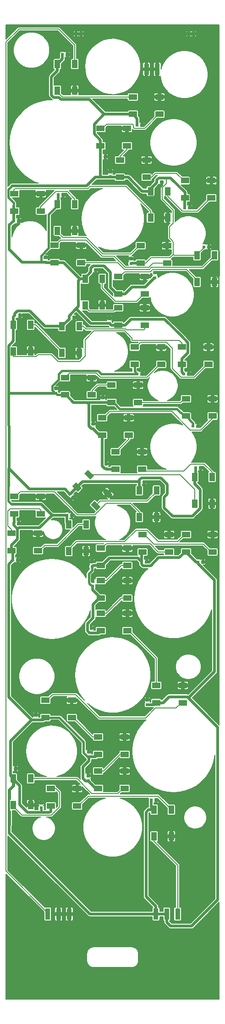
<source format=gbl>
G04 #@! TF.GenerationSoftware,KiCad,Pcbnew,5.1.5+dfsg1-2build2*
G04 #@! TF.CreationDate,2021-12-29T19:23:41+01:00*
G04 #@! TF.ProjectId,wall_usb,77616c6c-5f75-4736-922e-6b696361645f,rev?*
G04 #@! TF.SameCoordinates,Original*
G04 #@! TF.FileFunction,Copper,L2,Bot*
G04 #@! TF.FilePolarity,Positive*
%FSLAX46Y46*%
G04 Gerber Fmt 4.6, Leading zero omitted, Abs format (unit mm)*
G04 Created by KiCad (PCBNEW 5.1.5+dfsg1-2build2) date 2021-12-29 19:23:41*
%MOMM*%
%LPD*%
G04 APERTURE LIST*
%ADD10R,0.890000X2.030000*%
%ADD11R,0.500000X0.600000*%
%ADD12R,1.000000X1.500000*%
%ADD13R,1.500000X1.000000*%
%ADD14R,0.600000X0.500000*%
%ADD15C,0.100000*%
%ADD16C,0.800000*%
%ADD17C,0.200000*%
%ADD18C,0.400000*%
%ADD19C,0.500000*%
%ADD20C,0.600000*%
%ADD21C,0.127000*%
G04 APERTURE END LIST*
D10*
X132000000Y-183985000D03*
X130000000Y-183985000D03*
X128000000Y-183985000D03*
X112000000Y-183985000D03*
X110000000Y-183985000D03*
X108000000Y-183985000D03*
X126250000Y-28515000D03*
X128250000Y-28515000D03*
D11*
X114190000Y-22000000D03*
X113250000Y-22000000D03*
X134970000Y-22000000D03*
X134030000Y-22000000D03*
D12*
X109800000Y-27550000D03*
X113000000Y-27550000D03*
X109800000Y-32450000D03*
X113000000Y-32450000D03*
D13*
X123750000Y-36800000D03*
X123750000Y-33600000D03*
X128650000Y-36800000D03*
X128650000Y-33600000D03*
X117750000Y-42600000D03*
X117750000Y-39400000D03*
X122650000Y-42600000D03*
X122650000Y-39400000D03*
X121350000Y-48400000D03*
X121350000Y-45200000D03*
X126250000Y-48400000D03*
X126250000Y-45200000D03*
X133350000Y-52200000D03*
X133350000Y-49000000D03*
X138250000Y-52200000D03*
X138250000Y-49000000D03*
D12*
X127000000Y-50950000D03*
X130200000Y-50950000D03*
X127000000Y-55850000D03*
X130200000Y-55850000D03*
D13*
X101850000Y-54600000D03*
X101850000Y-51400000D03*
X106750000Y-54600000D03*
X106750000Y-51400000D03*
D12*
X109800000Y-53350000D03*
X113000000Y-53350000D03*
X109800000Y-58250000D03*
X113000000Y-58250000D03*
D13*
X125150000Y-64200000D03*
X125150000Y-61000000D03*
X130050000Y-64200000D03*
X130050000Y-61000000D03*
X109300000Y-64100000D03*
X109300000Y-60900000D03*
X114200000Y-64100000D03*
X114200000Y-60900000D03*
D12*
X135600000Y-62750000D03*
X138800000Y-62750000D03*
X135600000Y-67650000D03*
X138800000Y-67650000D03*
D13*
X121050000Y-69850000D03*
X121050000Y-66650000D03*
X125950000Y-69850000D03*
X125950000Y-66650000D03*
D12*
X114900000Y-67050000D03*
X118100000Y-67050000D03*
X114900000Y-71950000D03*
X118100000Y-71950000D03*
D13*
X121050000Y-75600000D03*
X121050000Y-72400000D03*
X125950000Y-75600000D03*
X125950000Y-72400000D03*
D12*
X110650000Y-75800000D03*
X113850000Y-75800000D03*
X110650000Y-80700000D03*
X113850000Y-80700000D03*
X101650000Y-75550000D03*
X104850000Y-75550000D03*
X101650000Y-80450000D03*
X104850000Y-80450000D03*
X101650000Y-159050000D03*
X104850000Y-159050000D03*
X101650000Y-163950000D03*
X104850000Y-163950000D03*
D14*
X116300000Y-122730000D03*
X116300000Y-123670000D03*
X116000000Y-131330000D03*
X116000000Y-132270000D03*
X105800000Y-147330000D03*
X105800000Y-148270000D03*
X126400000Y-144530000D03*
X126400000Y-145470000D03*
X115500000Y-158530000D03*
X115500000Y-159470000D03*
X115600000Y-154130000D03*
X115600000Y-155070000D03*
X116400000Y-93730000D03*
X116400000Y-94670000D03*
X109500000Y-87230000D03*
X109500000Y-88170000D03*
D11*
X102870000Y-73800000D03*
X101930000Y-73800000D03*
D14*
X106800000Y-163530000D03*
X106800000Y-164470000D03*
D11*
X126270000Y-119200000D03*
X125330000Y-119200000D03*
D14*
X118200000Y-88930000D03*
X118200000Y-89870000D03*
D11*
X112870000Y-74200000D03*
X111930000Y-74200000D03*
X136670000Y-119200000D03*
X135730000Y-119200000D03*
X135800000Y-94200000D03*
X134860000Y-94200000D03*
X128070000Y-163000000D03*
X127130000Y-163000000D03*
X102070000Y-157200000D03*
X101130000Y-157200000D03*
D13*
X132800000Y-82850000D03*
X132800000Y-79650000D03*
X137700000Y-82850000D03*
X137700000Y-79650000D03*
X124050000Y-82850000D03*
X124050000Y-79650000D03*
X128950000Y-82850000D03*
X128950000Y-79650000D03*
X111200000Y-88450000D03*
X111200000Y-85250000D03*
X116100000Y-88450000D03*
X116100000Y-85250000D03*
X119800000Y-89850000D03*
X119800000Y-86650000D03*
X124700000Y-89850000D03*
X124700000Y-86650000D03*
X133550000Y-92350000D03*
X133550000Y-89150000D03*
X138450000Y-92350000D03*
X138450000Y-89150000D03*
X118050000Y-95850000D03*
X118050000Y-92650000D03*
X122950000Y-95850000D03*
X122950000Y-92650000D03*
X120550000Y-102100000D03*
X120550000Y-98900000D03*
X125450000Y-102100000D03*
X125450000Y-98900000D03*
D12*
X135150000Y-103550000D03*
X138350000Y-103550000D03*
X135150000Y-108450000D03*
X138350000Y-108450000D03*
G04 #@! TA.AperFunction,SMDPad,CuDef*
D15*
G36*
X112502335Y-105222182D02*
G01*
X113209441Y-104515076D01*
X114270101Y-105575736D01*
X113562995Y-106282842D01*
X112502335Y-105222182D01*
G37*
G04 #@! TD.AperFunction*
G04 #@! TA.AperFunction,SMDPad,CuDef*
G36*
X114765076Y-102959441D02*
G01*
X115472182Y-102252335D01*
X116532842Y-103312995D01*
X115825736Y-104020101D01*
X114765076Y-102959441D01*
G37*
G04 #@! TD.AperFunction*
G04 #@! TA.AperFunction,SMDPad,CuDef*
G36*
X115967158Y-108687005D02*
G01*
X116674264Y-107979899D01*
X117734924Y-109040559D01*
X117027818Y-109747665D01*
X115967158Y-108687005D01*
G37*
G04 #@! TD.AperFunction*
G04 #@! TA.AperFunction,SMDPad,CuDef*
G36*
X118229899Y-106424264D02*
G01*
X118937005Y-105717158D01*
X119997665Y-106777818D01*
X119290559Y-107484924D01*
X118229899Y-106424264D01*
G37*
G04 #@! TD.AperFunction*
D12*
X124900000Y-106050000D03*
X128100000Y-106050000D03*
X124900000Y-110950000D03*
X128100000Y-110950000D03*
D13*
X101800000Y-110350000D03*
X101800000Y-107150000D03*
X106700000Y-110350000D03*
X106700000Y-107150000D03*
X101300000Y-117100000D03*
X101300000Y-113900000D03*
X106200000Y-117100000D03*
X106200000Y-113900000D03*
D12*
X111900000Y-112300000D03*
X115100000Y-112300000D03*
X111900000Y-117200000D03*
X115100000Y-117200000D03*
D13*
X133550000Y-117350000D03*
X133550000Y-114150000D03*
X138450000Y-117350000D03*
X138450000Y-114150000D03*
X125550000Y-117350000D03*
X125550000Y-114150000D03*
X130450000Y-117350000D03*
X130450000Y-114150000D03*
X117800000Y-119850000D03*
X117800000Y-116650000D03*
X122700000Y-119850000D03*
X122700000Y-116650000D03*
X117800000Y-125850000D03*
X117800000Y-122650000D03*
X122700000Y-125850000D03*
X122700000Y-122650000D03*
X117800000Y-131850000D03*
X117800000Y-128650000D03*
X122700000Y-131850000D03*
X122700000Y-128650000D03*
X128050000Y-145100000D03*
X128050000Y-141900000D03*
X132950000Y-145100000D03*
X132950000Y-141900000D03*
X107550000Y-147850000D03*
X107550000Y-144650000D03*
X112450000Y-147850000D03*
X112450000Y-144650000D03*
X117300000Y-154600000D03*
X117300000Y-151400000D03*
X122200000Y-154600000D03*
X122200000Y-151400000D03*
X117300000Y-160850000D03*
X117300000Y-157650000D03*
X122200000Y-160850000D03*
X122200000Y-157650000D03*
X108550000Y-164100000D03*
X108550000Y-160900000D03*
X113450000Y-164100000D03*
X113450000Y-160900000D03*
D12*
X127650000Y-164800000D03*
X130850000Y-164800000D03*
X127650000Y-169700000D03*
X130850000Y-169700000D03*
D14*
X123400000Y-63330000D03*
X123400000Y-64270000D03*
D11*
X116870000Y-65400000D03*
X115930000Y-65400000D03*
D14*
X107600000Y-63130000D03*
X107600000Y-64070000D03*
D11*
X110870000Y-51600000D03*
X109930000Y-51600000D03*
X129070000Y-49200000D03*
X128130000Y-49200000D03*
X134270000Y-54000000D03*
X133330000Y-54000000D03*
X102670000Y-56400000D03*
X101730000Y-56400000D03*
X125470000Y-38800000D03*
X124530000Y-38800000D03*
D14*
X119600000Y-47330000D03*
X119600000Y-48270000D03*
D11*
X118670000Y-44600000D03*
X117730000Y-44600000D03*
D14*
X127800000Y-65930000D03*
X127800000Y-66870000D03*
D11*
X136270000Y-101900000D03*
X135330000Y-101900000D03*
D14*
X119400000Y-74330000D03*
X119400000Y-75270000D03*
D11*
X137770000Y-61200000D03*
X136830000Y-61200000D03*
X125470000Y-84600000D03*
X124530000Y-84600000D03*
X102670000Y-112100000D03*
X101730000Y-112100000D03*
X134070000Y-84600000D03*
X133130000Y-84600000D03*
X102470000Y-118800000D03*
X101530000Y-118800000D03*
X125870000Y-104400000D03*
X124930000Y-104400000D03*
X112470000Y-110600000D03*
X111530000Y-110600000D03*
G04 #@! TA.AperFunction,SMDPad,CuDef*
D15*
G36*
X112343431Y-107367695D02*
G01*
X112767695Y-106943431D01*
X113121249Y-107296985D01*
X112696985Y-107721249D01*
X112343431Y-107367695D01*
G37*
G04 #@! TD.AperFunction*
G04 #@! TA.AperFunction,SMDPad,CuDef*
G36*
X111678751Y-106703015D02*
G01*
X112103015Y-106278751D01*
X112456569Y-106632305D01*
X112032305Y-107056569D01*
X111678751Y-106703015D01*
G37*
G04 #@! TD.AperFunction*
D14*
X118800000Y-101130000D03*
X118800000Y-102070000D03*
X116200000Y-119130000D03*
X116200000Y-120070000D03*
D11*
X111670000Y-25800000D03*
X110730000Y-25800000D03*
D16*
X129500000Y-166000000D03*
X112000000Y-162500000D03*
X105000000Y-161500000D03*
X120000000Y-159500000D03*
X119500000Y-153500000D03*
X110000000Y-146000000D03*
X129000000Y-143500000D03*
X119500000Y-130000000D03*
X119000000Y-124500000D03*
X120000000Y-117000000D03*
X127500000Y-118000000D03*
X129000000Y-114000000D03*
X136000000Y-117500000D03*
X136500000Y-115000000D03*
X137500000Y-106000000D03*
X127500000Y-109000000D03*
X126500000Y-105500000D03*
X115500000Y-107000000D03*
X104000000Y-110500000D03*
X105000000Y-107500000D03*
X113500000Y-117000000D03*
X113500000Y-111500000D03*
X104000000Y-116000000D03*
X122500000Y-100500000D03*
X119500000Y-94500000D03*
X121500000Y-88000000D03*
X113000000Y-87000000D03*
X103500000Y-77500000D03*
X112500000Y-77500000D03*
X122000000Y-74000000D03*
X116500000Y-68500000D03*
X124000000Y-67000000D03*
X126000000Y-62500000D03*
X110500000Y-62500000D03*
X111500000Y-54500000D03*
X104000000Y-54000000D03*
X123500000Y-46500000D03*
X128000000Y-53000000D03*
X136000000Y-52500000D03*
X137000000Y-63000000D03*
X135000000Y-83000000D03*
X126500000Y-83000000D03*
X126000000Y-36500000D03*
X119500000Y-42500000D03*
X111500000Y-28500000D03*
X109600000Y-181000000D03*
X114600000Y-187200000D03*
X101600000Y-181200000D03*
X101800000Y-173400000D03*
X102800000Y-167400000D03*
X104600000Y-188400000D03*
X126200000Y-186200000D03*
X138600000Y-185600000D03*
X134800000Y-182800000D03*
D17*
X100281389Y-176081389D02*
X108000000Y-183800000D01*
X100281389Y-164908707D02*
X100281389Y-176081389D01*
X108000000Y-183800000D02*
X108000000Y-183985000D01*
X100277010Y-164904328D02*
X100281389Y-164908707D01*
X100277010Y-79219793D02*
X100277010Y-164904328D01*
X100300000Y-23500000D02*
X100300000Y-79196803D01*
X100300000Y-79196803D02*
X100277010Y-79219793D01*
X113000000Y-24100000D02*
X110000000Y-21100000D01*
X102700000Y-21100000D02*
X100300000Y-23500000D01*
X110000000Y-21100000D02*
X102700000Y-21100000D01*
X113000000Y-27550000D02*
X113000000Y-24100000D01*
X138800000Y-67400000D02*
X138800000Y-67650000D01*
X139700000Y-66500000D02*
X138800000Y-67400000D01*
X139700000Y-61991398D02*
X139700000Y-66500000D01*
X138908602Y-61200000D02*
X139700000Y-61991398D01*
X137770000Y-61200000D02*
X138908602Y-61200000D01*
D18*
X128000000Y-52434315D02*
X128000000Y-53000000D01*
X128000000Y-50887514D02*
X128000000Y-52434315D01*
X129070000Y-49200000D02*
X129070000Y-49817514D01*
X129070000Y-49817514D02*
X128000000Y-50887514D01*
D19*
X127130000Y-164280000D02*
X127650000Y-164800000D01*
X127130000Y-163000000D02*
X127130000Y-164280000D01*
X116830000Y-155070000D02*
X115600000Y-155070000D01*
X117300000Y-154600000D02*
X116830000Y-155070000D01*
X107130000Y-148270000D02*
X105800000Y-148270000D01*
X107550000Y-147850000D02*
X107130000Y-148270000D01*
X101130000Y-156400000D02*
X101130000Y-157200000D01*
X101130000Y-152140000D02*
X101130000Y-156400000D01*
X105000000Y-148270000D02*
X101130000Y-152140000D01*
X101130000Y-158530000D02*
X101650000Y-159050000D01*
X101130000Y-157200000D02*
X101130000Y-158530000D01*
X108550000Y-165100000D02*
X108550000Y-164100000D01*
X102800000Y-163828602D02*
X104271398Y-165300000D01*
X108350000Y-165300000D02*
X108550000Y-165100000D01*
X102800000Y-160400000D02*
X102800000Y-163828602D01*
X101600000Y-159200000D02*
X102800000Y-160400000D01*
X101650000Y-159150000D02*
X101600000Y-159200000D01*
X101650000Y-159050000D02*
X101650000Y-159150000D01*
X127680000Y-145470000D02*
X126400000Y-145470000D01*
X128050000Y-145100000D02*
X127680000Y-145470000D01*
X135400000Y-119200000D02*
X133550000Y-117350000D01*
X135730000Y-119200000D02*
X135400000Y-119200000D01*
X125330000Y-117570000D02*
X125550000Y-117350000D01*
X125330000Y-119200000D02*
X125330000Y-117570000D01*
X116420000Y-119850000D02*
X116200000Y-120070000D01*
X117800000Y-119850000D02*
X116420000Y-119850000D01*
X118050000Y-119850000D02*
X117800000Y-119850000D01*
X119397001Y-118502999D02*
X118050000Y-119850000D01*
X124682999Y-118502999D02*
X119397001Y-118502999D01*
X125330000Y-119150000D02*
X124682999Y-118502999D01*
X125330000Y-119200000D02*
X125330000Y-119150000D01*
X125622999Y-119877001D02*
X125330000Y-119584002D01*
X127022999Y-119877001D02*
X125622999Y-119877001D01*
X128500000Y-118400000D02*
X127022999Y-119877001D01*
X132300000Y-118400000D02*
X128500000Y-118400000D01*
X133350000Y-117350000D02*
X132300000Y-118400000D01*
X125330000Y-119584002D02*
X125330000Y-119200000D01*
X133550000Y-117350000D02*
X133350000Y-117350000D01*
X135730000Y-119488602D02*
X135730000Y-119200000D01*
X138800000Y-122558602D02*
X135730000Y-119488602D01*
X138800000Y-139424600D02*
X138800000Y-122558602D01*
X134001601Y-144222999D02*
X138800000Y-139424600D01*
X133778602Y-144000000D02*
X134001601Y-144222999D01*
X130400000Y-144000000D02*
X133778602Y-144000000D01*
X129300000Y-145100000D02*
X130400000Y-144000000D01*
X128050000Y-145100000D02*
X129300000Y-145100000D01*
X117380000Y-132270000D02*
X116000000Y-132270000D01*
X117800000Y-131850000D02*
X117380000Y-132270000D01*
X117550000Y-125850000D02*
X117800000Y-125850000D01*
X116400000Y-127000000D02*
X117550000Y-125850000D01*
X116400000Y-129500000D02*
X116400000Y-127000000D01*
X115322999Y-130577001D02*
X116400000Y-129500000D01*
X115322999Y-131881601D02*
X115322999Y-130577001D01*
X115711398Y-132270000D02*
X115322999Y-131881601D01*
X116000000Y-132270000D02*
X115711398Y-132270000D01*
X116300000Y-124350000D02*
X117800000Y-125850000D01*
X116300000Y-123700000D02*
X116300000Y-124350000D01*
D18*
X116300000Y-123670000D02*
X116170000Y-123670000D01*
X115736205Y-123236205D02*
X115600000Y-122905993D01*
X116170000Y-123670000D02*
X115736205Y-123236205D01*
X116200000Y-120720000D02*
X116200000Y-120070000D01*
X115600000Y-121320000D02*
X116200000Y-120720000D01*
X115600000Y-122905993D02*
X115600000Y-121320000D01*
D19*
X101530000Y-117330000D02*
X101300000Y-117100000D01*
X101530000Y-118800000D02*
X101530000Y-117330000D01*
X105000000Y-148270000D02*
X105800000Y-148270000D01*
X101730000Y-112401398D02*
X101730000Y-112100000D01*
X102427001Y-113098399D02*
X101730000Y-112401398D01*
X101300000Y-116100000D02*
X102427001Y-114972999D01*
X102427001Y-114972999D02*
X102427001Y-113098399D01*
X101300000Y-117100000D02*
X101300000Y-116100000D01*
X101800000Y-112030000D02*
X101730000Y-112100000D01*
X101800000Y-110350000D02*
X101800000Y-112030000D01*
X111900000Y-112050000D02*
X111900000Y-112300000D01*
X108800000Y-110600000D02*
X110450000Y-110600000D01*
X111530000Y-110600000D02*
X110450000Y-110600000D01*
X111530000Y-111930000D02*
X111900000Y-112300000D01*
X111530000Y-110600000D02*
X111530000Y-111930000D01*
X135330000Y-103370000D02*
X135150000Y-103550000D01*
X135330000Y-101900000D02*
X135330000Y-103370000D01*
X135150000Y-104800000D02*
X136200000Y-105850000D01*
X135150000Y-103550000D02*
X135150000Y-104800000D01*
X136200000Y-109328602D02*
X134728602Y-110800000D01*
X136200000Y-105850000D02*
X136200000Y-109328602D01*
X134728602Y-110800000D02*
X131100000Y-110800000D01*
X129519841Y-109219840D02*
X129519841Y-107280159D01*
X131100000Y-110800000D02*
X129519841Y-109219840D01*
X129519841Y-107280159D02*
X130100000Y-106700000D01*
X130100000Y-106700000D02*
X130100000Y-104900000D01*
X124930000Y-104111398D02*
X124930000Y-104400000D01*
X125318399Y-103722999D02*
X124930000Y-104111398D01*
X128922999Y-103722999D02*
X125318399Y-103722999D01*
X130100000Y-104900000D02*
X128922999Y-103722999D01*
X124930000Y-106020000D02*
X124900000Y-106050000D01*
X124930000Y-104400000D02*
X124930000Y-106020000D01*
X114385177Y-104400000D02*
X113386218Y-105398959D01*
X124930000Y-104400000D02*
X114385177Y-104400000D01*
X112117517Y-106667660D02*
X113386218Y-105398959D01*
X112067660Y-106667660D02*
X112117517Y-106667660D01*
X101650000Y-74080000D02*
X101930000Y-73800000D01*
X101650000Y-75550000D02*
X101650000Y-74080000D01*
X101930000Y-73511398D02*
X102441398Y-73000000D01*
X101930000Y-73800000D02*
X101930000Y-73511398D01*
X102441398Y-73000000D02*
X104700000Y-73000000D01*
X107500000Y-75800000D02*
X110650000Y-75800000D01*
X104700000Y-73000000D02*
X107500000Y-75800000D01*
X111930000Y-74520000D02*
X110650000Y-75800000D01*
X111930000Y-74200000D02*
X111930000Y-74520000D01*
X110550000Y-64100000D02*
X109300000Y-64100000D01*
X110950000Y-64100000D02*
X110550000Y-64100000D01*
X113900000Y-67050000D02*
X110950000Y-64100000D01*
X114900000Y-67050000D02*
X113900000Y-67050000D01*
X114050000Y-67050000D02*
X114900000Y-67050000D01*
X113700000Y-67400000D02*
X114050000Y-67050000D01*
X113700000Y-72141398D02*
X113700000Y-67400000D01*
X111930000Y-74200000D02*
X111930000Y-73911398D01*
X114900000Y-66875000D02*
X114900000Y-67050000D01*
X115930000Y-65845000D02*
X114900000Y-66875000D01*
X115930000Y-65400000D02*
X115930000Y-65845000D01*
X107630000Y-64100000D02*
X107600000Y-64070000D01*
X109300000Y-64100000D02*
X107630000Y-64100000D01*
X101730000Y-54620000D02*
X101750000Y-54600000D01*
X101730000Y-56400000D02*
X101730000Y-54620000D01*
X101700000Y-56400000D02*
X101730000Y-56400000D01*
X100900000Y-61700000D02*
X100900000Y-57200000D01*
X103270000Y-64070000D02*
X100900000Y-61700000D01*
X100900000Y-57200000D02*
X101700000Y-56400000D01*
X109930000Y-53220000D02*
X109800000Y-53350000D01*
X109930000Y-51600000D02*
X109930000Y-53220000D01*
X107600000Y-64070000D02*
X106770000Y-64070000D01*
X106770000Y-64070000D02*
X103270000Y-64070000D01*
D18*
X109800000Y-53600000D02*
X109800000Y-53350000D01*
X108200000Y-61391398D02*
X108200000Y-55200000D01*
X106770000Y-62821398D02*
X108200000Y-61391398D01*
X108200000Y-55200000D02*
X109800000Y-53600000D01*
X106770000Y-64070000D02*
X106770000Y-62821398D01*
D19*
X119600000Y-68650000D02*
X120800000Y-69850000D01*
X120800000Y-69850000D02*
X121050000Y-69850000D01*
X119600000Y-65900000D02*
X119600000Y-68650000D01*
X116341398Y-64700000D02*
X118400000Y-64700000D01*
X118400000Y-64700000D02*
X119600000Y-65900000D01*
X115930000Y-65111398D02*
X116341398Y-64700000D01*
X115930000Y-65400000D02*
X115930000Y-65111398D01*
X119730000Y-75600000D02*
X119400000Y-75270000D01*
X121050000Y-75600000D02*
X119730000Y-75600000D01*
X115970000Y-75270000D02*
X119400000Y-75270000D01*
X113270699Y-72570699D02*
X115970000Y-75270000D01*
X111930000Y-73911398D02*
X113270699Y-72570699D01*
X113270699Y-72570699D02*
X113700000Y-72141398D01*
X122300000Y-69850000D02*
X121050000Y-69850000D01*
X123550000Y-68600000D02*
X122300000Y-69850000D01*
X126020000Y-68600000D02*
X123550000Y-68600000D01*
X127750000Y-66870000D02*
X126020000Y-68600000D01*
X127800000Y-66870000D02*
X127750000Y-66870000D01*
X122300000Y-75600000D02*
X123400000Y-74500000D01*
X121050000Y-75600000D02*
X122300000Y-75600000D01*
X132800000Y-81850000D02*
X132800000Y-82850000D01*
X133927001Y-80722999D02*
X132800000Y-81850000D01*
X133927001Y-78848399D02*
X133927001Y-80722999D01*
X123400000Y-74500000D02*
X129578602Y-74500000D01*
X132800000Y-84270000D02*
X133130000Y-84600000D01*
X132800000Y-82850000D02*
X132800000Y-84270000D01*
X129578602Y-74500000D02*
X132689301Y-77610699D01*
X132689301Y-77610699D02*
X133927001Y-78848399D01*
X135600000Y-63000000D02*
X135600000Y-62850000D01*
X101750000Y-54600000D02*
X101750000Y-53600000D01*
X101414866Y-49993468D02*
X115206532Y-49993468D01*
X115206532Y-49993468D02*
X116800000Y-48400000D01*
X117750000Y-48350000D02*
X117750000Y-42600000D01*
X117700000Y-48400000D02*
X117750000Y-48350000D01*
X116800000Y-48400000D02*
X117700000Y-48400000D01*
X117700000Y-48400000D02*
X121350000Y-48400000D01*
X117750000Y-41600000D02*
X116600000Y-40450000D01*
X117750000Y-42600000D02*
X117750000Y-41600000D01*
X122500000Y-36800000D02*
X123750000Y-36800000D01*
X118421398Y-36800000D02*
X122500000Y-36800000D01*
X116600000Y-38621398D02*
X118421398Y-36800000D01*
X116600000Y-40450000D02*
X116600000Y-38621398D01*
X124530000Y-37580000D02*
X123750000Y-36800000D01*
X124530000Y-38800000D02*
X124530000Y-37580000D01*
X110730000Y-26620000D02*
X109800000Y-27550000D01*
X110730000Y-25800000D02*
X110730000Y-26620000D01*
X109121398Y-33700000D02*
X108700000Y-33278602D01*
X110100000Y-33700000D02*
X109121398Y-33700000D01*
X110487335Y-34087335D02*
X110100000Y-33700000D01*
X109800000Y-28800000D02*
X109800000Y-27550000D01*
X108700000Y-29900000D02*
X109800000Y-28800000D01*
X108700000Y-33278602D02*
X108700000Y-29900000D01*
X115708733Y-34087335D02*
X110487335Y-34087335D01*
X118421398Y-36800000D02*
X115708733Y-34087335D01*
X121350000Y-48400000D02*
X122900000Y-48400000D01*
X125450000Y-50950000D02*
X127000000Y-50950000D01*
X122900000Y-48400000D02*
X125450000Y-50950000D01*
X128130000Y-48911398D02*
X128541398Y-48500000D01*
X128130000Y-49200000D02*
X128130000Y-48911398D01*
X130650000Y-48500000D02*
X133350000Y-51200000D01*
X133350000Y-51200000D02*
X133350000Y-52200000D01*
X133330000Y-52220000D02*
X133350000Y-52200000D01*
X133330000Y-54000000D02*
X133330000Y-52220000D01*
X123470000Y-64200000D02*
X123400000Y-64270000D01*
X125150000Y-64200000D02*
X123470000Y-64200000D01*
X128541398Y-48500000D02*
X129900000Y-48500000D01*
X129900000Y-48500000D02*
X130650000Y-48500000D01*
D17*
X126100000Y-64200000D02*
X125150000Y-64200000D01*
X130600000Y-63200000D02*
X127100000Y-63200000D01*
X127100000Y-63200000D02*
X126100000Y-64200000D01*
X131200000Y-62600000D02*
X130600000Y-63200000D01*
X131350000Y-62750000D02*
X135600000Y-62750000D01*
X131200000Y-62600000D02*
X131350000Y-62750000D01*
X136830000Y-61370000D02*
X135600000Y-62600000D01*
X135600000Y-62600000D02*
X135600000Y-62750000D01*
X136830000Y-61200000D02*
X136830000Y-61370000D01*
D18*
X124050000Y-84120000D02*
X124530000Y-84600000D01*
X124050000Y-82850000D02*
X124050000Y-84120000D01*
X109780000Y-88450000D02*
X109500000Y-88170000D01*
X111200000Y-88450000D02*
X109780000Y-88450000D01*
X108800000Y-87600000D02*
X109370000Y-88170000D01*
X108800000Y-86800000D02*
X108800000Y-87600000D01*
X110000000Y-84611398D02*
X110000000Y-85600000D01*
X109370000Y-88170000D02*
X109500000Y-88170000D01*
X117196312Y-84000000D02*
X110611398Y-84000000D01*
X110611398Y-84000000D02*
X110000000Y-84611398D01*
X117402835Y-84102835D02*
X117196312Y-84000000D01*
X117900000Y-84600000D02*
X117402835Y-84102835D01*
X110000000Y-85600000D02*
X108800000Y-86800000D01*
X124530000Y-84600000D02*
X117900000Y-84600000D01*
D19*
X118220000Y-89850000D02*
X118200000Y-89870000D01*
X119800000Y-89850000D02*
X118220000Y-89850000D01*
X111350000Y-88450000D02*
X111200000Y-88450000D01*
X112770000Y-89870000D02*
X111350000Y-88450000D01*
X117580000Y-95850000D02*
X116400000Y-94670000D01*
X118050000Y-95850000D02*
X117580000Y-95850000D01*
X118200000Y-89870000D02*
X115270000Y-89870000D01*
X115270000Y-89870000D02*
X112770000Y-89870000D01*
X116111398Y-94670000D02*
X116400000Y-94670000D01*
X115600000Y-94158602D02*
X116111398Y-94670000D01*
X115600000Y-90000000D02*
X115600000Y-94158602D01*
X115500000Y-89900000D02*
X115600000Y-90000000D01*
X115300000Y-89900000D02*
X115500000Y-89900000D01*
X115270000Y-89870000D02*
X115300000Y-89900000D01*
X118830000Y-102100000D02*
X118800000Y-102070000D01*
X120550000Y-102100000D02*
X118830000Y-102100000D01*
X118050000Y-101550000D02*
X118050000Y-95850000D01*
X118570000Y-102070000D02*
X118050000Y-101550000D01*
X118800000Y-102070000D02*
X118570000Y-102070000D01*
X104600000Y-105800000D02*
X100800000Y-102000000D01*
X111200000Y-105800000D02*
X104600000Y-105800000D01*
X112067660Y-106667660D02*
X111200000Y-105800000D01*
X106500000Y-112900000D02*
X108800000Y-110600000D01*
X102625400Y-112900000D02*
X106500000Y-112900000D01*
X102427001Y-113098399D02*
X102625400Y-112900000D01*
X101650000Y-78521398D02*
X101650000Y-76800000D01*
X100800000Y-88170000D02*
X108700000Y-88170000D01*
X100877009Y-101922991D02*
X100877009Y-94202415D01*
X100800000Y-102000000D02*
X100877009Y-101922991D01*
X108700000Y-88170000D02*
X109500000Y-88170000D01*
X101650000Y-76800000D02*
X101650000Y-75550000D01*
X100772999Y-79398399D02*
X101650000Y-78521398D01*
X106800000Y-108600000D02*
X101321398Y-108600000D01*
X100800000Y-94125406D02*
X100800000Y-81528602D01*
X100800000Y-94125406D02*
X100800000Y-88170000D01*
X108800000Y-110600000D02*
X106800000Y-108600000D01*
X100772999Y-81501601D02*
X100772999Y-79398399D01*
X100877009Y-94202415D02*
X100800000Y-94125406D01*
X100800000Y-81528602D02*
X100772999Y-81501601D01*
X100800000Y-105174594D02*
X100800000Y-102000000D01*
D20*
X100900000Y-161150000D02*
X100900000Y-162772999D01*
X101650000Y-160400000D02*
X100900000Y-161150000D01*
X101650000Y-159050000D02*
X101650000Y-160400000D01*
D18*
X100822999Y-162850000D02*
X100900000Y-162772999D01*
X100822999Y-165050000D02*
X100822999Y-162850000D01*
X100900000Y-165127001D02*
X100822999Y-165050000D01*
X100722999Y-105251595D02*
X100800000Y-105174594D01*
X100722999Y-108001601D02*
X100722999Y-105251595D01*
X101321398Y-108600000D02*
X100722999Y-108001601D01*
D19*
X100772999Y-144042999D02*
X105000000Y-148270000D01*
X100772999Y-119627001D02*
X100772999Y-144042999D01*
X101500000Y-118900000D02*
X100772999Y-119627001D01*
D18*
X110150000Y-147850000D02*
X107550000Y-147850000D01*
X114600000Y-152300000D02*
X110150000Y-147850000D01*
X114600000Y-154300000D02*
X114600000Y-152300000D01*
X115370000Y-155070000D02*
X114600000Y-154300000D01*
X115600000Y-155070000D02*
X115370000Y-155070000D01*
D20*
X100900000Y-165127001D02*
X100900000Y-167600000D01*
D18*
X134860000Y-93660000D02*
X133550000Y-92350000D01*
X134860000Y-94200000D02*
X134860000Y-93660000D01*
X120150000Y-89850000D02*
X119800000Y-89850000D01*
X131900000Y-91000000D02*
X121300000Y-91000000D01*
X121300000Y-91000000D02*
X120150000Y-89850000D01*
X133300000Y-92400000D02*
X131900000Y-91000000D01*
X133500000Y-92400000D02*
X133300000Y-92400000D01*
X133550000Y-92350000D02*
X133500000Y-92400000D01*
X101750000Y-53138602D02*
X101750000Y-53600000D01*
X100727010Y-52115612D02*
X101750000Y-53138602D01*
X100727010Y-50681324D02*
X100727010Y-52115612D01*
X101414866Y-49993468D02*
X100727010Y-50681324D01*
X106800000Y-165200000D02*
X106800000Y-164470000D01*
X106700000Y-165300000D02*
X106800000Y-165200000D01*
D19*
X104271398Y-165300000D02*
X106700000Y-165300000D01*
X106700000Y-165300000D02*
X108350000Y-165300000D01*
X115600000Y-155820000D02*
X115600000Y-155070000D01*
X114500000Y-156920000D02*
X115600000Y-155820000D01*
X114500000Y-159000000D02*
X114500000Y-156920000D01*
X115000000Y-159500000D02*
X114500000Y-159000000D01*
X115500000Y-159500000D02*
X115000000Y-159500000D01*
X116850000Y-160850000D02*
X115500000Y-159500000D01*
X117300000Y-160850000D02*
X116850000Y-160850000D01*
D17*
X131200000Y-60376519D02*
X131200000Y-62600000D01*
X130513779Y-59513780D02*
X131038383Y-60038384D01*
X131200000Y-56800000D02*
X130513779Y-57486221D01*
X130513779Y-57486221D02*
X130513779Y-59513780D01*
X129200000Y-52450000D02*
X131200000Y-54450000D01*
X129900000Y-49591398D02*
X129200000Y-50291398D01*
X129900000Y-48500000D02*
X129900000Y-49591398D01*
X131038383Y-60038384D02*
X131200000Y-60376519D01*
X129200000Y-50291398D02*
X129200000Y-52450000D01*
X131200000Y-54450000D02*
X131200000Y-56800000D01*
D19*
X127000000Y-50500000D02*
X127000000Y-50950000D01*
X128130000Y-49370000D02*
X127000000Y-50500000D01*
X128130000Y-49200000D02*
X128130000Y-49370000D01*
X126650000Y-164800000D02*
X127650000Y-164800000D01*
X126200000Y-165250000D02*
X126650000Y-164800000D01*
X126200000Y-180800000D02*
X126200000Y-165250000D01*
X128000000Y-182600000D02*
X126200000Y-180800000D01*
X128000000Y-184200000D02*
X128000000Y-182600000D01*
X130700000Y-186200000D02*
X130000000Y-185500000D01*
X134600000Y-186200000D02*
X130700000Y-186200000D01*
X139400000Y-181400000D02*
X134600000Y-186200000D01*
X139400000Y-149621398D02*
X139400000Y-181400000D01*
X130000000Y-185500000D02*
X130000000Y-183985000D01*
X134001601Y-144222999D02*
X139400000Y-149621398D01*
X130000000Y-183985000D02*
X128000000Y-183985000D01*
X100900000Y-167600000D02*
X100900000Y-169100000D01*
X115785000Y-183985000D02*
X128000000Y-183985000D01*
X100900000Y-169100000D02*
X115785000Y-183985000D01*
D17*
X127650000Y-170650000D02*
X127650000Y-169700000D01*
X132000000Y-175000000D02*
X127650000Y-170650000D01*
X132000000Y-183985000D02*
X132000000Y-175000000D01*
X113700000Y-164100000D02*
X113450000Y-164100000D01*
X128400000Y-162300000D02*
X115500000Y-162300000D01*
X130850000Y-164750000D02*
X128400000Y-162300000D01*
X115500000Y-162300000D02*
X113700000Y-164100000D01*
X130850000Y-164800000D02*
X130850000Y-164750000D01*
X103277011Y-165777011D02*
X101650000Y-164150000D01*
X108662991Y-165777011D02*
X103277011Y-165777011D01*
X110200000Y-164240002D02*
X108662991Y-165777011D01*
X101650000Y-164150000D02*
X101650000Y-163950000D01*
X110200000Y-161600000D02*
X110200000Y-164240002D01*
X109500000Y-160900000D02*
X110200000Y-161600000D01*
X108550000Y-160900000D02*
X109500000Y-160900000D01*
X118300000Y-157650000D02*
X121350000Y-154600000D01*
X121350000Y-154600000D02*
X122200000Y-154600000D01*
X117300000Y-157650000D02*
X118300000Y-157650000D01*
X135100000Y-85200000D02*
X137450000Y-82850000D01*
X131000000Y-83560002D02*
X132639998Y-85200000D01*
X137450000Y-82850000D02*
X137700000Y-82850000D01*
X131000000Y-79900000D02*
X131000000Y-83560002D01*
X132639998Y-85200000D02*
X135100000Y-85200000D01*
X129900000Y-78800000D02*
X131000000Y-79900000D01*
X125200000Y-78800000D02*
X129900000Y-78800000D01*
X124350000Y-79650000D02*
X125200000Y-78800000D01*
X124050000Y-79650000D02*
X124350000Y-79650000D01*
X116350000Y-151400000D02*
X117300000Y-151400000D01*
X116300000Y-151400000D02*
X116350000Y-151400000D01*
X112750000Y-147850000D02*
X116300000Y-151400000D01*
X112450000Y-147850000D02*
X112750000Y-147850000D01*
X132700000Y-145100000D02*
X132950000Y-145100000D01*
X131700000Y-146100000D02*
X132700000Y-145100000D01*
X127928759Y-146100000D02*
X131700000Y-146100000D01*
X126128759Y-147900000D02*
X127928759Y-146100000D01*
X117490002Y-147900000D02*
X126128759Y-147900000D01*
X113190002Y-143600000D02*
X117490002Y-147900000D01*
X108900000Y-143600000D02*
X113190002Y-143600000D01*
X107850000Y-144650000D02*
X108900000Y-143600000D01*
X107550000Y-144650000D02*
X107850000Y-144650000D01*
X122950000Y-131850000D02*
X122700000Y-131850000D01*
X128050000Y-136950000D02*
X122950000Y-131850000D01*
X128050000Y-141900000D02*
X128050000Y-136950000D01*
X128425000Y-117350000D02*
X130450000Y-117350000D01*
X126924999Y-115849999D02*
X128425000Y-117350000D01*
X118850001Y-115849999D02*
X126924999Y-115849999D01*
X118050000Y-116650000D02*
X118850001Y-115849999D01*
X117800000Y-116650000D02*
X118050000Y-116650000D01*
X138250000Y-117350000D02*
X138450000Y-117350000D01*
X136800011Y-115900011D02*
X138250000Y-117350000D01*
X127600011Y-115900011D02*
X136800011Y-115900011D01*
X125850000Y-114150000D02*
X127600011Y-115900011D01*
X125550000Y-114150000D02*
X125850000Y-114150000D01*
X111900000Y-116900000D02*
X111900000Y-117200000D01*
X113350012Y-115449988D02*
X111900000Y-116900000D01*
X122250012Y-115449988D02*
X113350012Y-115449988D01*
X124350001Y-113349999D02*
X122250012Y-115449988D01*
X126349999Y-113349999D02*
X124350001Y-113349999D01*
X128400000Y-115400000D02*
X126349999Y-113349999D01*
X132025000Y-115400000D02*
X128400000Y-115400000D01*
X133275000Y-114150000D02*
X132025000Y-115400000D01*
X133550000Y-114150000D02*
X133275000Y-114150000D01*
X113700000Y-112300000D02*
X115100000Y-112300000D01*
X109850001Y-116149999D02*
X113700000Y-112300000D01*
X107450001Y-116149999D02*
X109850001Y-116149999D01*
X106500000Y-117100000D02*
X107450001Y-116149999D01*
X106200000Y-117100000D02*
X106500000Y-117100000D01*
X101300000Y-113900000D02*
X101300000Y-113200000D01*
X100627010Y-109835452D02*
X101062462Y-109400000D01*
X101062462Y-109400000D02*
X106450000Y-109400000D01*
X106450000Y-109400000D02*
X106700000Y-109650000D01*
X101300000Y-113200000D02*
X100627010Y-112527010D01*
X100627010Y-112527010D02*
X100627010Y-109835452D01*
X106700000Y-109650000D02*
X106700000Y-110350000D01*
X124900000Y-110000000D02*
X124900000Y-110950000D01*
X118827722Y-108400000D02*
X123300000Y-108400000D01*
X116727722Y-110500000D02*
X118827722Y-108400000D01*
X113460002Y-110500000D02*
X116727722Y-110500000D01*
X109260002Y-106300000D02*
X113460002Y-110500000D01*
X123300000Y-108400000D02*
X124900000Y-110000000D01*
X102900000Y-106300000D02*
X109260002Y-106300000D01*
X102150000Y-106800000D02*
X102400000Y-106800000D01*
X102400000Y-106800000D02*
X102900000Y-106300000D01*
X101800000Y-107150000D02*
X102150000Y-106800000D01*
X117714823Y-108000000D02*
X116851041Y-108863782D01*
X126400000Y-108000000D02*
X117714823Y-108000000D01*
X128100000Y-106300000D02*
X126400000Y-108000000D01*
X128100000Y-106050000D02*
X128100000Y-106300000D01*
X135150000Y-105850000D02*
X135150000Y-108450000D01*
X132436218Y-103136218D02*
X135150000Y-105850000D01*
X115648959Y-103136218D02*
X132436218Y-103136218D01*
X125700000Y-102100000D02*
X125450000Y-102100000D01*
X126100000Y-102500000D02*
X125700000Y-102100000D01*
X133100000Y-102500000D02*
X126100000Y-102500000D01*
X134400000Y-101200000D02*
X133100000Y-102500000D01*
X136900000Y-101200000D02*
X134400000Y-101200000D01*
X138350000Y-102650000D02*
X136900000Y-101200000D01*
X138350000Y-103550000D02*
X138350000Y-102650000D01*
X122950000Y-96650000D02*
X122950000Y-96550000D01*
X122950000Y-96550000D02*
X122950000Y-95850000D01*
X120700000Y-98900000D02*
X122950000Y-96650000D01*
X120550000Y-98900000D02*
X120700000Y-98900000D01*
X138450000Y-92700000D02*
X138450000Y-92350000D01*
X136250000Y-94900000D02*
X138450000Y-92700000D01*
X134344353Y-94900000D02*
X136250000Y-94900000D01*
X119500000Y-91500000D02*
X130944353Y-91500000D01*
X130944353Y-91500000D02*
X134344353Y-94900000D01*
X118350000Y-92650000D02*
X119500000Y-91500000D01*
X118050000Y-92650000D02*
X118350000Y-92650000D01*
X125650000Y-89850000D02*
X124700000Y-89850000D01*
X132550000Y-89850000D02*
X125650000Y-89850000D01*
X133250000Y-89150000D02*
X132550000Y-89850000D01*
X133550000Y-89150000D02*
X133250000Y-89150000D01*
X118850000Y-86650000D02*
X119800000Y-86650000D01*
X117200000Y-86650000D02*
X118850000Y-86650000D01*
X116200000Y-87650000D02*
X117200000Y-86650000D01*
X116200000Y-88350000D02*
X116200000Y-87650000D01*
X132800000Y-79650000D02*
X132800000Y-78950000D01*
X132800000Y-78950000D02*
X132250000Y-78400000D01*
X132250000Y-78400000D02*
X123600000Y-78400000D01*
X123600000Y-78400000D02*
X123600000Y-78000000D01*
X122254012Y-76654012D02*
X116545988Y-76654012D01*
X123600000Y-78000000D02*
X122254012Y-76654012D01*
X116545988Y-76654012D02*
X114900000Y-78300000D01*
X114900000Y-81308602D02*
X113908602Y-82300000D01*
X114900000Y-78300000D02*
X114900000Y-81308602D01*
X113908602Y-82300000D02*
X109900000Y-82300000D01*
X108670555Y-81070556D02*
X106229444Y-81070556D01*
X109900000Y-82300000D02*
X108670555Y-81070556D01*
X101650000Y-81400000D02*
X101650000Y-80450000D01*
X101677001Y-81427001D02*
X101650000Y-81400000D01*
X105872999Y-81427001D02*
X101677001Y-81427001D01*
X106229444Y-81070556D02*
X105872999Y-81427001D01*
X121650000Y-125850000D02*
X122700000Y-125850000D01*
X118850000Y-128650000D02*
X121650000Y-125850000D01*
X117800000Y-128650000D02*
X118850000Y-128650000D01*
X121625000Y-119850000D02*
X122700000Y-119850000D01*
X118825000Y-122650000D02*
X121625000Y-119850000D01*
X117800000Y-122650000D02*
X118825000Y-122650000D01*
X111300000Y-85150000D02*
X112022989Y-84427011D01*
X112022989Y-84427011D02*
X116967822Y-84427011D01*
X116967822Y-84427011D02*
X117740811Y-85200000D01*
X126350000Y-85200000D02*
X128700000Y-82850000D01*
X117740811Y-85200000D02*
X126350000Y-85200000D01*
X128700000Y-82850000D02*
X128950000Y-82850000D01*
X121950000Y-160850000D02*
X122200000Y-160850000D01*
X120979999Y-161820001D02*
X121950000Y-160850000D01*
X113390002Y-159050000D02*
X116160003Y-161820001D01*
X116160003Y-161820001D02*
X120979999Y-161820001D01*
X104850000Y-159050000D02*
X113390002Y-159050000D01*
X105550000Y-75550000D02*
X104850000Y-75550000D01*
X110650000Y-80450000D02*
X105750000Y-75550000D01*
X105750000Y-75550000D02*
X105550000Y-75550000D01*
X110650000Y-80700000D02*
X110650000Y-80450000D01*
X122389464Y-76327001D02*
X122562463Y-76500000D01*
X113850000Y-75800000D02*
X114550000Y-75800000D01*
X114550000Y-75800000D02*
X115077001Y-76327001D01*
X115077001Y-76327001D02*
X122389464Y-76327001D01*
X122562463Y-76500000D02*
X125750000Y-76500000D01*
X125750000Y-76500000D02*
X125950000Y-76300000D01*
X125950000Y-76300000D02*
X125950000Y-75600000D01*
X114900000Y-72200000D02*
X114900000Y-71950000D01*
X115700001Y-73000001D02*
X114900000Y-72200000D01*
X120199999Y-73000001D02*
X115700001Y-73000001D01*
X120800000Y-72400000D02*
X120199999Y-73000001D01*
X121050000Y-72400000D02*
X120800000Y-72400000D01*
X125750000Y-69850000D02*
X125950000Y-69850000D01*
X124400000Y-71200000D02*
X125750000Y-69850000D01*
X120500000Y-71200000D02*
X124400000Y-71200000D01*
X118100000Y-68800000D02*
X120500000Y-71200000D01*
X118100000Y-67050000D02*
X118100000Y-68800000D01*
X133679999Y-65379999D02*
X135600000Y-67300000D01*
X127351401Y-65379999D02*
X133679999Y-65379999D01*
X135600000Y-67300000D02*
X135600000Y-67650000D01*
X126931377Y-65800023D02*
X127351401Y-65379999D01*
X122199977Y-65800023D02*
X126931377Y-65800023D01*
X121050000Y-66650000D02*
X121350000Y-66650000D01*
X121350000Y-66650000D02*
X122199977Y-65800023D01*
X127165699Y-65000001D02*
X133799999Y-65000001D01*
X126765688Y-65400012D02*
X127165699Y-65000001D01*
X122237550Y-65400012D02*
X126765688Y-65400012D01*
X120937538Y-64100000D02*
X122237550Y-65400012D01*
X114200000Y-64100000D02*
X120937538Y-64100000D01*
X136650000Y-65000000D02*
X138800000Y-62850000D01*
X133800000Y-65000000D02*
X136650000Y-65000000D01*
X129100000Y-64200000D02*
X130050000Y-64200000D01*
X127500000Y-64200000D02*
X129100000Y-64200000D01*
X126699999Y-65000001D02*
X127500000Y-64200000D01*
X122300001Y-65000001D02*
X126699999Y-65000001D01*
X120226400Y-62926400D02*
X122300001Y-65000001D01*
X118026400Y-62926400D02*
X120226400Y-62926400D01*
X115100000Y-60000000D02*
X118026400Y-62926400D01*
X110400000Y-60000000D02*
X115100000Y-60000000D01*
X109500000Y-60900000D02*
X110400000Y-60000000D01*
X109300000Y-60900000D02*
X109500000Y-60900000D01*
X109800000Y-58500000D02*
X109800000Y-58250000D01*
X110800000Y-59500000D02*
X109800000Y-58500000D01*
X115134763Y-59500000D02*
X110800000Y-59500000D01*
X118134763Y-62500000D02*
X115134763Y-59500000D01*
X123400000Y-62500000D02*
X118134763Y-62500000D01*
X124900000Y-61000000D02*
X123400000Y-62500000D01*
X125150000Y-61000000D02*
X124900000Y-61000000D01*
X106650000Y-53900000D02*
X106650000Y-54600000D01*
X113000000Y-52400000D02*
X111604020Y-51004020D01*
X111604020Y-51004020D02*
X109545980Y-51004020D01*
X109545980Y-51004020D02*
X106650000Y-53900000D01*
X113000000Y-53350000D02*
X113000000Y-52400000D01*
X127000000Y-54900000D02*
X127000000Y-55850000D01*
X127000000Y-54600000D02*
X127000000Y-54900000D01*
X122500000Y-50100000D02*
X127000000Y-54600000D01*
X115404116Y-50470479D02*
X115774594Y-50100000D01*
X101979521Y-50470479D02*
X115404116Y-50470479D01*
X101750000Y-50700000D02*
X101979521Y-50470479D01*
X101750000Y-51400000D02*
X101750000Y-50700000D01*
X115774594Y-50100000D02*
X122500000Y-50100000D01*
X138100000Y-52200000D02*
X138250000Y-52200000D01*
X135700000Y-54600000D02*
X138100000Y-52200000D01*
X130200000Y-51900000D02*
X132900000Y-54600000D01*
X132900000Y-54600000D02*
X135700000Y-54600000D01*
X130200000Y-50950000D02*
X130200000Y-51900000D01*
X127200000Y-48400000D02*
X126250000Y-48400000D01*
X127900000Y-47700000D02*
X127200000Y-48400000D01*
X131800000Y-47700000D02*
X127900000Y-47700000D01*
X133100000Y-49000000D02*
X131800000Y-47700000D01*
X133350000Y-49000000D02*
X133100000Y-49000000D01*
X122650000Y-42900000D02*
X122650000Y-42600000D01*
X122650000Y-43250000D02*
X122650000Y-42900000D01*
X121350000Y-44550000D02*
X122650000Y-43250000D01*
X121350000Y-45200000D02*
X121350000Y-44550000D01*
X128500000Y-36800000D02*
X128650000Y-36800000D01*
X124000001Y-39400001D02*
X125899999Y-39400001D01*
X123800000Y-39200000D02*
X124000001Y-39400001D01*
X123640001Y-38599999D02*
X123800000Y-38759998D01*
X125899999Y-39400001D02*
X128500000Y-36800000D01*
X118900001Y-38599999D02*
X123640001Y-38599999D01*
X118100000Y-39400000D02*
X118900001Y-38599999D01*
X123800000Y-38759998D02*
X123800000Y-39200000D01*
X117750000Y-39400000D02*
X118100000Y-39400000D01*
X109800000Y-32700000D02*
X109800000Y-32450000D01*
X110700000Y-33600000D02*
X109800000Y-32700000D01*
X123750000Y-33600000D02*
X110700000Y-33600000D01*
D21*
G36*
X115404067Y-184330266D02*
G01*
X115420144Y-184349856D01*
X115439734Y-184365933D01*
X115439735Y-184365934D01*
X115498334Y-184414025D01*
X115587541Y-184461707D01*
X115684337Y-184491070D01*
X115759778Y-184498500D01*
X115759781Y-184498500D01*
X115785000Y-184500984D01*
X115810219Y-184498500D01*
X127290226Y-184498500D01*
X127290226Y-185000000D01*
X127295314Y-185051655D01*
X127310381Y-185101325D01*
X127334848Y-185147101D01*
X127367777Y-185187223D01*
X127407899Y-185220152D01*
X127453675Y-185244619D01*
X127503345Y-185259686D01*
X127555000Y-185264774D01*
X128445000Y-185264774D01*
X128496655Y-185259686D01*
X128546325Y-185244619D01*
X128592101Y-185220152D01*
X128632223Y-185187223D01*
X128665152Y-185147101D01*
X128689619Y-185101325D01*
X128704686Y-185051655D01*
X128709774Y-185000000D01*
X128709774Y-184498500D01*
X129290226Y-184498500D01*
X129290226Y-185000000D01*
X129295314Y-185051655D01*
X129310381Y-185101325D01*
X129334848Y-185147101D01*
X129367777Y-185187223D01*
X129407899Y-185220152D01*
X129453675Y-185244619D01*
X129486500Y-185254576D01*
X129486500Y-185474781D01*
X129484016Y-185500000D01*
X129486500Y-185525219D01*
X129486500Y-185525221D01*
X129493930Y-185600662D01*
X129519969Y-185686500D01*
X129523293Y-185697458D01*
X129570975Y-185786666D01*
X129587521Y-185806827D01*
X129635144Y-185864856D01*
X129654744Y-185880941D01*
X130319067Y-186545266D01*
X130335144Y-186564856D01*
X130354734Y-186580933D01*
X130413333Y-186629024D01*
X130413335Y-186629025D01*
X130502541Y-186676707D01*
X130599337Y-186706070D01*
X130674778Y-186713500D01*
X130674790Y-186713500D01*
X130699999Y-186715983D01*
X130725208Y-186713500D01*
X134574781Y-186713500D01*
X134600000Y-186715984D01*
X134625219Y-186713500D01*
X134625222Y-186713500D01*
X134700663Y-186706070D01*
X134797459Y-186676707D01*
X134842062Y-186652866D01*
X134886666Y-186629025D01*
X134906827Y-186612479D01*
X134964856Y-186564856D01*
X134980942Y-186545255D01*
X139686500Y-181839698D01*
X139686500Y-199686500D01*
X100313500Y-199686500D01*
X100313500Y-192589163D01*
X115211500Y-192589163D01*
X115212754Y-192601901D01*
X115212711Y-192608129D01*
X115213105Y-192612138D01*
X115233506Y-192806235D01*
X115238762Y-192831844D01*
X115243663Y-192857533D01*
X115244827Y-192861390D01*
X115302539Y-193047827D01*
X115312664Y-193071914D01*
X115322467Y-193096177D01*
X115324356Y-193099729D01*
X115324358Y-193099734D01*
X115324361Y-193099738D01*
X115417183Y-193271410D01*
X115431807Y-193293091D01*
X115446123Y-193314969D01*
X115448663Y-193318083D01*
X115448668Y-193318090D01*
X115448674Y-193318096D01*
X115573073Y-193468468D01*
X115591617Y-193486883D01*
X115609922Y-193505575D01*
X115613020Y-193508137D01*
X115613026Y-193508143D01*
X115613033Y-193508147D01*
X115764268Y-193631492D01*
X115786016Y-193645942D01*
X115807622Y-193660736D01*
X115811161Y-193662649D01*
X115811165Y-193662652D01*
X115811169Y-193662654D01*
X115983488Y-193754277D01*
X116007669Y-193764244D01*
X116031696Y-193774542D01*
X116035538Y-193775731D01*
X116035545Y-193775734D01*
X116035552Y-193775735D01*
X116222381Y-193832142D01*
X116248044Y-193837224D01*
X116273607Y-193842657D01*
X116277604Y-193843077D01*
X116277614Y-193843079D01*
X116277623Y-193843079D01*
X116471847Y-193862123D01*
X116471854Y-193862123D01*
X116485836Y-193863500D01*
X123514164Y-193863500D01*
X123526902Y-193862246D01*
X123533129Y-193862289D01*
X123537138Y-193861895D01*
X123731235Y-193841494D01*
X123756844Y-193836238D01*
X123782533Y-193831337D01*
X123786388Y-193830174D01*
X123786394Y-193830172D01*
X123972827Y-193772461D01*
X123996914Y-193762336D01*
X124021177Y-193752533D01*
X124024729Y-193750644D01*
X124024734Y-193750642D01*
X124024738Y-193750639D01*
X124196410Y-193657817D01*
X124218091Y-193643193D01*
X124239969Y-193628877D01*
X124243083Y-193626337D01*
X124243090Y-193626332D01*
X124243096Y-193626326D01*
X124393468Y-193501927D01*
X124411883Y-193483383D01*
X124430575Y-193465078D01*
X124433137Y-193461980D01*
X124433143Y-193461974D01*
X124433147Y-193461967D01*
X124556492Y-193310732D01*
X124570942Y-193288984D01*
X124585736Y-193267378D01*
X124587649Y-193263839D01*
X124587652Y-193263835D01*
X124587654Y-193263831D01*
X124679277Y-193091512D01*
X124689244Y-193067331D01*
X124699542Y-193043304D01*
X124700731Y-193039462D01*
X124700734Y-193039455D01*
X124700735Y-193039448D01*
X124757142Y-192852619D01*
X124762224Y-192826956D01*
X124767657Y-192801393D01*
X124768077Y-192797396D01*
X124768079Y-192797386D01*
X124768079Y-192797377D01*
X124787123Y-192603153D01*
X124787123Y-192603146D01*
X124788500Y-192589164D01*
X124788500Y-191310836D01*
X124787246Y-191298098D01*
X124787289Y-191291870D01*
X124786895Y-191287861D01*
X124766494Y-191093765D01*
X124761238Y-191068156D01*
X124756337Y-191042467D01*
X124755173Y-191038610D01*
X124697461Y-190852172D01*
X124687330Y-190828072D01*
X124677533Y-190803823D01*
X124675642Y-190800267D01*
X124675642Y-190800266D01*
X124675639Y-190800262D01*
X124582817Y-190628590D01*
X124568186Y-190606897D01*
X124553876Y-190585031D01*
X124551338Y-190581918D01*
X124551332Y-190581910D01*
X124551325Y-190581903D01*
X124426927Y-190431532D01*
X124408383Y-190413117D01*
X124390078Y-190394425D01*
X124386975Y-190391858D01*
X124235732Y-190268508D01*
X124213984Y-190254058D01*
X124192378Y-190239264D01*
X124188843Y-190237353D01*
X124188835Y-190237348D01*
X124188827Y-190237345D01*
X124016512Y-190145723D01*
X123992371Y-190135773D01*
X123968304Y-190125458D01*
X123964456Y-190124267D01*
X123777620Y-190067858D01*
X123751948Y-190062775D01*
X123726393Y-190057343D01*
X123722397Y-190056923D01*
X123722386Y-190056921D01*
X123722376Y-190056921D01*
X123528153Y-190037877D01*
X123528146Y-190037877D01*
X123514164Y-190036500D01*
X116485836Y-190036500D01*
X116473098Y-190037754D01*
X116466870Y-190037711D01*
X116462861Y-190038105D01*
X116268765Y-190058506D01*
X116243156Y-190063762D01*
X116217467Y-190068663D01*
X116213612Y-190069826D01*
X116213606Y-190069828D01*
X116027172Y-190127539D01*
X116003072Y-190137670D01*
X115978823Y-190147467D01*
X115975271Y-190149356D01*
X115975266Y-190149358D01*
X115975265Y-190149359D01*
X115803590Y-190242183D01*
X115781897Y-190256814D01*
X115760031Y-190271124D01*
X115756918Y-190273662D01*
X115756910Y-190273668D01*
X115756903Y-190273675D01*
X115606532Y-190398073D01*
X115588117Y-190416617D01*
X115569425Y-190434922D01*
X115566858Y-190438025D01*
X115443508Y-190589268D01*
X115429058Y-190611016D01*
X115414264Y-190632622D01*
X115412353Y-190636157D01*
X115412348Y-190636165D01*
X115412345Y-190636173D01*
X115320723Y-190808488D01*
X115310773Y-190832629D01*
X115300458Y-190856696D01*
X115299267Y-190860544D01*
X115242858Y-191047380D01*
X115237775Y-191073052D01*
X115232343Y-191098607D01*
X115231923Y-191102603D01*
X115231921Y-191102614D01*
X115231921Y-191102624D01*
X115212877Y-191296847D01*
X115212877Y-191296864D01*
X115211501Y-191310836D01*
X115211500Y-192589163D01*
X100313500Y-192589163D01*
X100313500Y-176627566D01*
X107290226Y-183604292D01*
X107290226Y-185000000D01*
X107295314Y-185051655D01*
X107310381Y-185101325D01*
X107334848Y-185147101D01*
X107367777Y-185187223D01*
X107407899Y-185220152D01*
X107453675Y-185244619D01*
X107503345Y-185259686D01*
X107555000Y-185264774D01*
X108445000Y-185264774D01*
X108496655Y-185259686D01*
X108546325Y-185244619D01*
X108592101Y-185220152D01*
X108632223Y-185187223D01*
X108665152Y-185147101D01*
X108689619Y-185101325D01*
X108704686Y-185051655D01*
X108709774Y-185000000D01*
X109290225Y-185000000D01*
X109295313Y-185051655D01*
X109310380Y-185101325D01*
X109334848Y-185147101D01*
X109367776Y-185187224D01*
X109407899Y-185220152D01*
X109453675Y-185244620D01*
X109503345Y-185259687D01*
X109555000Y-185264775D01*
X109697625Y-185263500D01*
X109763500Y-185197625D01*
X109763500Y-184221500D01*
X110236500Y-184221500D01*
X110236500Y-185197625D01*
X110302375Y-185263500D01*
X110445000Y-185264775D01*
X110496655Y-185259687D01*
X110546325Y-185244620D01*
X110592101Y-185220152D01*
X110632224Y-185187224D01*
X110665152Y-185147101D01*
X110689620Y-185101325D01*
X110704687Y-185051655D01*
X110709775Y-185000000D01*
X111290225Y-185000000D01*
X111295313Y-185051655D01*
X111310380Y-185101325D01*
X111334848Y-185147101D01*
X111367776Y-185187224D01*
X111407899Y-185220152D01*
X111453675Y-185244620D01*
X111503345Y-185259687D01*
X111555000Y-185264775D01*
X111697625Y-185263500D01*
X111763500Y-185197625D01*
X111763500Y-184221500D01*
X112236500Y-184221500D01*
X112236500Y-185197625D01*
X112302375Y-185263500D01*
X112445000Y-185264775D01*
X112496655Y-185259687D01*
X112546325Y-185244620D01*
X112592101Y-185220152D01*
X112632224Y-185187224D01*
X112665152Y-185147101D01*
X112689620Y-185101325D01*
X112704687Y-185051655D01*
X112709775Y-185000000D01*
X112708500Y-184287375D01*
X112642625Y-184221500D01*
X112236500Y-184221500D01*
X111763500Y-184221500D01*
X111357375Y-184221500D01*
X111291500Y-184287375D01*
X111290225Y-185000000D01*
X110709775Y-185000000D01*
X110708500Y-184287375D01*
X110642625Y-184221500D01*
X110236500Y-184221500D01*
X109763500Y-184221500D01*
X109357375Y-184221500D01*
X109291500Y-184287375D01*
X109290225Y-185000000D01*
X108709774Y-185000000D01*
X108709774Y-182970000D01*
X109290225Y-182970000D01*
X109291500Y-183682625D01*
X109357375Y-183748500D01*
X109763500Y-183748500D01*
X109763500Y-182772375D01*
X110236500Y-182772375D01*
X110236500Y-183748500D01*
X110642625Y-183748500D01*
X110708500Y-183682625D01*
X110709775Y-182970000D01*
X111290225Y-182970000D01*
X111291500Y-183682625D01*
X111357375Y-183748500D01*
X111763500Y-183748500D01*
X111763500Y-182772375D01*
X112236500Y-182772375D01*
X112236500Y-183748500D01*
X112642625Y-183748500D01*
X112708500Y-183682625D01*
X112709775Y-182970000D01*
X112704687Y-182918345D01*
X112689620Y-182868675D01*
X112665152Y-182822899D01*
X112632224Y-182782776D01*
X112592101Y-182749848D01*
X112546325Y-182725380D01*
X112496655Y-182710313D01*
X112445000Y-182705225D01*
X112302375Y-182706500D01*
X112236500Y-182772375D01*
X111763500Y-182772375D01*
X111697625Y-182706500D01*
X111555000Y-182705225D01*
X111503345Y-182710313D01*
X111453675Y-182725380D01*
X111407899Y-182749848D01*
X111367776Y-182782776D01*
X111334848Y-182822899D01*
X111310380Y-182868675D01*
X111295313Y-182918345D01*
X111290225Y-182970000D01*
X110709775Y-182970000D01*
X110704687Y-182918345D01*
X110689620Y-182868675D01*
X110665152Y-182822899D01*
X110632224Y-182782776D01*
X110592101Y-182749848D01*
X110546325Y-182725380D01*
X110496655Y-182710313D01*
X110445000Y-182705225D01*
X110302375Y-182706500D01*
X110236500Y-182772375D01*
X109763500Y-182772375D01*
X109697625Y-182706500D01*
X109555000Y-182705225D01*
X109503345Y-182710313D01*
X109453675Y-182725380D01*
X109407899Y-182749848D01*
X109367776Y-182782776D01*
X109334848Y-182822899D01*
X109310380Y-182868675D01*
X109295313Y-182918345D01*
X109290225Y-182970000D01*
X108709774Y-182970000D01*
X108704686Y-182918345D01*
X108689619Y-182868675D01*
X108665152Y-182822899D01*
X108632223Y-182782777D01*
X108592101Y-182749848D01*
X108546325Y-182725381D01*
X108496655Y-182710314D01*
X108445000Y-182705226D01*
X107555000Y-182705226D01*
X107503345Y-182710314D01*
X107453675Y-182725381D01*
X107444403Y-182730337D01*
X100644889Y-175930823D01*
X100644889Y-169571086D01*
X115404067Y-184330266D01*
G37*
X115404067Y-184330266D02*
X115420144Y-184349856D01*
X115439734Y-184365933D01*
X115439735Y-184365934D01*
X115498334Y-184414025D01*
X115587541Y-184461707D01*
X115684337Y-184491070D01*
X115759778Y-184498500D01*
X115759781Y-184498500D01*
X115785000Y-184500984D01*
X115810219Y-184498500D01*
X127290226Y-184498500D01*
X127290226Y-185000000D01*
X127295314Y-185051655D01*
X127310381Y-185101325D01*
X127334848Y-185147101D01*
X127367777Y-185187223D01*
X127407899Y-185220152D01*
X127453675Y-185244619D01*
X127503345Y-185259686D01*
X127555000Y-185264774D01*
X128445000Y-185264774D01*
X128496655Y-185259686D01*
X128546325Y-185244619D01*
X128592101Y-185220152D01*
X128632223Y-185187223D01*
X128665152Y-185147101D01*
X128689619Y-185101325D01*
X128704686Y-185051655D01*
X128709774Y-185000000D01*
X128709774Y-184498500D01*
X129290226Y-184498500D01*
X129290226Y-185000000D01*
X129295314Y-185051655D01*
X129310381Y-185101325D01*
X129334848Y-185147101D01*
X129367777Y-185187223D01*
X129407899Y-185220152D01*
X129453675Y-185244619D01*
X129486500Y-185254576D01*
X129486500Y-185474781D01*
X129484016Y-185500000D01*
X129486500Y-185525219D01*
X129486500Y-185525221D01*
X129493930Y-185600662D01*
X129519969Y-185686500D01*
X129523293Y-185697458D01*
X129570975Y-185786666D01*
X129587521Y-185806827D01*
X129635144Y-185864856D01*
X129654744Y-185880941D01*
X130319067Y-186545266D01*
X130335144Y-186564856D01*
X130354734Y-186580933D01*
X130413333Y-186629024D01*
X130413335Y-186629025D01*
X130502541Y-186676707D01*
X130599337Y-186706070D01*
X130674778Y-186713500D01*
X130674790Y-186713500D01*
X130699999Y-186715983D01*
X130725208Y-186713500D01*
X134574781Y-186713500D01*
X134600000Y-186715984D01*
X134625219Y-186713500D01*
X134625222Y-186713500D01*
X134700663Y-186706070D01*
X134797459Y-186676707D01*
X134842062Y-186652866D01*
X134886666Y-186629025D01*
X134906827Y-186612479D01*
X134964856Y-186564856D01*
X134980942Y-186545255D01*
X139686500Y-181839698D01*
X139686500Y-199686500D01*
X100313500Y-199686500D01*
X100313500Y-192589163D01*
X115211500Y-192589163D01*
X115212754Y-192601901D01*
X115212711Y-192608129D01*
X115213105Y-192612138D01*
X115233506Y-192806235D01*
X115238762Y-192831844D01*
X115243663Y-192857533D01*
X115244827Y-192861390D01*
X115302539Y-193047827D01*
X115312664Y-193071914D01*
X115322467Y-193096177D01*
X115324356Y-193099729D01*
X115324358Y-193099734D01*
X115324361Y-193099738D01*
X115417183Y-193271410D01*
X115431807Y-193293091D01*
X115446123Y-193314969D01*
X115448663Y-193318083D01*
X115448668Y-193318090D01*
X115448674Y-193318096D01*
X115573073Y-193468468D01*
X115591617Y-193486883D01*
X115609922Y-193505575D01*
X115613020Y-193508137D01*
X115613026Y-193508143D01*
X115613033Y-193508147D01*
X115764268Y-193631492D01*
X115786016Y-193645942D01*
X115807622Y-193660736D01*
X115811161Y-193662649D01*
X115811165Y-193662652D01*
X115811169Y-193662654D01*
X115983488Y-193754277D01*
X116007669Y-193764244D01*
X116031696Y-193774542D01*
X116035538Y-193775731D01*
X116035545Y-193775734D01*
X116035552Y-193775735D01*
X116222381Y-193832142D01*
X116248044Y-193837224D01*
X116273607Y-193842657D01*
X116277604Y-193843077D01*
X116277614Y-193843079D01*
X116277623Y-193843079D01*
X116471847Y-193862123D01*
X116471854Y-193862123D01*
X116485836Y-193863500D01*
X123514164Y-193863500D01*
X123526902Y-193862246D01*
X123533129Y-193862289D01*
X123537138Y-193861895D01*
X123731235Y-193841494D01*
X123756844Y-193836238D01*
X123782533Y-193831337D01*
X123786388Y-193830174D01*
X123786394Y-193830172D01*
X123972827Y-193772461D01*
X123996914Y-193762336D01*
X124021177Y-193752533D01*
X124024729Y-193750644D01*
X124024734Y-193750642D01*
X124024738Y-193750639D01*
X124196410Y-193657817D01*
X124218091Y-193643193D01*
X124239969Y-193628877D01*
X124243083Y-193626337D01*
X124243090Y-193626332D01*
X124243096Y-193626326D01*
X124393468Y-193501927D01*
X124411883Y-193483383D01*
X124430575Y-193465078D01*
X124433137Y-193461980D01*
X124433143Y-193461974D01*
X124433147Y-193461967D01*
X124556492Y-193310732D01*
X124570942Y-193288984D01*
X124585736Y-193267378D01*
X124587649Y-193263839D01*
X124587652Y-193263835D01*
X124587654Y-193263831D01*
X124679277Y-193091512D01*
X124689244Y-193067331D01*
X124699542Y-193043304D01*
X124700731Y-193039462D01*
X124700734Y-193039455D01*
X124700735Y-193039448D01*
X124757142Y-192852619D01*
X124762224Y-192826956D01*
X124767657Y-192801393D01*
X124768077Y-192797396D01*
X124768079Y-192797386D01*
X124768079Y-192797377D01*
X124787123Y-192603153D01*
X124787123Y-192603146D01*
X124788500Y-192589164D01*
X124788500Y-191310836D01*
X124787246Y-191298098D01*
X124787289Y-191291870D01*
X124786895Y-191287861D01*
X124766494Y-191093765D01*
X124761238Y-191068156D01*
X124756337Y-191042467D01*
X124755173Y-191038610D01*
X124697461Y-190852172D01*
X124687330Y-190828072D01*
X124677533Y-190803823D01*
X124675642Y-190800267D01*
X124675642Y-190800266D01*
X124675639Y-190800262D01*
X124582817Y-190628590D01*
X124568186Y-190606897D01*
X124553876Y-190585031D01*
X124551338Y-190581918D01*
X124551332Y-190581910D01*
X124551325Y-190581903D01*
X124426927Y-190431532D01*
X124408383Y-190413117D01*
X124390078Y-190394425D01*
X124386975Y-190391858D01*
X124235732Y-190268508D01*
X124213984Y-190254058D01*
X124192378Y-190239264D01*
X124188843Y-190237353D01*
X124188835Y-190237348D01*
X124188827Y-190237345D01*
X124016512Y-190145723D01*
X123992371Y-190135773D01*
X123968304Y-190125458D01*
X123964456Y-190124267D01*
X123777620Y-190067858D01*
X123751948Y-190062775D01*
X123726393Y-190057343D01*
X123722397Y-190056923D01*
X123722386Y-190056921D01*
X123722376Y-190056921D01*
X123528153Y-190037877D01*
X123528146Y-190037877D01*
X123514164Y-190036500D01*
X116485836Y-190036500D01*
X116473098Y-190037754D01*
X116466870Y-190037711D01*
X116462861Y-190038105D01*
X116268765Y-190058506D01*
X116243156Y-190063762D01*
X116217467Y-190068663D01*
X116213612Y-190069826D01*
X116213606Y-190069828D01*
X116027172Y-190127539D01*
X116003072Y-190137670D01*
X115978823Y-190147467D01*
X115975271Y-190149356D01*
X115975266Y-190149358D01*
X115975265Y-190149359D01*
X115803590Y-190242183D01*
X115781897Y-190256814D01*
X115760031Y-190271124D01*
X115756918Y-190273662D01*
X115756910Y-190273668D01*
X115756903Y-190273675D01*
X115606532Y-190398073D01*
X115588117Y-190416617D01*
X115569425Y-190434922D01*
X115566858Y-190438025D01*
X115443508Y-190589268D01*
X115429058Y-190611016D01*
X115414264Y-190632622D01*
X115412353Y-190636157D01*
X115412348Y-190636165D01*
X115412345Y-190636173D01*
X115320723Y-190808488D01*
X115310773Y-190832629D01*
X115300458Y-190856696D01*
X115299267Y-190860544D01*
X115242858Y-191047380D01*
X115237775Y-191073052D01*
X115232343Y-191098607D01*
X115231923Y-191102603D01*
X115231921Y-191102614D01*
X115231921Y-191102624D01*
X115212877Y-191296847D01*
X115212877Y-191296864D01*
X115211501Y-191310836D01*
X115211500Y-192589163D01*
X100313500Y-192589163D01*
X100313500Y-176627566D01*
X107290226Y-183604292D01*
X107290226Y-185000000D01*
X107295314Y-185051655D01*
X107310381Y-185101325D01*
X107334848Y-185147101D01*
X107367777Y-185187223D01*
X107407899Y-185220152D01*
X107453675Y-185244619D01*
X107503345Y-185259686D01*
X107555000Y-185264774D01*
X108445000Y-185264774D01*
X108496655Y-185259686D01*
X108546325Y-185244619D01*
X108592101Y-185220152D01*
X108632223Y-185187223D01*
X108665152Y-185147101D01*
X108689619Y-185101325D01*
X108704686Y-185051655D01*
X108709774Y-185000000D01*
X109290225Y-185000000D01*
X109295313Y-185051655D01*
X109310380Y-185101325D01*
X109334848Y-185147101D01*
X109367776Y-185187224D01*
X109407899Y-185220152D01*
X109453675Y-185244620D01*
X109503345Y-185259687D01*
X109555000Y-185264775D01*
X109697625Y-185263500D01*
X109763500Y-185197625D01*
X109763500Y-184221500D01*
X110236500Y-184221500D01*
X110236500Y-185197625D01*
X110302375Y-185263500D01*
X110445000Y-185264775D01*
X110496655Y-185259687D01*
X110546325Y-185244620D01*
X110592101Y-185220152D01*
X110632224Y-185187224D01*
X110665152Y-185147101D01*
X110689620Y-185101325D01*
X110704687Y-185051655D01*
X110709775Y-185000000D01*
X111290225Y-185000000D01*
X111295313Y-185051655D01*
X111310380Y-185101325D01*
X111334848Y-185147101D01*
X111367776Y-185187224D01*
X111407899Y-185220152D01*
X111453675Y-185244620D01*
X111503345Y-185259687D01*
X111555000Y-185264775D01*
X111697625Y-185263500D01*
X111763500Y-185197625D01*
X111763500Y-184221500D01*
X112236500Y-184221500D01*
X112236500Y-185197625D01*
X112302375Y-185263500D01*
X112445000Y-185264775D01*
X112496655Y-185259687D01*
X112546325Y-185244620D01*
X112592101Y-185220152D01*
X112632224Y-185187224D01*
X112665152Y-185147101D01*
X112689620Y-185101325D01*
X112704687Y-185051655D01*
X112709775Y-185000000D01*
X112708500Y-184287375D01*
X112642625Y-184221500D01*
X112236500Y-184221500D01*
X111763500Y-184221500D01*
X111357375Y-184221500D01*
X111291500Y-184287375D01*
X111290225Y-185000000D01*
X110709775Y-185000000D01*
X110708500Y-184287375D01*
X110642625Y-184221500D01*
X110236500Y-184221500D01*
X109763500Y-184221500D01*
X109357375Y-184221500D01*
X109291500Y-184287375D01*
X109290225Y-185000000D01*
X108709774Y-185000000D01*
X108709774Y-182970000D01*
X109290225Y-182970000D01*
X109291500Y-183682625D01*
X109357375Y-183748500D01*
X109763500Y-183748500D01*
X109763500Y-182772375D01*
X110236500Y-182772375D01*
X110236500Y-183748500D01*
X110642625Y-183748500D01*
X110708500Y-183682625D01*
X110709775Y-182970000D01*
X111290225Y-182970000D01*
X111291500Y-183682625D01*
X111357375Y-183748500D01*
X111763500Y-183748500D01*
X111763500Y-182772375D01*
X112236500Y-182772375D01*
X112236500Y-183748500D01*
X112642625Y-183748500D01*
X112708500Y-183682625D01*
X112709775Y-182970000D01*
X112704687Y-182918345D01*
X112689620Y-182868675D01*
X112665152Y-182822899D01*
X112632224Y-182782776D01*
X112592101Y-182749848D01*
X112546325Y-182725380D01*
X112496655Y-182710313D01*
X112445000Y-182705225D01*
X112302375Y-182706500D01*
X112236500Y-182772375D01*
X111763500Y-182772375D01*
X111697625Y-182706500D01*
X111555000Y-182705225D01*
X111503345Y-182710313D01*
X111453675Y-182725380D01*
X111407899Y-182749848D01*
X111367776Y-182782776D01*
X111334848Y-182822899D01*
X111310380Y-182868675D01*
X111295313Y-182918345D01*
X111290225Y-182970000D01*
X110709775Y-182970000D01*
X110704687Y-182918345D01*
X110689620Y-182868675D01*
X110665152Y-182822899D01*
X110632224Y-182782776D01*
X110592101Y-182749848D01*
X110546325Y-182725380D01*
X110496655Y-182710313D01*
X110445000Y-182705225D01*
X110302375Y-182706500D01*
X110236500Y-182772375D01*
X109763500Y-182772375D01*
X109697625Y-182706500D01*
X109555000Y-182705225D01*
X109503345Y-182710313D01*
X109453675Y-182725380D01*
X109407899Y-182749848D01*
X109367776Y-182782776D01*
X109334848Y-182822899D01*
X109310380Y-182868675D01*
X109295313Y-182918345D01*
X109290225Y-182970000D01*
X108709774Y-182970000D01*
X108704686Y-182918345D01*
X108689619Y-182868675D01*
X108665152Y-182822899D01*
X108632223Y-182782777D01*
X108592101Y-182749848D01*
X108546325Y-182725381D01*
X108496655Y-182710314D01*
X108445000Y-182705226D01*
X107555000Y-182705226D01*
X107503345Y-182710314D01*
X107453675Y-182725381D01*
X107444403Y-182730337D01*
X100644889Y-175930823D01*
X100644889Y-169571086D01*
X115404067Y-184330266D01*
G36*
X105686500Y-106847625D02*
G01*
X105752375Y-106913500D01*
X106463500Y-106913500D01*
X106463500Y-106893500D01*
X106936500Y-106893500D01*
X106936500Y-106913500D01*
X107647625Y-106913500D01*
X107713500Y-106847625D01*
X107714688Y-106663500D01*
X109109436Y-106663500D01*
X112656500Y-110210565D01*
X112656500Y-110363500D01*
X112809435Y-110363500D01*
X113190353Y-110744418D01*
X113201726Y-110758276D01*
X113215584Y-110769649D01*
X113215590Y-110769655D01*
X113249469Y-110797458D01*
X113257076Y-110803701D01*
X113286470Y-110819412D01*
X113320223Y-110837454D01*
X113341009Y-110843759D01*
X113388744Y-110858240D01*
X113442152Y-110863500D01*
X113442162Y-110863500D01*
X113460002Y-110865257D01*
X113477842Y-110863500D01*
X116709882Y-110863500D01*
X116727722Y-110865257D01*
X116745562Y-110863500D01*
X116745572Y-110863500D01*
X116798980Y-110858240D01*
X116863306Y-110838726D01*
X116786116Y-111025079D01*
X116657672Y-111670809D01*
X116657672Y-112329191D01*
X116786116Y-112974921D01*
X117038067Y-113583186D01*
X117403844Y-114130610D01*
X117869390Y-114596156D01*
X118416814Y-114961933D01*
X118717517Y-115086488D01*
X113367852Y-115086488D01*
X113350012Y-115084731D01*
X113332172Y-115086488D01*
X113332162Y-115086488D01*
X113278754Y-115091748D01*
X113210234Y-115112534D01*
X113147085Y-115146287D01*
X113105600Y-115180333D01*
X113105594Y-115180339D01*
X113091736Y-115191712D01*
X113080363Y-115205571D01*
X112100708Y-116185226D01*
X111400000Y-116185226D01*
X111348345Y-116190314D01*
X111298675Y-116205381D01*
X111252899Y-116229848D01*
X111212777Y-116262777D01*
X111179848Y-116302899D01*
X111155381Y-116348675D01*
X111140314Y-116398345D01*
X111135226Y-116450000D01*
X111135226Y-117950000D01*
X111140314Y-118001655D01*
X111155381Y-118051325D01*
X111179848Y-118097101D01*
X111212777Y-118137223D01*
X111252899Y-118170152D01*
X111298675Y-118194619D01*
X111348345Y-118209686D01*
X111400000Y-118214774D01*
X112400000Y-118214774D01*
X112451655Y-118209686D01*
X112501325Y-118194619D01*
X112547101Y-118170152D01*
X112587223Y-118137223D01*
X112620152Y-118097101D01*
X112644619Y-118051325D01*
X112659686Y-118001655D01*
X112664774Y-117950000D01*
X114335225Y-117950000D01*
X114340313Y-118001655D01*
X114355380Y-118051325D01*
X114379848Y-118097101D01*
X114412776Y-118137224D01*
X114452899Y-118170152D01*
X114498675Y-118194620D01*
X114548345Y-118209687D01*
X114600000Y-118214775D01*
X114797625Y-118213500D01*
X114863500Y-118147625D01*
X114863500Y-117436500D01*
X115336500Y-117436500D01*
X115336500Y-118147625D01*
X115402375Y-118213500D01*
X115600000Y-118214775D01*
X115651655Y-118209687D01*
X115701325Y-118194620D01*
X115747101Y-118170152D01*
X115787224Y-118137224D01*
X115820152Y-118097101D01*
X115844620Y-118051325D01*
X115859687Y-118001655D01*
X115864775Y-117950000D01*
X115863500Y-117502375D01*
X115797625Y-117436500D01*
X115336500Y-117436500D01*
X114863500Y-117436500D01*
X114402375Y-117436500D01*
X114336500Y-117502375D01*
X114335225Y-117950000D01*
X112664774Y-117950000D01*
X112664774Y-116649292D01*
X112864066Y-116450000D01*
X114335225Y-116450000D01*
X114336500Y-116897625D01*
X114402375Y-116963500D01*
X114863500Y-116963500D01*
X114863500Y-116252375D01*
X115336500Y-116252375D01*
X115336500Y-116963500D01*
X115797625Y-116963500D01*
X115863500Y-116897625D01*
X115864775Y-116450000D01*
X115859687Y-116398345D01*
X115844620Y-116348675D01*
X115820152Y-116302899D01*
X115787224Y-116262776D01*
X115747101Y-116229848D01*
X115701325Y-116205380D01*
X115651655Y-116190313D01*
X115600000Y-116185225D01*
X115402375Y-116186500D01*
X115336500Y-116252375D01*
X114863500Y-116252375D01*
X114797625Y-116186500D01*
X114600000Y-116185225D01*
X114548345Y-116190313D01*
X114498675Y-116205380D01*
X114452899Y-116229848D01*
X114412776Y-116262776D01*
X114379848Y-116302899D01*
X114355380Y-116348675D01*
X114340313Y-116398345D01*
X114335225Y-116450000D01*
X112864066Y-116450000D01*
X113500579Y-115813488D01*
X118372446Y-115813488D01*
X118300708Y-115885226D01*
X117050000Y-115885226D01*
X116998345Y-115890314D01*
X116948675Y-115905381D01*
X116902899Y-115929848D01*
X116862777Y-115962777D01*
X116829848Y-116002899D01*
X116805381Y-116048675D01*
X116790314Y-116098345D01*
X116785226Y-116150000D01*
X116785226Y-117150000D01*
X116790314Y-117201655D01*
X116805381Y-117251325D01*
X116829848Y-117297101D01*
X116862777Y-117337223D01*
X116902899Y-117370152D01*
X116948675Y-117394619D01*
X116998345Y-117409686D01*
X117050000Y-117414774D01*
X118550000Y-117414774D01*
X118601655Y-117409686D01*
X118651325Y-117394619D01*
X118697101Y-117370152D01*
X118737223Y-117337223D01*
X118770152Y-117297101D01*
X118794619Y-117251325D01*
X118809686Y-117201655D01*
X118814774Y-117150000D01*
X121685225Y-117150000D01*
X121690313Y-117201655D01*
X121705380Y-117251325D01*
X121729848Y-117297101D01*
X121762776Y-117337224D01*
X121802899Y-117370152D01*
X121848675Y-117394620D01*
X121898345Y-117409687D01*
X121950000Y-117414775D01*
X122397625Y-117413500D01*
X122463500Y-117347625D01*
X122463500Y-116886500D01*
X122936500Y-116886500D01*
X122936500Y-117347625D01*
X123002375Y-117413500D01*
X123450000Y-117414775D01*
X123501655Y-117409687D01*
X123551325Y-117394620D01*
X123597101Y-117370152D01*
X123637224Y-117337224D01*
X123670152Y-117297101D01*
X123694620Y-117251325D01*
X123709687Y-117201655D01*
X123714775Y-117150000D01*
X123713500Y-116952375D01*
X123647625Y-116886500D01*
X122936500Y-116886500D01*
X122463500Y-116886500D01*
X121752375Y-116886500D01*
X121686500Y-116952375D01*
X121685225Y-117150000D01*
X118814774Y-117150000D01*
X118814774Y-116399292D01*
X119000567Y-116213499D01*
X121685635Y-116213499D01*
X121686500Y-116347625D01*
X121752375Y-116413500D01*
X122463500Y-116413500D01*
X122463500Y-116393500D01*
X122936500Y-116393500D01*
X122936500Y-116413500D01*
X123647625Y-116413500D01*
X123713500Y-116347625D01*
X123714365Y-116213499D01*
X126774433Y-116213499D01*
X128155351Y-117594417D01*
X128166724Y-117608276D01*
X128180582Y-117619649D01*
X128180588Y-117619655D01*
X128222073Y-117653701D01*
X128285220Y-117687453D01*
X128285222Y-117687454D01*
X128353742Y-117708240D01*
X128407150Y-117713500D01*
X128407160Y-117713500D01*
X128425000Y-117715257D01*
X128442840Y-117713500D01*
X129435226Y-117713500D01*
X129435226Y-117850000D01*
X129438821Y-117886500D01*
X128525219Y-117886500D01*
X128500000Y-117884016D01*
X128474781Y-117886500D01*
X128474778Y-117886500D01*
X128399337Y-117893930D01*
X128302541Y-117923293D01*
X128213334Y-117970975D01*
X128154735Y-118019066D01*
X128135144Y-118035144D01*
X128119067Y-118054734D01*
X126810302Y-119363501D01*
X126020000Y-119363501D01*
X126020000Y-118963500D01*
X126083500Y-118963500D01*
X126083500Y-118702375D01*
X126456500Y-118702375D01*
X126456500Y-118963500D01*
X126717625Y-118963500D01*
X126783500Y-118897625D01*
X126779829Y-118849059D01*
X126764898Y-118799348D01*
X126740556Y-118753505D01*
X126707738Y-118713291D01*
X126667706Y-118680253D01*
X126621997Y-118655659D01*
X126572369Y-118640456D01*
X126522375Y-118636500D01*
X126456500Y-118702375D01*
X126083500Y-118702375D01*
X126017625Y-118636500D01*
X125967631Y-118640456D01*
X125918003Y-118655659D01*
X125872294Y-118680253D01*
X125843500Y-118704016D01*
X125843500Y-118114774D01*
X126300000Y-118114774D01*
X126351655Y-118109686D01*
X126401325Y-118094619D01*
X126447101Y-118070152D01*
X126487223Y-118037223D01*
X126520152Y-117997101D01*
X126544619Y-117951325D01*
X126559686Y-117901655D01*
X126564774Y-117850000D01*
X126564774Y-116850000D01*
X126559686Y-116798345D01*
X126544619Y-116748675D01*
X126520152Y-116702899D01*
X126487223Y-116662777D01*
X126447101Y-116629848D01*
X126401325Y-116605381D01*
X126351655Y-116590314D01*
X126300000Y-116585226D01*
X124800000Y-116585226D01*
X124748345Y-116590314D01*
X124698675Y-116605381D01*
X124652899Y-116629848D01*
X124612777Y-116662777D01*
X124579848Y-116702899D01*
X124555381Y-116748675D01*
X124540314Y-116798345D01*
X124535226Y-116850000D01*
X124535226Y-117850000D01*
X124540314Y-117901655D01*
X124555381Y-117951325D01*
X124575785Y-117989499D01*
X119422219Y-117989499D01*
X119397000Y-117987015D01*
X119371781Y-117989499D01*
X119371779Y-117989499D01*
X119296338Y-117996929D01*
X119223363Y-118019066D01*
X119199542Y-118026292D01*
X119110334Y-118073975D01*
X119085180Y-118094619D01*
X119032145Y-118138143D01*
X119016064Y-118157738D01*
X118088577Y-119085226D01*
X117050000Y-119085226D01*
X116998345Y-119090314D01*
X116948675Y-119105381D01*
X116902899Y-119129848D01*
X116862777Y-119162777D01*
X116829848Y-119202899D01*
X116805381Y-119248675D01*
X116790314Y-119298345D01*
X116786556Y-119336500D01*
X116717625Y-119336500D01*
X116697625Y-119316500D01*
X116436500Y-119316500D01*
X116436500Y-119335641D01*
X116420000Y-119334016D01*
X116394781Y-119336500D01*
X116394778Y-119336500D01*
X116319337Y-119343930D01*
X116222541Y-119373293D01*
X116209993Y-119380000D01*
X115963500Y-119380000D01*
X115963500Y-119316500D01*
X115702375Y-119316500D01*
X115636500Y-119382375D01*
X115640456Y-119432369D01*
X115655659Y-119481997D01*
X115680253Y-119527706D01*
X115713291Y-119567738D01*
X115752769Y-119599955D01*
X115712777Y-119632777D01*
X115679848Y-119672899D01*
X115655381Y-119718675D01*
X115640314Y-119768345D01*
X115635226Y-119820000D01*
X115635226Y-120320000D01*
X115640314Y-120371655D01*
X115655381Y-120421325D01*
X115679848Y-120467101D01*
X115712777Y-120507223D01*
X115736500Y-120526693D01*
X115736500Y-120528012D01*
X115288349Y-120976164D01*
X115270672Y-120990671D01*
X115256164Y-121008349D01*
X115256160Y-121008353D01*
X115212750Y-121061248D01*
X115169710Y-121141769D01*
X115143208Y-121229139D01*
X115134259Y-121320000D01*
X115136501Y-121342763D01*
X115136500Y-122145049D01*
X114589680Y-121343011D01*
X113830367Y-120524666D01*
X112957568Y-119828632D01*
X111990778Y-119270455D01*
X110989862Y-118877625D01*
X115636500Y-118877625D01*
X115702375Y-118943500D01*
X115963500Y-118943500D01*
X115963500Y-118682375D01*
X116436500Y-118682375D01*
X116436500Y-118943500D01*
X116697625Y-118943500D01*
X116763500Y-118877625D01*
X116759544Y-118827631D01*
X116744341Y-118778003D01*
X116719747Y-118732294D01*
X116686709Y-118692262D01*
X116646495Y-118659444D01*
X116600652Y-118635102D01*
X116550941Y-118620171D01*
X116502375Y-118616500D01*
X116436500Y-118682375D01*
X115963500Y-118682375D01*
X115897625Y-118616500D01*
X115849059Y-118620171D01*
X115799348Y-118635102D01*
X115753505Y-118659444D01*
X115713291Y-118692262D01*
X115680253Y-118732294D01*
X115655659Y-118778003D01*
X115640456Y-118827631D01*
X115636500Y-118877625D01*
X110989862Y-118877625D01*
X110951594Y-118862606D01*
X109863231Y-118614194D01*
X108750000Y-118530769D01*
X107636769Y-118614194D01*
X106548406Y-118862606D01*
X105509222Y-119270455D01*
X104542432Y-119828632D01*
X103669633Y-120524666D01*
X102910320Y-121343011D01*
X102281456Y-122265385D01*
X101797089Y-123271183D01*
X101468038Y-124337940D01*
X101301654Y-125441824D01*
X101301654Y-126558176D01*
X101468038Y-127662060D01*
X101797089Y-128728817D01*
X102281456Y-129734615D01*
X102910320Y-130656989D01*
X103669633Y-131475334D01*
X104542432Y-132171368D01*
X105509222Y-132729545D01*
X106548406Y-133137394D01*
X107636769Y-133385806D01*
X108750000Y-133469231D01*
X109863231Y-133385806D01*
X110951594Y-133137394D01*
X111990778Y-132729545D01*
X112957568Y-132171368D01*
X113830367Y-131475334D01*
X114589680Y-130656989D01*
X115218544Y-129734616D01*
X115702911Y-128728817D01*
X115886501Y-128133634D01*
X115886500Y-129287302D01*
X114977739Y-130196064D01*
X114958144Y-130212145D01*
X114930682Y-130245608D01*
X114893974Y-130290335D01*
X114846292Y-130379543D01*
X114816930Y-130476338D01*
X114807015Y-130577001D01*
X114809500Y-130602230D01*
X114809499Y-131856382D01*
X114807015Y-131881601D01*
X114809499Y-131906820D01*
X114809499Y-131906822D01*
X114816929Y-131982263D01*
X114836706Y-132047458D01*
X114846292Y-132079059D01*
X114893974Y-132168267D01*
X114909721Y-132187454D01*
X114958143Y-132246457D01*
X114977743Y-132262542D01*
X115330460Y-132615260D01*
X115346542Y-132634856D01*
X115385833Y-132667101D01*
X115424731Y-132699024D01*
X115424733Y-132699025D01*
X115513939Y-132746707D01*
X115610735Y-132776070D01*
X115686176Y-132783500D01*
X115686178Y-132783500D01*
X115711397Y-132785984D01*
X115723682Y-132784774D01*
X116300000Y-132784774D01*
X116312934Y-132783500D01*
X117354781Y-132783500D01*
X117380000Y-132785984D01*
X117405219Y-132783500D01*
X117405222Y-132783500D01*
X117480663Y-132776070D01*
X117577459Y-132746707D01*
X117651328Y-132707223D01*
X117666666Y-132699025D01*
X117686827Y-132682479D01*
X117744856Y-132634856D01*
X117760941Y-132615256D01*
X117761423Y-132614774D01*
X118550000Y-132614774D01*
X118601655Y-132609686D01*
X118651325Y-132594619D01*
X118697101Y-132570152D01*
X118737223Y-132537223D01*
X118770152Y-132497101D01*
X118794619Y-132451325D01*
X118809686Y-132401655D01*
X118814774Y-132350000D01*
X118814774Y-131350000D01*
X121685226Y-131350000D01*
X121685226Y-132350000D01*
X121690314Y-132401655D01*
X121705381Y-132451325D01*
X121729848Y-132497101D01*
X121762777Y-132537223D01*
X121802899Y-132570152D01*
X121848675Y-132594619D01*
X121898345Y-132609686D01*
X121950000Y-132614774D01*
X123200708Y-132614774D01*
X127686501Y-137100568D01*
X127686500Y-141135226D01*
X127300000Y-141135226D01*
X127248345Y-141140314D01*
X127198675Y-141155381D01*
X127152899Y-141179848D01*
X127112777Y-141212777D01*
X127079848Y-141252899D01*
X127055381Y-141298675D01*
X127040314Y-141348345D01*
X127035226Y-141400000D01*
X127035226Y-142400000D01*
X127040314Y-142451655D01*
X127055381Y-142501325D01*
X127079848Y-142547101D01*
X127112777Y-142587223D01*
X127152899Y-142620152D01*
X127198675Y-142644619D01*
X127248345Y-142659686D01*
X127300000Y-142664774D01*
X128800000Y-142664774D01*
X128851655Y-142659686D01*
X128901325Y-142644619D01*
X128947101Y-142620152D01*
X128987223Y-142587223D01*
X129020152Y-142547101D01*
X129044619Y-142501325D01*
X129059686Y-142451655D01*
X129064774Y-142400000D01*
X131935225Y-142400000D01*
X131940313Y-142451655D01*
X131955380Y-142501325D01*
X131979848Y-142547101D01*
X132012776Y-142587224D01*
X132052899Y-142620152D01*
X132098675Y-142644620D01*
X132148345Y-142659687D01*
X132200000Y-142664775D01*
X132647625Y-142663500D01*
X132713500Y-142597625D01*
X132713500Y-142136500D01*
X133186500Y-142136500D01*
X133186500Y-142597625D01*
X133252375Y-142663500D01*
X133700000Y-142664775D01*
X133751655Y-142659687D01*
X133801325Y-142644620D01*
X133847101Y-142620152D01*
X133887224Y-142587224D01*
X133920152Y-142547101D01*
X133944620Y-142501325D01*
X133959687Y-142451655D01*
X133964775Y-142400000D01*
X133963500Y-142202375D01*
X133897625Y-142136500D01*
X133186500Y-142136500D01*
X132713500Y-142136500D01*
X132002375Y-142136500D01*
X131936500Y-142202375D01*
X131935225Y-142400000D01*
X129064774Y-142400000D01*
X129064774Y-141400000D01*
X131935225Y-141400000D01*
X131936500Y-141597625D01*
X132002375Y-141663500D01*
X132713500Y-141663500D01*
X132713500Y-141202375D01*
X133186500Y-141202375D01*
X133186500Y-141663500D01*
X133897625Y-141663500D01*
X133963500Y-141597625D01*
X133964775Y-141400000D01*
X133959687Y-141348345D01*
X133944620Y-141298675D01*
X133920152Y-141252899D01*
X133887224Y-141212776D01*
X133847101Y-141179848D01*
X133801325Y-141155380D01*
X133751655Y-141140313D01*
X133700000Y-141135225D01*
X133252375Y-141136500D01*
X133186500Y-141202375D01*
X132713500Y-141202375D01*
X132647625Y-141136500D01*
X132200000Y-141135225D01*
X132148345Y-141140313D01*
X132098675Y-141155380D01*
X132052899Y-141179848D01*
X132012776Y-141212776D01*
X131979848Y-141252899D01*
X131955380Y-141298675D01*
X131940313Y-141348345D01*
X131935225Y-141400000D01*
X129064774Y-141400000D01*
X129059686Y-141348345D01*
X129044619Y-141298675D01*
X129020152Y-141252899D01*
X128987223Y-141212777D01*
X128947101Y-141179848D01*
X128901325Y-141155381D01*
X128851655Y-141140314D01*
X128800000Y-141135226D01*
X128413500Y-141135226D01*
X128413500Y-138267301D01*
X131637368Y-138267301D01*
X131637368Y-138732699D01*
X131728162Y-139189154D01*
X131906262Y-139619126D01*
X132164824Y-140006090D01*
X132493910Y-140335176D01*
X132880874Y-140593738D01*
X133310846Y-140771838D01*
X133767301Y-140862632D01*
X134232699Y-140862632D01*
X134689154Y-140771838D01*
X135119126Y-140593738D01*
X135506090Y-140335176D01*
X135835176Y-140006090D01*
X136093738Y-139619126D01*
X136271838Y-139189154D01*
X136362632Y-138732699D01*
X136362632Y-138267301D01*
X136271838Y-137810846D01*
X136093738Y-137380874D01*
X135835176Y-136993910D01*
X135506090Y-136664824D01*
X135119126Y-136406262D01*
X134689154Y-136228162D01*
X134232699Y-136137368D01*
X133767301Y-136137368D01*
X133310846Y-136228162D01*
X132880874Y-136406262D01*
X132493910Y-136664824D01*
X132164824Y-136993910D01*
X131906262Y-137380874D01*
X131728162Y-137810846D01*
X131637368Y-138267301D01*
X128413500Y-138267301D01*
X128413500Y-136967839D01*
X128415257Y-136949999D01*
X128413500Y-136932159D01*
X128413500Y-136932150D01*
X128408240Y-136878742D01*
X128387454Y-136810222D01*
X128353701Y-136747074D01*
X128353700Y-136747072D01*
X128319655Y-136705588D01*
X128319649Y-136705582D01*
X128308276Y-136691724D01*
X128294418Y-136680351D01*
X123714774Y-132100708D01*
X123714774Y-131350000D01*
X123709686Y-131298345D01*
X123694619Y-131248675D01*
X123670152Y-131202899D01*
X123637223Y-131162777D01*
X123597101Y-131129848D01*
X123551325Y-131105381D01*
X123501655Y-131090314D01*
X123450000Y-131085226D01*
X121950000Y-131085226D01*
X121898345Y-131090314D01*
X121848675Y-131105381D01*
X121802899Y-131129848D01*
X121762777Y-131162777D01*
X121729848Y-131202899D01*
X121705381Y-131248675D01*
X121690314Y-131298345D01*
X121685226Y-131350000D01*
X118814774Y-131350000D01*
X118809686Y-131298345D01*
X118794619Y-131248675D01*
X118770152Y-131202899D01*
X118737223Y-131162777D01*
X118697101Y-131129848D01*
X118651325Y-131105381D01*
X118601655Y-131090314D01*
X118550000Y-131085226D01*
X117050000Y-131085226D01*
X116998345Y-131090314D01*
X116948675Y-131105381D01*
X116902899Y-131129848D01*
X116862777Y-131162777D01*
X116829848Y-131202899D01*
X116805381Y-131248675D01*
X116790314Y-131298345D01*
X116785226Y-131350000D01*
X116785226Y-131756500D01*
X116495984Y-131756500D01*
X116519747Y-131727706D01*
X116544341Y-131681997D01*
X116559544Y-131632369D01*
X116563500Y-131582375D01*
X116497625Y-131516500D01*
X116236500Y-131516500D01*
X116236500Y-131580000D01*
X115836499Y-131580000D01*
X115836499Y-130882375D01*
X116236500Y-130882375D01*
X116236500Y-131143500D01*
X116497625Y-131143500D01*
X116563500Y-131077625D01*
X116559544Y-131027631D01*
X116544341Y-130978003D01*
X116519747Y-130932294D01*
X116486709Y-130892262D01*
X116446495Y-130859444D01*
X116400652Y-130835102D01*
X116350941Y-130820171D01*
X116302375Y-130816500D01*
X116236500Y-130882375D01*
X115836499Y-130882375D01*
X115836499Y-130789698D01*
X116745261Y-129880937D01*
X116764856Y-129864856D01*
X116806760Y-129813795D01*
X116829024Y-129786667D01*
X116876707Y-129697459D01*
X116876707Y-129697458D01*
X116906070Y-129600663D01*
X116913500Y-129525222D01*
X116913500Y-129525218D01*
X116915984Y-129500001D01*
X116913500Y-129474784D01*
X116913500Y-129375818D01*
X116948675Y-129394619D01*
X116998345Y-129409686D01*
X117050000Y-129414774D01*
X118550000Y-129414774D01*
X118601655Y-129409686D01*
X118651325Y-129394619D01*
X118697101Y-129370152D01*
X118737223Y-129337223D01*
X118770152Y-129297101D01*
X118794619Y-129251325D01*
X118809686Y-129201655D01*
X118814774Y-129150000D01*
X121685225Y-129150000D01*
X121690313Y-129201655D01*
X121705380Y-129251325D01*
X121729848Y-129297101D01*
X121762776Y-129337224D01*
X121802899Y-129370152D01*
X121848675Y-129394620D01*
X121898345Y-129409687D01*
X121950000Y-129414775D01*
X122397625Y-129413500D01*
X122463500Y-129347625D01*
X122463500Y-128886500D01*
X122936500Y-128886500D01*
X122936500Y-129347625D01*
X123002375Y-129413500D01*
X123450000Y-129414775D01*
X123501655Y-129409687D01*
X123551325Y-129394620D01*
X123597101Y-129370152D01*
X123637224Y-129337224D01*
X123670152Y-129297101D01*
X123694620Y-129251325D01*
X123709687Y-129201655D01*
X123714775Y-129150000D01*
X123713500Y-128952375D01*
X123647625Y-128886500D01*
X122936500Y-128886500D01*
X122463500Y-128886500D01*
X121752375Y-128886500D01*
X121686500Y-128952375D01*
X121685225Y-129150000D01*
X118814774Y-129150000D01*
X118814774Y-129013500D01*
X118832160Y-129013500D01*
X118850000Y-129015257D01*
X118867840Y-129013500D01*
X118867850Y-129013500D01*
X118921258Y-129008240D01*
X118989778Y-128987454D01*
X119052926Y-128953701D01*
X119108276Y-128908276D01*
X119119654Y-128894412D01*
X119864066Y-128150000D01*
X121685225Y-128150000D01*
X121686500Y-128347625D01*
X121752375Y-128413500D01*
X122463500Y-128413500D01*
X122463500Y-127952375D01*
X122936500Y-127952375D01*
X122936500Y-128413500D01*
X123647625Y-128413500D01*
X123713500Y-128347625D01*
X123714775Y-128150000D01*
X123709687Y-128098345D01*
X123694620Y-128048675D01*
X123670152Y-128002899D01*
X123637224Y-127962776D01*
X123597101Y-127929848D01*
X123551325Y-127905380D01*
X123501655Y-127890313D01*
X123450000Y-127885225D01*
X123002375Y-127886500D01*
X122936500Y-127952375D01*
X122463500Y-127952375D01*
X122397625Y-127886500D01*
X121950000Y-127885225D01*
X121898345Y-127890313D01*
X121848675Y-127905380D01*
X121802899Y-127929848D01*
X121762776Y-127962776D01*
X121729848Y-128002899D01*
X121705380Y-128048675D01*
X121690313Y-128098345D01*
X121685225Y-128150000D01*
X119864066Y-128150000D01*
X121685226Y-126328841D01*
X121685226Y-126350000D01*
X121690314Y-126401655D01*
X121705381Y-126451325D01*
X121729848Y-126497101D01*
X121762777Y-126537223D01*
X121802899Y-126570152D01*
X121848675Y-126594619D01*
X121898345Y-126609686D01*
X121950000Y-126614774D01*
X123450000Y-126614774D01*
X123501655Y-126609686D01*
X123551325Y-126594619D01*
X123597101Y-126570152D01*
X123637223Y-126537223D01*
X123670152Y-126497101D01*
X123694619Y-126451325D01*
X123709686Y-126401655D01*
X123714774Y-126350000D01*
X123714774Y-125350000D01*
X123709686Y-125298345D01*
X123694619Y-125248675D01*
X123670152Y-125202899D01*
X123637223Y-125162777D01*
X123597101Y-125129848D01*
X123551325Y-125105381D01*
X123501655Y-125090314D01*
X123450000Y-125085226D01*
X121950000Y-125085226D01*
X121898345Y-125090314D01*
X121848675Y-125105381D01*
X121802899Y-125129848D01*
X121762777Y-125162777D01*
X121729848Y-125202899D01*
X121705381Y-125248675D01*
X121690314Y-125298345D01*
X121685226Y-125350000D01*
X121685226Y-125486500D01*
X121667840Y-125486500D01*
X121650000Y-125484743D01*
X121632160Y-125486500D01*
X121632150Y-125486500D01*
X121578742Y-125491760D01*
X121535971Y-125504735D01*
X121510221Y-125512546D01*
X121476468Y-125530588D01*
X121447074Y-125546299D01*
X121447072Y-125546300D01*
X121447073Y-125546300D01*
X121405588Y-125580345D01*
X121405582Y-125580351D01*
X121391724Y-125591724D01*
X121380351Y-125605582D01*
X118814774Y-128171160D01*
X118814774Y-128150000D01*
X118809686Y-128098345D01*
X118794619Y-128048675D01*
X118770152Y-128002899D01*
X118737223Y-127962777D01*
X118697101Y-127929848D01*
X118651325Y-127905381D01*
X118601655Y-127890314D01*
X118550000Y-127885226D01*
X117050000Y-127885226D01*
X116998345Y-127890314D01*
X116948675Y-127905381D01*
X116913500Y-127924182D01*
X116913500Y-127212697D01*
X117511424Y-126614774D01*
X118550000Y-126614774D01*
X118601655Y-126609686D01*
X118651325Y-126594619D01*
X118697101Y-126570152D01*
X118737223Y-126537223D01*
X118770152Y-126497101D01*
X118794619Y-126451325D01*
X118809686Y-126401655D01*
X118814774Y-126350000D01*
X118814774Y-125350000D01*
X118809686Y-125298345D01*
X118794619Y-125248675D01*
X118770152Y-125202899D01*
X118737223Y-125162777D01*
X118697101Y-125129848D01*
X118651325Y-125105381D01*
X118601655Y-125090314D01*
X118550000Y-125085226D01*
X117761424Y-125085226D01*
X116813500Y-124137303D01*
X116813500Y-124075206D01*
X116820152Y-124067101D01*
X116844619Y-124021325D01*
X116859686Y-123971655D01*
X116864774Y-123920000D01*
X116864774Y-123420000D01*
X116859686Y-123368345D01*
X116844619Y-123318675D01*
X116839138Y-123308420D01*
X116862777Y-123337223D01*
X116902899Y-123370152D01*
X116948675Y-123394619D01*
X116998345Y-123409686D01*
X117050000Y-123414774D01*
X118550000Y-123414774D01*
X118601655Y-123409686D01*
X118651325Y-123394619D01*
X118697101Y-123370152D01*
X118737223Y-123337223D01*
X118770152Y-123297101D01*
X118794619Y-123251325D01*
X118809686Y-123201655D01*
X118814774Y-123150000D01*
X121685225Y-123150000D01*
X121690313Y-123201655D01*
X121705380Y-123251325D01*
X121729848Y-123297101D01*
X121762776Y-123337224D01*
X121802899Y-123370152D01*
X121848675Y-123394620D01*
X121898345Y-123409687D01*
X121950000Y-123414775D01*
X122397625Y-123413500D01*
X122463500Y-123347625D01*
X122463500Y-122886500D01*
X122936500Y-122886500D01*
X122936500Y-123347625D01*
X123002375Y-123413500D01*
X123450000Y-123414775D01*
X123501655Y-123409687D01*
X123551325Y-123394620D01*
X123597101Y-123370152D01*
X123637224Y-123337224D01*
X123670152Y-123297101D01*
X123694620Y-123251325D01*
X123709687Y-123201655D01*
X123714775Y-123150000D01*
X123713500Y-122952375D01*
X123647625Y-122886500D01*
X122936500Y-122886500D01*
X122463500Y-122886500D01*
X121752375Y-122886500D01*
X121686500Y-122952375D01*
X121685225Y-123150000D01*
X118814774Y-123150000D01*
X118814774Y-123014250D01*
X118825000Y-123015257D01*
X118842840Y-123013500D01*
X118842850Y-123013500D01*
X118896258Y-123008240D01*
X118964778Y-122987454D01*
X119027926Y-122953701D01*
X119083276Y-122908276D01*
X119094654Y-122894412D01*
X119839066Y-122150000D01*
X121685225Y-122150000D01*
X121686500Y-122347625D01*
X121752375Y-122413500D01*
X122463500Y-122413500D01*
X122463500Y-121952375D01*
X122936500Y-121952375D01*
X122936500Y-122413500D01*
X123647625Y-122413500D01*
X123713500Y-122347625D01*
X123714775Y-122150000D01*
X123709687Y-122098345D01*
X123694620Y-122048675D01*
X123670152Y-122002899D01*
X123637224Y-121962776D01*
X123597101Y-121929848D01*
X123551325Y-121905380D01*
X123501655Y-121890313D01*
X123450000Y-121885225D01*
X123002375Y-121886500D01*
X122936500Y-121952375D01*
X122463500Y-121952375D01*
X122397625Y-121886500D01*
X121950000Y-121885225D01*
X121898345Y-121890313D01*
X121848675Y-121905380D01*
X121802899Y-121929848D01*
X121762776Y-121962776D01*
X121729848Y-122002899D01*
X121705380Y-122048675D01*
X121690313Y-122098345D01*
X121685225Y-122150000D01*
X119839066Y-122150000D01*
X121685226Y-120303841D01*
X121685226Y-120350000D01*
X121690314Y-120401655D01*
X121705381Y-120451325D01*
X121729848Y-120497101D01*
X121762777Y-120537223D01*
X121802899Y-120570152D01*
X121848675Y-120594619D01*
X121898345Y-120609686D01*
X121950000Y-120614774D01*
X123450000Y-120614774D01*
X123501655Y-120609686D01*
X123551325Y-120594619D01*
X123597101Y-120570152D01*
X123637223Y-120537223D01*
X123670152Y-120497101D01*
X123694619Y-120451325D01*
X123709686Y-120401655D01*
X123714774Y-120350000D01*
X123714774Y-119350000D01*
X123709686Y-119298345D01*
X123694619Y-119248675D01*
X123670152Y-119202899D01*
X123637223Y-119162777D01*
X123597101Y-119129848D01*
X123551325Y-119105381D01*
X123501655Y-119090314D01*
X123450000Y-119085226D01*
X121950000Y-119085226D01*
X121898345Y-119090314D01*
X121848675Y-119105381D01*
X121802899Y-119129848D01*
X121762777Y-119162777D01*
X121729848Y-119202899D01*
X121705381Y-119248675D01*
X121690314Y-119298345D01*
X121685226Y-119350000D01*
X121685226Y-119486500D01*
X121642840Y-119486500D01*
X121625000Y-119484743D01*
X121607160Y-119486500D01*
X121607150Y-119486500D01*
X121553742Y-119491760D01*
X121506007Y-119506241D01*
X121485221Y-119512546D01*
X121459419Y-119526338D01*
X121422074Y-119546299D01*
X121422072Y-119546300D01*
X121422073Y-119546300D01*
X121380588Y-119580345D01*
X121380582Y-119580351D01*
X121366724Y-119591724D01*
X121355351Y-119605582D01*
X118814430Y-122146504D01*
X118809686Y-122098345D01*
X118794619Y-122048675D01*
X118770152Y-122002899D01*
X118737223Y-121962777D01*
X118697101Y-121929848D01*
X118651325Y-121905381D01*
X118601655Y-121890314D01*
X118550000Y-121885226D01*
X117050000Y-121885226D01*
X116998345Y-121890314D01*
X116948675Y-121905381D01*
X116902899Y-121929848D01*
X116862777Y-121962777D01*
X116829848Y-122002899D01*
X116805381Y-122048675D01*
X116790314Y-122098345D01*
X116785226Y-122150000D01*
X116785226Y-122291052D01*
X116746495Y-122259444D01*
X116700652Y-122235102D01*
X116650941Y-122220171D01*
X116602375Y-122216500D01*
X116536500Y-122282375D01*
X116536500Y-122543500D01*
X116556500Y-122543500D01*
X116556500Y-122916500D01*
X116536500Y-122916500D01*
X116536500Y-122980000D01*
X116135487Y-122980000D01*
X116129393Y-122973906D01*
X116063500Y-122814156D01*
X116063500Y-121511987D01*
X116511652Y-121063836D01*
X116529329Y-121049329D01*
X116543837Y-121031651D01*
X116543840Y-121031648D01*
X116587250Y-120978753D01*
X116630289Y-120898233D01*
X116630290Y-120898232D01*
X116656793Y-120810862D01*
X116663500Y-120742764D01*
X116663500Y-120742754D01*
X116665741Y-120720001D01*
X116663500Y-120697247D01*
X116663500Y-120526693D01*
X116687223Y-120507223D01*
X116720152Y-120467101D01*
X116744619Y-120421325D01*
X116759686Y-120371655D01*
X116760489Y-120363500D01*
X116786556Y-120363500D01*
X116790314Y-120401655D01*
X116805381Y-120451325D01*
X116829848Y-120497101D01*
X116862777Y-120537223D01*
X116902899Y-120570152D01*
X116948675Y-120594619D01*
X116998345Y-120609686D01*
X117050000Y-120614774D01*
X118550000Y-120614774D01*
X118601655Y-120609686D01*
X118651325Y-120594619D01*
X118697101Y-120570152D01*
X118737223Y-120537223D01*
X118770152Y-120497101D01*
X118794619Y-120451325D01*
X118809686Y-120401655D01*
X118814774Y-120350000D01*
X118814774Y-119811423D01*
X119609699Y-119016499D01*
X124470302Y-119016499D01*
X124815226Y-119361425D01*
X124815226Y-119500000D01*
X124816500Y-119512934D01*
X124816500Y-119558783D01*
X124814016Y-119584002D01*
X124816500Y-119609221D01*
X124816500Y-119609223D01*
X124823930Y-119684664D01*
X124853293Y-119781460D01*
X124900975Y-119870668D01*
X124906172Y-119877000D01*
X124965144Y-119948858D01*
X124984745Y-119964944D01*
X125242057Y-120222256D01*
X125258143Y-120241857D01*
X125316454Y-120289711D01*
X125336332Y-120306025D01*
X125336334Y-120306026D01*
X125425540Y-120353708D01*
X125522336Y-120383071D01*
X125597777Y-120390501D01*
X125597779Y-120390501D01*
X125622998Y-120392985D01*
X125648217Y-120390501D01*
X126557019Y-120390501D01*
X125967378Y-120915987D01*
X125253218Y-121781957D01*
X124679616Y-122746796D01*
X124260019Y-123787886D01*
X124004261Y-124880827D01*
X123918337Y-126000000D01*
X124004261Y-127119173D01*
X124260019Y-128212114D01*
X124679616Y-129253204D01*
X125253218Y-130218043D01*
X125967378Y-131084013D01*
X126805360Y-131830819D01*
X127747519Y-132440956D01*
X128771774Y-132900122D01*
X129854117Y-133197555D01*
X130969177Y-133326283D01*
X132090820Y-133283289D01*
X133192755Y-133069582D01*
X134249153Y-132690169D01*
X135235254Y-132153944D01*
X136127944Y-131473477D01*
X136906299Y-130664715D01*
X137552075Y-129746617D01*
X138050135Y-128740701D01*
X138286501Y-127993819D01*
X138286500Y-139211901D01*
X133975331Y-143523072D01*
X133879265Y-143493930D01*
X133803824Y-143486500D01*
X133803821Y-143486500D01*
X133778602Y-143484016D01*
X133753383Y-143486500D01*
X130425219Y-143486500D01*
X130400000Y-143484016D01*
X130374781Y-143486500D01*
X130374778Y-143486500D01*
X130299337Y-143493930D01*
X130202541Y-143523293D01*
X130113334Y-143570975D01*
X130077966Y-143600001D01*
X130035144Y-143635144D01*
X130019067Y-143654734D01*
X129087303Y-144586500D01*
X129063444Y-144586500D01*
X129059686Y-144548345D01*
X129044619Y-144498675D01*
X129020152Y-144452899D01*
X128987223Y-144412777D01*
X128947101Y-144379848D01*
X128901325Y-144355381D01*
X128851655Y-144340314D01*
X128800000Y-144335226D01*
X127300000Y-144335226D01*
X127248345Y-144340314D01*
X127198675Y-144355381D01*
X127152899Y-144379848D01*
X127112777Y-144412777D01*
X127079848Y-144452899D01*
X127055381Y-144498675D01*
X127040314Y-144548345D01*
X127035226Y-144600000D01*
X127035226Y-144956500D01*
X126895984Y-144956500D01*
X126919747Y-144927706D01*
X126944341Y-144881997D01*
X126959544Y-144832369D01*
X126963500Y-144782375D01*
X126897625Y-144716500D01*
X126636500Y-144716500D01*
X126636500Y-144780000D01*
X126163500Y-144780000D01*
X126163500Y-144716500D01*
X125902375Y-144716500D01*
X125836500Y-144782375D01*
X125840456Y-144832369D01*
X125855659Y-144881997D01*
X125880253Y-144927706D01*
X125913291Y-144967738D01*
X125952769Y-144999955D01*
X125912777Y-145032777D01*
X125879848Y-145072899D01*
X125855381Y-145118675D01*
X125840314Y-145168345D01*
X125835226Y-145220000D01*
X125835226Y-145720000D01*
X125840314Y-145771655D01*
X125855381Y-145821325D01*
X125879848Y-145867101D01*
X125912777Y-145907223D01*
X125952899Y-145940152D01*
X125998675Y-145964619D01*
X126048345Y-145979686D01*
X126100000Y-145984774D01*
X126700000Y-145984774D01*
X126712934Y-145983500D01*
X127531193Y-145983500D01*
X125978193Y-147536500D01*
X117640568Y-147536500D01*
X115332451Y-145228383D01*
X115738640Y-145590378D01*
X116641949Y-146175354D01*
X117623967Y-146615586D01*
X118661678Y-146900754D01*
X119730757Y-147024174D01*
X120806148Y-146982953D01*
X121862643Y-146778058D01*
X122875479Y-146414291D01*
X123820917Y-145900178D01*
X124676795Y-145247770D01*
X125423054Y-144472359D01*
X125560026Y-144277625D01*
X125836500Y-144277625D01*
X125902375Y-144343500D01*
X126163500Y-144343500D01*
X126163500Y-144082375D01*
X126636500Y-144082375D01*
X126636500Y-144343500D01*
X126897625Y-144343500D01*
X126963500Y-144277625D01*
X126959544Y-144227631D01*
X126944341Y-144178003D01*
X126919747Y-144132294D01*
X126886709Y-144092262D01*
X126846495Y-144059444D01*
X126800652Y-144035102D01*
X126750941Y-144020171D01*
X126702375Y-144016500D01*
X126636500Y-144082375D01*
X126163500Y-144082375D01*
X126097625Y-144016500D01*
X126049059Y-144020171D01*
X125999348Y-144035102D01*
X125953505Y-144059444D01*
X125913291Y-144092262D01*
X125880253Y-144132294D01*
X125855659Y-144178003D01*
X125840456Y-144227631D01*
X125836500Y-144277625D01*
X125560026Y-144277625D01*
X126042200Y-143592120D01*
X126519723Y-142627684D01*
X126844428Y-141601658D01*
X127008707Y-140538090D01*
X127008707Y-139461910D01*
X126844428Y-138398342D01*
X126519723Y-137372316D01*
X126042200Y-136407880D01*
X125423054Y-135527641D01*
X124676795Y-134752230D01*
X123820917Y-134099822D01*
X122875479Y-133585709D01*
X121862643Y-133221942D01*
X120806148Y-133017047D01*
X119730757Y-132975826D01*
X118661678Y-133099246D01*
X117623967Y-133384414D01*
X116641949Y-133824646D01*
X115738640Y-134409622D01*
X114935215Y-135125633D01*
X114250503Y-135955894D01*
X113700555Y-136880946D01*
X113298260Y-137879106D01*
X113053049Y-138926978D01*
X112970668Y-140000000D01*
X113053049Y-141073022D01*
X113298260Y-142120894D01*
X113700555Y-143119054D01*
X114250503Y-144044106D01*
X114731893Y-144627825D01*
X113459656Y-143355588D01*
X113448278Y-143341724D01*
X113392928Y-143296299D01*
X113329780Y-143262546D01*
X113261260Y-143241760D01*
X113207852Y-143236500D01*
X113207842Y-143236500D01*
X113190002Y-143234743D01*
X113172162Y-143236500D01*
X108917839Y-143236500D01*
X108899999Y-143234743D01*
X108882159Y-143236500D01*
X108882150Y-143236500D01*
X108828742Y-143241760D01*
X108760222Y-143262546D01*
X108705225Y-143291942D01*
X108697072Y-143296300D01*
X108655588Y-143330345D01*
X108655582Y-143330351D01*
X108641724Y-143341724D01*
X108630350Y-143355583D01*
X108100708Y-143885226D01*
X106800000Y-143885226D01*
X106748345Y-143890314D01*
X106698675Y-143905381D01*
X106652899Y-143929848D01*
X106612777Y-143962777D01*
X106579848Y-144002899D01*
X106555381Y-144048675D01*
X106540314Y-144098345D01*
X106535226Y-144150000D01*
X106535226Y-145150000D01*
X106540314Y-145201655D01*
X106555381Y-145251325D01*
X106579848Y-145297101D01*
X106612777Y-145337223D01*
X106652899Y-145370152D01*
X106698675Y-145394619D01*
X106748345Y-145409686D01*
X106800000Y-145414774D01*
X108300000Y-145414774D01*
X108351655Y-145409686D01*
X108401325Y-145394619D01*
X108447101Y-145370152D01*
X108487223Y-145337223D01*
X108520152Y-145297101D01*
X108544619Y-145251325D01*
X108559686Y-145201655D01*
X108564774Y-145150000D01*
X111435225Y-145150000D01*
X111440313Y-145201655D01*
X111455380Y-145251325D01*
X111479848Y-145297101D01*
X111512776Y-145337224D01*
X111552899Y-145370152D01*
X111598675Y-145394620D01*
X111648345Y-145409687D01*
X111700000Y-145414775D01*
X112147625Y-145413500D01*
X112213500Y-145347625D01*
X112213500Y-144886500D01*
X112686500Y-144886500D01*
X112686500Y-145347625D01*
X112752375Y-145413500D01*
X113200000Y-145414775D01*
X113251655Y-145409687D01*
X113301325Y-145394620D01*
X113347101Y-145370152D01*
X113387224Y-145337224D01*
X113420152Y-145297101D01*
X113444620Y-145251325D01*
X113459687Y-145201655D01*
X113464775Y-145150000D01*
X113463500Y-144952375D01*
X113397625Y-144886500D01*
X112686500Y-144886500D01*
X112213500Y-144886500D01*
X111502375Y-144886500D01*
X111436500Y-144952375D01*
X111435225Y-145150000D01*
X108564774Y-145150000D01*
X108564774Y-144449292D01*
X109050567Y-143963500D01*
X111512182Y-143963500D01*
X111479848Y-144002899D01*
X111455380Y-144048675D01*
X111440313Y-144098345D01*
X111435225Y-144150000D01*
X111436500Y-144347625D01*
X111502375Y-144413500D01*
X112213500Y-144413500D01*
X112213500Y-144393500D01*
X112686500Y-144393500D01*
X112686500Y-144413500D01*
X113397625Y-144413500D01*
X113443531Y-144367595D01*
X117220348Y-148144412D01*
X117231726Y-148158276D01*
X117245590Y-148169654D01*
X117287074Y-148203700D01*
X117287076Y-148203701D01*
X117350224Y-148237454D01*
X117418744Y-148258240D01*
X117472152Y-148263500D01*
X117472161Y-148263500D01*
X117490001Y-148265257D01*
X117507841Y-148263500D01*
X126110919Y-148263500D01*
X126128759Y-148265257D01*
X126146599Y-148263500D01*
X126146609Y-148263500D01*
X126167129Y-148261479D01*
X126028218Y-148372257D01*
X125247769Y-149213381D01*
X124601401Y-150161430D01*
X124103551Y-151195225D01*
X123765341Y-152291675D01*
X123594326Y-153426287D01*
X123594326Y-154573713D01*
X123765341Y-155708325D01*
X124103551Y-156804775D01*
X124601401Y-157838570D01*
X125247769Y-158786619D01*
X126028218Y-159627743D01*
X126925312Y-160343152D01*
X127919013Y-160916865D01*
X128987123Y-161336067D01*
X130105782Y-161591394D01*
X131250000Y-161677141D01*
X132394218Y-161591394D01*
X133512877Y-161336067D01*
X134580987Y-160916865D01*
X135574688Y-160343152D01*
X136471782Y-159627743D01*
X137252231Y-158786619D01*
X137898599Y-157838571D01*
X138396449Y-156804775D01*
X138734659Y-155708325D01*
X138886500Y-154700923D01*
X138886501Y-181187301D01*
X134387303Y-185686500D01*
X130912699Y-185686500D01*
X130513500Y-185287303D01*
X130513500Y-185254576D01*
X130546325Y-185244619D01*
X130592101Y-185220152D01*
X130632223Y-185187223D01*
X130665152Y-185147101D01*
X130689619Y-185101325D01*
X130704686Y-185051655D01*
X130709774Y-185000000D01*
X130709774Y-182970000D01*
X130704686Y-182918345D01*
X130689619Y-182868675D01*
X130665152Y-182822899D01*
X130632223Y-182782777D01*
X130592101Y-182749848D01*
X130546325Y-182725381D01*
X130496655Y-182710314D01*
X130445000Y-182705226D01*
X129555000Y-182705226D01*
X129503345Y-182710314D01*
X129453675Y-182725381D01*
X129407899Y-182749848D01*
X129367777Y-182782777D01*
X129334848Y-182822899D01*
X129310381Y-182868675D01*
X129295314Y-182918345D01*
X129290226Y-182970000D01*
X129290226Y-183471500D01*
X128709774Y-183471500D01*
X128709774Y-182970000D01*
X128704686Y-182918345D01*
X128689619Y-182868675D01*
X128665152Y-182822899D01*
X128632223Y-182782777D01*
X128592101Y-182749848D01*
X128546325Y-182725381D01*
X128513500Y-182715424D01*
X128513500Y-182625216D01*
X128515984Y-182599999D01*
X128513500Y-182574778D01*
X128506070Y-182499337D01*
X128476707Y-182402541D01*
X128429025Y-182313335D01*
X128429024Y-182313333D01*
X128406760Y-182286205D01*
X128364856Y-182235144D01*
X128345261Y-182219063D01*
X126713500Y-180587303D01*
X126713500Y-168950000D01*
X126885226Y-168950000D01*
X126885226Y-170450000D01*
X126890314Y-170501655D01*
X126905381Y-170551325D01*
X126929848Y-170597101D01*
X126962777Y-170637223D01*
X127002899Y-170670152D01*
X127048675Y-170694619D01*
X127098345Y-170709686D01*
X127150000Y-170714774D01*
X127291122Y-170714774D01*
X127291760Y-170721257D01*
X127312546Y-170789777D01*
X127312547Y-170789778D01*
X127346300Y-170852926D01*
X127380345Y-170894411D01*
X127380351Y-170894417D01*
X127391724Y-170908275D01*
X127405584Y-170919650D01*
X131636501Y-175150568D01*
X131636500Y-182705226D01*
X131555000Y-182705226D01*
X131503345Y-182710314D01*
X131453675Y-182725381D01*
X131407899Y-182749848D01*
X131367777Y-182782777D01*
X131334848Y-182822899D01*
X131310381Y-182868675D01*
X131295314Y-182918345D01*
X131290226Y-182970000D01*
X131290226Y-185000000D01*
X131295314Y-185051655D01*
X131310381Y-185101325D01*
X131334848Y-185147101D01*
X131367777Y-185187223D01*
X131407899Y-185220152D01*
X131453675Y-185244619D01*
X131503345Y-185259686D01*
X131555000Y-185264774D01*
X132445000Y-185264774D01*
X132496655Y-185259686D01*
X132546325Y-185244619D01*
X132592101Y-185220152D01*
X132632223Y-185187223D01*
X132665152Y-185147101D01*
X132689619Y-185101325D01*
X132704686Y-185051655D01*
X132709774Y-185000000D01*
X132709774Y-182970000D01*
X132704686Y-182918345D01*
X132689619Y-182868675D01*
X132665152Y-182822899D01*
X132632223Y-182782777D01*
X132592101Y-182749848D01*
X132546325Y-182725381D01*
X132496655Y-182710314D01*
X132445000Y-182705226D01*
X132363500Y-182705226D01*
X132363500Y-175017840D01*
X132365257Y-175000000D01*
X132363500Y-174982160D01*
X132363500Y-174982150D01*
X132358240Y-174928742D01*
X132337454Y-174860222D01*
X132303701Y-174797074D01*
X132298531Y-174790775D01*
X132269655Y-174755588D01*
X132269649Y-174755582D01*
X132258276Y-174741724D01*
X132244418Y-174730351D01*
X128218609Y-170704543D01*
X128251325Y-170694619D01*
X128297101Y-170670152D01*
X128337223Y-170637223D01*
X128370152Y-170597101D01*
X128394619Y-170551325D01*
X128409686Y-170501655D01*
X128414774Y-170450000D01*
X130085225Y-170450000D01*
X130090313Y-170501655D01*
X130105380Y-170551325D01*
X130129848Y-170597101D01*
X130162776Y-170637224D01*
X130202899Y-170670152D01*
X130248675Y-170694620D01*
X130298345Y-170709687D01*
X130350000Y-170714775D01*
X130547625Y-170713500D01*
X130613500Y-170647625D01*
X130613500Y-169936500D01*
X131086500Y-169936500D01*
X131086500Y-170647625D01*
X131152375Y-170713500D01*
X131350000Y-170714775D01*
X131401655Y-170709687D01*
X131451325Y-170694620D01*
X131497101Y-170670152D01*
X131537224Y-170637224D01*
X131570152Y-170597101D01*
X131594620Y-170551325D01*
X131609687Y-170501655D01*
X131614775Y-170450000D01*
X131613500Y-170002375D01*
X131547625Y-169936500D01*
X131086500Y-169936500D01*
X130613500Y-169936500D01*
X130152375Y-169936500D01*
X130086500Y-170002375D01*
X130085225Y-170450000D01*
X128414774Y-170450000D01*
X128414774Y-168950000D01*
X130085225Y-168950000D01*
X130086500Y-169397625D01*
X130152375Y-169463500D01*
X130613500Y-169463500D01*
X130613500Y-168752375D01*
X131086500Y-168752375D01*
X131086500Y-169463500D01*
X131547625Y-169463500D01*
X131613500Y-169397625D01*
X131614775Y-168950000D01*
X131609687Y-168898345D01*
X131594620Y-168848675D01*
X131570152Y-168802899D01*
X131537224Y-168762776D01*
X131497101Y-168729848D01*
X131451325Y-168705380D01*
X131401655Y-168690313D01*
X131350000Y-168685225D01*
X131152375Y-168686500D01*
X131086500Y-168752375D01*
X130613500Y-168752375D01*
X130547625Y-168686500D01*
X130350000Y-168685225D01*
X130298345Y-168690313D01*
X130248675Y-168705380D01*
X130202899Y-168729848D01*
X130162776Y-168762776D01*
X130129848Y-168802899D01*
X130105380Y-168848675D01*
X130090313Y-168898345D01*
X130085225Y-168950000D01*
X128414774Y-168950000D01*
X128409686Y-168898345D01*
X128394619Y-168848675D01*
X128370152Y-168802899D01*
X128337223Y-168762777D01*
X128297101Y-168729848D01*
X128251325Y-168705381D01*
X128201655Y-168690314D01*
X128150000Y-168685226D01*
X127150000Y-168685226D01*
X127098345Y-168690314D01*
X127048675Y-168705381D01*
X127002899Y-168729848D01*
X126962777Y-168762777D01*
X126929848Y-168802899D01*
X126905381Y-168848675D01*
X126890314Y-168898345D01*
X126885226Y-168950000D01*
X126713500Y-168950000D01*
X126713500Y-166041589D01*
X133133972Y-166041589D01*
X133133972Y-166458411D01*
X133215289Y-166867223D01*
X133374800Y-167252315D01*
X133606373Y-167598890D01*
X133901110Y-167893627D01*
X134247685Y-168125200D01*
X134632777Y-168284711D01*
X135041589Y-168366028D01*
X135458411Y-168366028D01*
X135867223Y-168284711D01*
X136252315Y-168125200D01*
X136598890Y-167893627D01*
X136893627Y-167598890D01*
X137125200Y-167252315D01*
X137284711Y-166867223D01*
X137366028Y-166458411D01*
X137366028Y-166041589D01*
X137284711Y-165632777D01*
X137125200Y-165247685D01*
X136893627Y-164901110D01*
X136598890Y-164606373D01*
X136252315Y-164374800D01*
X135867223Y-164215289D01*
X135458411Y-164133972D01*
X135041589Y-164133972D01*
X134632777Y-164215289D01*
X134247685Y-164374800D01*
X133901110Y-164606373D01*
X133606373Y-164901110D01*
X133374800Y-165247685D01*
X133215289Y-165632777D01*
X133133972Y-166041589D01*
X126713500Y-166041589D01*
X126713500Y-165462697D01*
X126862698Y-165313500D01*
X126885226Y-165313500D01*
X126885226Y-165550000D01*
X126890314Y-165601655D01*
X126905381Y-165651325D01*
X126929848Y-165697101D01*
X126962777Y-165737223D01*
X127002899Y-165770152D01*
X127048675Y-165794619D01*
X127098345Y-165809686D01*
X127150000Y-165814774D01*
X128150000Y-165814774D01*
X128201655Y-165809686D01*
X128251325Y-165794619D01*
X128297101Y-165770152D01*
X128337223Y-165737223D01*
X128370152Y-165697101D01*
X128394619Y-165651325D01*
X128409686Y-165601655D01*
X128414774Y-165550000D01*
X128414774Y-164050000D01*
X128409686Y-163998345D01*
X128394619Y-163948675D01*
X128370152Y-163902899D01*
X128337223Y-163862777D01*
X128297101Y-163829848D01*
X128251325Y-163805381D01*
X128201655Y-163790314D01*
X128150000Y-163785226D01*
X127643500Y-163785226D01*
X127643500Y-163495984D01*
X127672294Y-163519747D01*
X127718003Y-163544341D01*
X127767631Y-163559544D01*
X127817625Y-163563500D01*
X127883500Y-163497625D01*
X127883500Y-163236500D01*
X128256500Y-163236500D01*
X128256500Y-163497625D01*
X128322375Y-163563500D01*
X128372369Y-163559544D01*
X128421997Y-163544341D01*
X128467706Y-163519747D01*
X128507738Y-163486709D01*
X128540556Y-163446495D01*
X128564898Y-163400652D01*
X128579829Y-163350941D01*
X128583500Y-163302375D01*
X128517625Y-163236500D01*
X128256500Y-163236500D01*
X127883500Y-163236500D01*
X127820000Y-163236500D01*
X127820000Y-162763500D01*
X127883500Y-162763500D01*
X127883500Y-162743500D01*
X128256500Y-162743500D01*
X128256500Y-162763500D01*
X128349434Y-162763500D01*
X130085226Y-164499293D01*
X130085226Y-165550000D01*
X130090314Y-165601655D01*
X130105381Y-165651325D01*
X130129848Y-165697101D01*
X130162777Y-165737223D01*
X130202899Y-165770152D01*
X130248675Y-165794619D01*
X130298345Y-165809686D01*
X130350000Y-165814774D01*
X131350000Y-165814774D01*
X131401655Y-165809686D01*
X131451325Y-165794619D01*
X131497101Y-165770152D01*
X131537223Y-165737223D01*
X131570152Y-165697101D01*
X131594619Y-165651325D01*
X131609686Y-165601655D01*
X131614774Y-165550000D01*
X131614774Y-164050000D01*
X131609686Y-163998345D01*
X131594619Y-163948675D01*
X131570152Y-163902899D01*
X131537223Y-163862777D01*
X131497101Y-163829848D01*
X131451325Y-163805381D01*
X131401655Y-163790314D01*
X131350000Y-163785226D01*
X130399293Y-163785226D01*
X128669654Y-162055588D01*
X128658276Y-162041724D01*
X128602926Y-161996299D01*
X128539778Y-161962546D01*
X128471258Y-161941760D01*
X128417850Y-161936500D01*
X128417840Y-161936500D01*
X128400000Y-161934743D01*
X128382160Y-161936500D01*
X121377566Y-161936500D01*
X121699292Y-161614774D01*
X122950000Y-161614774D01*
X123001655Y-161609686D01*
X123051325Y-161594619D01*
X123097101Y-161570152D01*
X123137223Y-161537223D01*
X123170152Y-161497101D01*
X123194619Y-161451325D01*
X123209686Y-161401655D01*
X123214774Y-161350000D01*
X123214774Y-160350000D01*
X123209686Y-160298345D01*
X123194619Y-160248675D01*
X123170152Y-160202899D01*
X123137223Y-160162777D01*
X123097101Y-160129848D01*
X123051325Y-160105381D01*
X123001655Y-160090314D01*
X122950000Y-160085226D01*
X121450000Y-160085226D01*
X121398345Y-160090314D01*
X121348675Y-160105381D01*
X121302899Y-160129848D01*
X121262777Y-160162777D01*
X121229848Y-160202899D01*
X121205381Y-160248675D01*
X121190314Y-160298345D01*
X121185226Y-160350000D01*
X121185226Y-161100708D01*
X120829433Y-161456501D01*
X118291852Y-161456501D01*
X118294619Y-161451325D01*
X118309686Y-161401655D01*
X118314774Y-161350000D01*
X118314774Y-160350000D01*
X118309686Y-160298345D01*
X118294619Y-160248675D01*
X118270152Y-160202899D01*
X118237223Y-160162777D01*
X118197101Y-160129848D01*
X118151325Y-160105381D01*
X118101655Y-160090314D01*
X118050000Y-160085226D01*
X116811424Y-160085226D01*
X116064774Y-159338577D01*
X116064774Y-159220000D01*
X116059686Y-159168345D01*
X116044619Y-159118675D01*
X116020152Y-159072899D01*
X115987223Y-159032777D01*
X115947231Y-158999955D01*
X115986709Y-158967738D01*
X116019747Y-158927706D01*
X116044341Y-158881997D01*
X116059544Y-158832369D01*
X116063500Y-158782375D01*
X115997625Y-158716500D01*
X115736500Y-158716500D01*
X115736500Y-158780000D01*
X115263500Y-158780000D01*
X115263500Y-158716500D01*
X115243500Y-158716500D01*
X115243500Y-158343500D01*
X115263500Y-158343500D01*
X115263500Y-158082375D01*
X115736500Y-158082375D01*
X115736500Y-158343500D01*
X115997625Y-158343500D01*
X116063500Y-158277625D01*
X116059544Y-158227631D01*
X116044341Y-158178003D01*
X116019747Y-158132294D01*
X115986709Y-158092262D01*
X115946495Y-158059444D01*
X115900652Y-158035102D01*
X115850941Y-158020171D01*
X115802375Y-158016500D01*
X115736500Y-158082375D01*
X115263500Y-158082375D01*
X115197625Y-158016500D01*
X115149059Y-158020171D01*
X115099348Y-158035102D01*
X115053505Y-158059444D01*
X115013500Y-158092091D01*
X115013500Y-157150000D01*
X116285226Y-157150000D01*
X116285226Y-158150000D01*
X116290314Y-158201655D01*
X116305381Y-158251325D01*
X116329848Y-158297101D01*
X116362777Y-158337223D01*
X116402899Y-158370152D01*
X116448675Y-158394619D01*
X116498345Y-158409686D01*
X116550000Y-158414774D01*
X118050000Y-158414774D01*
X118101655Y-158409686D01*
X118151325Y-158394619D01*
X118197101Y-158370152D01*
X118237223Y-158337223D01*
X118270152Y-158297101D01*
X118294619Y-158251325D01*
X118309686Y-158201655D01*
X118314774Y-158150000D01*
X121185225Y-158150000D01*
X121190313Y-158201655D01*
X121205380Y-158251325D01*
X121229848Y-158297101D01*
X121262776Y-158337224D01*
X121302899Y-158370152D01*
X121348675Y-158394620D01*
X121398345Y-158409687D01*
X121450000Y-158414775D01*
X121897625Y-158413500D01*
X121963500Y-158347625D01*
X121963500Y-157886500D01*
X122436500Y-157886500D01*
X122436500Y-158347625D01*
X122502375Y-158413500D01*
X122950000Y-158414775D01*
X123001655Y-158409687D01*
X123051325Y-158394620D01*
X123097101Y-158370152D01*
X123137224Y-158337224D01*
X123170152Y-158297101D01*
X123194620Y-158251325D01*
X123209687Y-158201655D01*
X123214775Y-158150000D01*
X123213500Y-157952375D01*
X123147625Y-157886500D01*
X122436500Y-157886500D01*
X121963500Y-157886500D01*
X121252375Y-157886500D01*
X121186500Y-157952375D01*
X121185225Y-158150000D01*
X118314774Y-158150000D01*
X118314774Y-158013802D01*
X118317840Y-158013500D01*
X118317850Y-158013500D01*
X118371258Y-158008240D01*
X118439778Y-157987454D01*
X118502926Y-157953701D01*
X118558276Y-157908276D01*
X118569654Y-157894412D01*
X119314066Y-157150000D01*
X121185225Y-157150000D01*
X121186500Y-157347625D01*
X121252375Y-157413500D01*
X121963500Y-157413500D01*
X121963500Y-156952375D01*
X122436500Y-156952375D01*
X122436500Y-157413500D01*
X123147625Y-157413500D01*
X123213500Y-157347625D01*
X123214775Y-157150000D01*
X123209687Y-157098345D01*
X123194620Y-157048675D01*
X123170152Y-157002899D01*
X123137224Y-156962776D01*
X123097101Y-156929848D01*
X123051325Y-156905380D01*
X123001655Y-156890313D01*
X122950000Y-156885225D01*
X122502375Y-156886500D01*
X122436500Y-156952375D01*
X121963500Y-156952375D01*
X121897625Y-156886500D01*
X121450000Y-156885225D01*
X121398345Y-156890313D01*
X121348675Y-156905380D01*
X121302899Y-156929848D01*
X121262776Y-156962776D01*
X121229848Y-157002899D01*
X121205380Y-157048675D01*
X121190313Y-157098345D01*
X121185225Y-157150000D01*
X119314066Y-157150000D01*
X121225361Y-155238705D01*
X121229848Y-155247101D01*
X121262777Y-155287223D01*
X121302899Y-155320152D01*
X121348675Y-155344619D01*
X121398345Y-155359686D01*
X121450000Y-155364774D01*
X122950000Y-155364774D01*
X123001655Y-155359686D01*
X123051325Y-155344619D01*
X123097101Y-155320152D01*
X123137223Y-155287223D01*
X123170152Y-155247101D01*
X123194619Y-155201325D01*
X123209686Y-155151655D01*
X123214774Y-155100000D01*
X123214774Y-154100000D01*
X123209686Y-154048345D01*
X123194619Y-153998675D01*
X123170152Y-153952899D01*
X123137223Y-153912777D01*
X123097101Y-153879848D01*
X123051325Y-153855381D01*
X123001655Y-153840314D01*
X122950000Y-153835226D01*
X121450000Y-153835226D01*
X121398345Y-153840314D01*
X121348675Y-153855381D01*
X121302899Y-153879848D01*
X121262777Y-153912777D01*
X121229848Y-153952899D01*
X121205381Y-153998675D01*
X121190314Y-154048345D01*
X121185226Y-154100000D01*
X121185226Y-154275907D01*
X121155225Y-154291942D01*
X121147072Y-154296300D01*
X121105588Y-154330346D01*
X121091724Y-154341724D01*
X121080346Y-154355588D01*
X118312188Y-157123746D01*
X118309686Y-157098345D01*
X118294619Y-157048675D01*
X118270152Y-157002899D01*
X118237223Y-156962777D01*
X118197101Y-156929848D01*
X118151325Y-156905381D01*
X118101655Y-156890314D01*
X118050000Y-156885226D01*
X116550000Y-156885226D01*
X116498345Y-156890314D01*
X116448675Y-156905381D01*
X116402899Y-156929848D01*
X116362777Y-156962777D01*
X116329848Y-157002899D01*
X116305381Y-157048675D01*
X116290314Y-157098345D01*
X116285226Y-157150000D01*
X115013500Y-157150000D01*
X115013500Y-157132697D01*
X115945266Y-156200933D01*
X115964856Y-156184856D01*
X115980934Y-156165265D01*
X116029025Y-156106666D01*
X116076707Y-156017459D01*
X116105272Y-155923293D01*
X116106070Y-155920663D01*
X116113500Y-155845222D01*
X116113500Y-155845219D01*
X116115984Y-155820000D01*
X116113500Y-155794781D01*
X116113500Y-155583500D01*
X116804781Y-155583500D01*
X116830000Y-155585984D01*
X116855219Y-155583500D01*
X116855222Y-155583500D01*
X116930663Y-155576070D01*
X117027459Y-155546707D01*
X117101328Y-155507223D01*
X117116666Y-155499025D01*
X117136827Y-155482479D01*
X117194856Y-155434856D01*
X117210941Y-155415256D01*
X117261423Y-155364774D01*
X118050000Y-155364774D01*
X118101655Y-155359686D01*
X118151325Y-155344619D01*
X118197101Y-155320152D01*
X118237223Y-155287223D01*
X118270152Y-155247101D01*
X118294619Y-155201325D01*
X118309686Y-155151655D01*
X118314774Y-155100000D01*
X118314774Y-154100000D01*
X118309686Y-154048345D01*
X118294619Y-153998675D01*
X118270152Y-153952899D01*
X118237223Y-153912777D01*
X118197101Y-153879848D01*
X118151325Y-153855381D01*
X118101655Y-153840314D01*
X118050000Y-153835226D01*
X116550000Y-153835226D01*
X116498345Y-153840314D01*
X116448675Y-153855381D01*
X116402899Y-153879848D01*
X116362777Y-153912777D01*
X116329848Y-153952899D01*
X116305381Y-153998675D01*
X116290314Y-154048345D01*
X116285226Y-154100000D01*
X116285226Y-154556500D01*
X116095984Y-154556500D01*
X116119747Y-154527706D01*
X116144341Y-154481997D01*
X116159544Y-154432369D01*
X116163500Y-154382375D01*
X116097625Y-154316500D01*
X115836500Y-154316500D01*
X115836500Y-154380000D01*
X115363500Y-154380000D01*
X115363500Y-154316500D01*
X115343500Y-154316500D01*
X115343500Y-153943500D01*
X115363500Y-153943500D01*
X115363500Y-153682375D01*
X115836500Y-153682375D01*
X115836500Y-153943500D01*
X116097625Y-153943500D01*
X116163500Y-153877625D01*
X116159544Y-153827631D01*
X116144341Y-153778003D01*
X116119747Y-153732294D01*
X116086709Y-153692262D01*
X116046495Y-153659444D01*
X116000652Y-153635102D01*
X115950941Y-153620171D01*
X115902375Y-153616500D01*
X115836500Y-153682375D01*
X115363500Y-153682375D01*
X115297625Y-153616500D01*
X115249059Y-153620171D01*
X115199348Y-153635102D01*
X115153505Y-153659444D01*
X115113291Y-153692262D01*
X115080253Y-153732294D01*
X115063500Y-153763430D01*
X115063500Y-152322753D01*
X115065741Y-152299999D01*
X115063500Y-152277245D01*
X115063500Y-152277236D01*
X115056793Y-152209138D01*
X115030290Y-152121768D01*
X114990379Y-152047101D01*
X114987250Y-152041247D01*
X114943840Y-151988352D01*
X114943837Y-151988349D01*
X114929329Y-151970671D01*
X114911651Y-151956163D01*
X110493841Y-147538354D01*
X110479329Y-147520671D01*
X110408752Y-147462750D01*
X110328232Y-147419710D01*
X110240862Y-147393207D01*
X110172764Y-147386500D01*
X110172753Y-147386500D01*
X110150000Y-147384259D01*
X110127247Y-147386500D01*
X108564774Y-147386500D01*
X108564774Y-147350000D01*
X111435226Y-147350000D01*
X111435226Y-148350000D01*
X111440314Y-148401655D01*
X111455381Y-148451325D01*
X111479848Y-148497101D01*
X111512777Y-148537223D01*
X111552899Y-148570152D01*
X111598675Y-148594619D01*
X111648345Y-148609686D01*
X111700000Y-148614774D01*
X113000708Y-148614774D01*
X116030351Y-151644418D01*
X116041724Y-151658276D01*
X116055582Y-151669649D01*
X116055588Y-151669655D01*
X116097072Y-151703700D01*
X116097074Y-151703701D01*
X116160222Y-151737454D01*
X116228742Y-151758240D01*
X116282150Y-151763500D01*
X116282159Y-151763500D01*
X116285226Y-151763802D01*
X116285226Y-151900000D01*
X116290314Y-151951655D01*
X116305381Y-152001325D01*
X116329848Y-152047101D01*
X116362777Y-152087223D01*
X116402899Y-152120152D01*
X116448675Y-152144619D01*
X116498345Y-152159686D01*
X116550000Y-152164774D01*
X118050000Y-152164774D01*
X118101655Y-152159686D01*
X118151325Y-152144619D01*
X118197101Y-152120152D01*
X118237223Y-152087223D01*
X118270152Y-152047101D01*
X118294619Y-152001325D01*
X118309686Y-151951655D01*
X118314774Y-151900000D01*
X121185225Y-151900000D01*
X121190313Y-151951655D01*
X121205380Y-152001325D01*
X121229848Y-152047101D01*
X121262776Y-152087224D01*
X121302899Y-152120152D01*
X121348675Y-152144620D01*
X121398345Y-152159687D01*
X121450000Y-152164775D01*
X121897625Y-152163500D01*
X121963500Y-152097625D01*
X121963500Y-151636500D01*
X122436500Y-151636500D01*
X122436500Y-152097625D01*
X122502375Y-152163500D01*
X122950000Y-152164775D01*
X123001655Y-152159687D01*
X123051325Y-152144620D01*
X123097101Y-152120152D01*
X123137224Y-152087224D01*
X123170152Y-152047101D01*
X123194620Y-152001325D01*
X123209687Y-151951655D01*
X123214775Y-151900000D01*
X123213500Y-151702375D01*
X123147625Y-151636500D01*
X122436500Y-151636500D01*
X121963500Y-151636500D01*
X121252375Y-151636500D01*
X121186500Y-151702375D01*
X121185225Y-151900000D01*
X118314774Y-151900000D01*
X118314774Y-150900000D01*
X121185225Y-150900000D01*
X121186500Y-151097625D01*
X121252375Y-151163500D01*
X121963500Y-151163500D01*
X121963500Y-150702375D01*
X122436500Y-150702375D01*
X122436500Y-151163500D01*
X123147625Y-151163500D01*
X123213500Y-151097625D01*
X123214775Y-150900000D01*
X123209687Y-150848345D01*
X123194620Y-150798675D01*
X123170152Y-150752899D01*
X123137224Y-150712776D01*
X123097101Y-150679848D01*
X123051325Y-150655380D01*
X123001655Y-150640313D01*
X122950000Y-150635225D01*
X122502375Y-150636500D01*
X122436500Y-150702375D01*
X121963500Y-150702375D01*
X121897625Y-150636500D01*
X121450000Y-150635225D01*
X121398345Y-150640313D01*
X121348675Y-150655380D01*
X121302899Y-150679848D01*
X121262776Y-150712776D01*
X121229848Y-150752899D01*
X121205380Y-150798675D01*
X121190313Y-150848345D01*
X121185225Y-150900000D01*
X118314774Y-150900000D01*
X118309686Y-150848345D01*
X118294619Y-150798675D01*
X118270152Y-150752899D01*
X118237223Y-150712777D01*
X118197101Y-150679848D01*
X118151325Y-150655381D01*
X118101655Y-150640314D01*
X118050000Y-150635226D01*
X116550000Y-150635226D01*
X116498345Y-150640314D01*
X116448675Y-150655381D01*
X116402899Y-150679848D01*
X116362777Y-150712777D01*
X116329848Y-150752899D01*
X116305381Y-150798675D01*
X116290314Y-150848345D01*
X116287812Y-150873745D01*
X113464774Y-148050708D01*
X113464774Y-147350000D01*
X113459686Y-147298345D01*
X113444619Y-147248675D01*
X113420152Y-147202899D01*
X113387223Y-147162777D01*
X113347101Y-147129848D01*
X113301325Y-147105381D01*
X113251655Y-147090314D01*
X113200000Y-147085226D01*
X111700000Y-147085226D01*
X111648345Y-147090314D01*
X111598675Y-147105381D01*
X111552899Y-147129848D01*
X111512777Y-147162777D01*
X111479848Y-147202899D01*
X111455381Y-147248675D01*
X111440314Y-147298345D01*
X111435226Y-147350000D01*
X108564774Y-147350000D01*
X108559686Y-147298345D01*
X108544619Y-147248675D01*
X108520152Y-147202899D01*
X108487223Y-147162777D01*
X108447101Y-147129848D01*
X108401325Y-147105381D01*
X108351655Y-147090314D01*
X108300000Y-147085226D01*
X106800000Y-147085226D01*
X106748345Y-147090314D01*
X106698675Y-147105381D01*
X106652899Y-147129848D01*
X106612777Y-147162777D01*
X106579848Y-147202899D01*
X106555381Y-147248675D01*
X106540314Y-147298345D01*
X106535226Y-147350000D01*
X106535226Y-147756500D01*
X106295984Y-147756500D01*
X106319747Y-147727706D01*
X106344341Y-147681997D01*
X106359544Y-147632369D01*
X106363500Y-147582375D01*
X106297625Y-147516500D01*
X106036500Y-147516500D01*
X106036500Y-147580000D01*
X105563500Y-147580000D01*
X105563500Y-147516500D01*
X105302375Y-147516500D01*
X105236500Y-147582375D01*
X105240456Y-147632369D01*
X105255659Y-147681997D01*
X105280253Y-147727706D01*
X105304016Y-147756500D01*
X105212698Y-147756500D01*
X104533823Y-147077625D01*
X105236500Y-147077625D01*
X105302375Y-147143500D01*
X105563500Y-147143500D01*
X105563500Y-146882375D01*
X106036500Y-146882375D01*
X106036500Y-147143500D01*
X106297625Y-147143500D01*
X106363500Y-147077625D01*
X106359544Y-147027631D01*
X106344341Y-146978003D01*
X106319747Y-146932294D01*
X106286709Y-146892262D01*
X106246495Y-146859444D01*
X106200652Y-146835102D01*
X106150941Y-146820171D01*
X106102375Y-146816500D01*
X106036500Y-146882375D01*
X105563500Y-146882375D01*
X105497625Y-146816500D01*
X105449059Y-146820171D01*
X105399348Y-146835102D01*
X105353505Y-146859444D01*
X105313291Y-146892262D01*
X105280253Y-146932294D01*
X105255659Y-146978003D01*
X105240456Y-147027631D01*
X105236500Y-147077625D01*
X104533823Y-147077625D01*
X101286499Y-143830302D01*
X101286499Y-139920809D01*
X102657672Y-139920809D01*
X102657672Y-140579191D01*
X102786116Y-141224921D01*
X103038067Y-141833186D01*
X103403844Y-142380610D01*
X103869390Y-142846156D01*
X104416814Y-143211933D01*
X105025079Y-143463884D01*
X105670809Y-143592328D01*
X106329191Y-143592328D01*
X106974921Y-143463884D01*
X107583186Y-143211933D01*
X108130610Y-142846156D01*
X108596156Y-142380610D01*
X108961933Y-141833186D01*
X109213884Y-141224921D01*
X109342328Y-140579191D01*
X109342328Y-139920809D01*
X109213884Y-139275079D01*
X108961933Y-138666814D01*
X108596156Y-138119390D01*
X108130610Y-137653844D01*
X107583186Y-137288067D01*
X106974921Y-137036116D01*
X106329191Y-136907672D01*
X105670809Y-136907672D01*
X105025079Y-137036116D01*
X104416814Y-137288067D01*
X103869390Y-137653844D01*
X103403844Y-138119390D01*
X103038067Y-138666814D01*
X102786116Y-139275079D01*
X102657672Y-139920809D01*
X101286499Y-139920809D01*
X101286499Y-119839698D01*
X101761425Y-119364774D01*
X101780000Y-119364774D01*
X101831655Y-119359686D01*
X101881325Y-119344619D01*
X101927101Y-119320152D01*
X101967223Y-119287223D01*
X102000045Y-119247231D01*
X102032262Y-119286709D01*
X102072294Y-119319747D01*
X102118003Y-119344341D01*
X102167631Y-119359544D01*
X102217625Y-119363500D01*
X102283500Y-119297625D01*
X102283500Y-119036500D01*
X102656500Y-119036500D01*
X102656500Y-119297625D01*
X102722375Y-119363500D01*
X102772369Y-119359544D01*
X102821997Y-119344341D01*
X102867706Y-119319747D01*
X102907738Y-119286709D01*
X102940556Y-119246495D01*
X102964898Y-119200652D01*
X102979829Y-119150941D01*
X102983500Y-119102375D01*
X102917625Y-119036500D01*
X102656500Y-119036500D01*
X102283500Y-119036500D01*
X102220000Y-119036500D01*
X102220000Y-118563500D01*
X102283500Y-118563500D01*
X102283500Y-118302375D01*
X102656500Y-118302375D01*
X102656500Y-118563500D01*
X102917625Y-118563500D01*
X102983500Y-118497625D01*
X102979829Y-118449059D01*
X102964898Y-118399348D01*
X102940556Y-118353505D01*
X102907738Y-118313291D01*
X102867706Y-118280253D01*
X102821997Y-118255659D01*
X102772369Y-118240456D01*
X102722375Y-118236500D01*
X102656500Y-118302375D01*
X102283500Y-118302375D01*
X102217625Y-118236500D01*
X102167631Y-118240456D01*
X102118003Y-118255659D01*
X102072294Y-118280253D01*
X102043500Y-118304016D01*
X102043500Y-117864774D01*
X102050000Y-117864774D01*
X102101655Y-117859686D01*
X102151325Y-117844619D01*
X102197101Y-117820152D01*
X102237223Y-117787223D01*
X102270152Y-117747101D01*
X102294619Y-117701325D01*
X102309686Y-117651655D01*
X102314774Y-117600000D01*
X102314774Y-116600000D01*
X102309686Y-116548345D01*
X102294619Y-116498675D01*
X102270152Y-116452899D01*
X102237223Y-116412777D01*
X102197101Y-116379848D01*
X102151325Y-116355381D01*
X102101655Y-116340314D01*
X102050000Y-116335226D01*
X101813500Y-116335226D01*
X101813500Y-116312697D01*
X102772262Y-115353936D01*
X102791857Y-115337855D01*
X102833761Y-115286794D01*
X102856025Y-115259666D01*
X102903708Y-115170458D01*
X102903708Y-115170457D01*
X102933071Y-115073662D01*
X102940501Y-114998221D01*
X102940501Y-114998219D01*
X102942985Y-114973000D01*
X102940501Y-114947781D01*
X102940501Y-114400000D01*
X105185225Y-114400000D01*
X105190313Y-114451655D01*
X105205380Y-114501325D01*
X105229848Y-114547101D01*
X105262776Y-114587224D01*
X105302899Y-114620152D01*
X105348675Y-114644620D01*
X105398345Y-114659687D01*
X105450000Y-114664775D01*
X105897625Y-114663500D01*
X105963500Y-114597625D01*
X105963500Y-114136500D01*
X106436500Y-114136500D01*
X106436500Y-114597625D01*
X106502375Y-114663500D01*
X106950000Y-114664775D01*
X107001655Y-114659687D01*
X107051325Y-114644620D01*
X107097101Y-114620152D01*
X107137224Y-114587224D01*
X107170152Y-114547101D01*
X107194620Y-114501325D01*
X107209687Y-114451655D01*
X107214775Y-114400000D01*
X107213500Y-114202375D01*
X107147625Y-114136500D01*
X106436500Y-114136500D01*
X105963500Y-114136500D01*
X105252375Y-114136500D01*
X105186500Y-114202375D01*
X105185225Y-114400000D01*
X102940501Y-114400000D01*
X102940501Y-113413500D01*
X105185312Y-113413500D01*
X105186500Y-113597625D01*
X105252375Y-113663500D01*
X105963500Y-113663500D01*
X105963500Y-113643500D01*
X106436500Y-113643500D01*
X106436500Y-113663500D01*
X107147625Y-113663500D01*
X107213500Y-113597625D01*
X107213900Y-113535569D01*
X107261969Y-113777226D01*
X107398221Y-114106169D01*
X107596029Y-114402209D01*
X107847791Y-114653971D01*
X108143831Y-114851779D01*
X108472774Y-114988031D01*
X108821978Y-115057492D01*
X109178022Y-115057492D01*
X109527226Y-114988031D01*
X109856169Y-114851779D01*
X110152209Y-114653971D01*
X110403971Y-114402209D01*
X110601779Y-114106169D01*
X110738031Y-113777226D01*
X110807492Y-113428022D01*
X110807492Y-113071978D01*
X110738031Y-112722774D01*
X110601779Y-112393831D01*
X110403971Y-112097791D01*
X110152209Y-111846029D01*
X109856169Y-111648221D01*
X109527226Y-111511969D01*
X109178022Y-111442508D01*
X108821978Y-111442508D01*
X108649352Y-111476845D01*
X109012698Y-111113500D01*
X111016500Y-111113500D01*
X111016501Y-111904771D01*
X111014016Y-111930000D01*
X111023931Y-112030663D01*
X111053293Y-112127458D01*
X111100975Y-112216666D01*
X111134369Y-112257355D01*
X111135226Y-112258399D01*
X111135226Y-113050000D01*
X111140314Y-113101655D01*
X111155381Y-113151325D01*
X111179848Y-113197101D01*
X111212777Y-113237223D01*
X111252899Y-113270152D01*
X111298675Y-113294619D01*
X111348345Y-113309686D01*
X111400000Y-113314774D01*
X112171159Y-113314774D01*
X109699435Y-115786499D01*
X107467840Y-115786499D01*
X107450000Y-115784742D01*
X107432160Y-115786499D01*
X107432151Y-115786499D01*
X107378743Y-115791759D01*
X107310223Y-115812545D01*
X107305172Y-115815245D01*
X107247073Y-115846299D01*
X107205589Y-115880345D01*
X107191725Y-115891723D01*
X107180347Y-115905587D01*
X106750708Y-116335226D01*
X105450000Y-116335226D01*
X105398345Y-116340314D01*
X105348675Y-116355381D01*
X105302899Y-116379848D01*
X105262777Y-116412777D01*
X105229848Y-116452899D01*
X105205381Y-116498675D01*
X105190314Y-116548345D01*
X105185226Y-116600000D01*
X105185226Y-117600000D01*
X105190314Y-117651655D01*
X105205381Y-117701325D01*
X105229848Y-117747101D01*
X105262777Y-117787223D01*
X105302899Y-117820152D01*
X105348675Y-117844619D01*
X105398345Y-117859686D01*
X105450000Y-117864774D01*
X106950000Y-117864774D01*
X107001655Y-117859686D01*
X107051325Y-117844619D01*
X107097101Y-117820152D01*
X107137223Y-117787223D01*
X107170152Y-117747101D01*
X107194619Y-117701325D01*
X107209686Y-117651655D01*
X107214774Y-117600000D01*
X107214774Y-116899292D01*
X107600567Y-116513499D01*
X109832161Y-116513499D01*
X109850001Y-116515256D01*
X109867841Y-116513499D01*
X109867851Y-116513499D01*
X109921259Y-116508239D01*
X109989779Y-116487453D01*
X110052927Y-116453700D01*
X110108277Y-116408275D01*
X110119655Y-116394411D01*
X113850567Y-112663500D01*
X114335226Y-112663500D01*
X114335226Y-113050000D01*
X114340314Y-113101655D01*
X114355381Y-113151325D01*
X114379848Y-113197101D01*
X114412777Y-113237223D01*
X114452899Y-113270152D01*
X114498675Y-113294619D01*
X114548345Y-113309686D01*
X114600000Y-113314774D01*
X115600000Y-113314774D01*
X115651655Y-113309686D01*
X115701325Y-113294619D01*
X115747101Y-113270152D01*
X115787223Y-113237223D01*
X115820152Y-113197101D01*
X115844619Y-113151325D01*
X115859686Y-113101655D01*
X115864774Y-113050000D01*
X115864774Y-111550000D01*
X115859686Y-111498345D01*
X115844619Y-111448675D01*
X115820152Y-111402899D01*
X115787223Y-111362777D01*
X115747101Y-111329848D01*
X115701325Y-111305381D01*
X115651655Y-111290314D01*
X115600000Y-111285226D01*
X114600000Y-111285226D01*
X114548345Y-111290314D01*
X114498675Y-111305381D01*
X114452899Y-111329848D01*
X114412777Y-111362777D01*
X114379848Y-111402899D01*
X114355381Y-111448675D01*
X114340314Y-111498345D01*
X114335226Y-111550000D01*
X114335226Y-111936500D01*
X113717840Y-111936500D01*
X113700000Y-111934743D01*
X113682160Y-111936500D01*
X113682150Y-111936500D01*
X113628742Y-111941760D01*
X113569650Y-111959686D01*
X113560222Y-111962546D01*
X113497073Y-111996299D01*
X113455588Y-112030345D01*
X113455582Y-112030351D01*
X113441724Y-112041724D01*
X113430351Y-112055582D01*
X112664774Y-112821159D01*
X112664774Y-111550000D01*
X112659686Y-111498345D01*
X112644619Y-111448675D01*
X112620152Y-111402899D01*
X112587223Y-111362777D01*
X112547101Y-111329848D01*
X112501325Y-111305381D01*
X112451655Y-111290314D01*
X112400000Y-111285226D01*
X112043500Y-111285226D01*
X112043500Y-111095984D01*
X112072294Y-111119747D01*
X112118003Y-111144341D01*
X112167631Y-111159544D01*
X112217625Y-111163500D01*
X112283500Y-111097625D01*
X112283500Y-110836500D01*
X112656500Y-110836500D01*
X112656500Y-111097625D01*
X112722375Y-111163500D01*
X112772369Y-111159544D01*
X112821997Y-111144341D01*
X112867706Y-111119747D01*
X112907738Y-111086709D01*
X112940556Y-111046495D01*
X112964898Y-111000652D01*
X112979829Y-110950941D01*
X112983500Y-110902375D01*
X112917625Y-110836500D01*
X112656500Y-110836500D01*
X112283500Y-110836500D01*
X112220000Y-110836500D01*
X112220000Y-110363500D01*
X112283500Y-110363500D01*
X112283500Y-110102375D01*
X112217625Y-110036500D01*
X112167631Y-110040456D01*
X112118003Y-110055659D01*
X112072294Y-110080253D01*
X112032262Y-110113291D01*
X112000045Y-110152769D01*
X111967223Y-110112777D01*
X111927101Y-110079848D01*
X111881325Y-110055381D01*
X111831655Y-110040314D01*
X111780000Y-110035226D01*
X111280000Y-110035226D01*
X111228345Y-110040314D01*
X111178675Y-110055381D01*
X111132899Y-110079848D01*
X111124794Y-110086500D01*
X109012698Y-110086500D01*
X107180942Y-108254745D01*
X107164856Y-108235144D01*
X107097459Y-108179833D01*
X107086666Y-108170975D01*
X107042062Y-108147134D01*
X106997459Y-108123293D01*
X106900663Y-108093930D01*
X106825222Y-108086500D01*
X106825219Y-108086500D01*
X106800000Y-108084016D01*
X106774781Y-108086500D01*
X101463386Y-108086500D01*
X101291659Y-107914774D01*
X102550000Y-107914774D01*
X102601655Y-107909686D01*
X102651325Y-107894619D01*
X102697101Y-107870152D01*
X102737223Y-107837223D01*
X102770152Y-107797101D01*
X102794619Y-107751325D01*
X102809686Y-107701655D01*
X102814774Y-107650000D01*
X105685225Y-107650000D01*
X105690313Y-107701655D01*
X105705380Y-107751325D01*
X105729848Y-107797101D01*
X105762776Y-107837224D01*
X105802899Y-107870152D01*
X105848675Y-107894620D01*
X105898345Y-107909687D01*
X105950000Y-107914775D01*
X106397625Y-107913500D01*
X106463500Y-107847625D01*
X106463500Y-107386500D01*
X106936500Y-107386500D01*
X106936500Y-107847625D01*
X107002375Y-107913500D01*
X107450000Y-107914775D01*
X107501655Y-107909687D01*
X107551325Y-107894620D01*
X107597101Y-107870152D01*
X107637224Y-107837224D01*
X107670152Y-107797101D01*
X107694620Y-107751325D01*
X107709687Y-107701655D01*
X107714775Y-107650000D01*
X107713500Y-107452375D01*
X107647625Y-107386500D01*
X106936500Y-107386500D01*
X106463500Y-107386500D01*
X105752375Y-107386500D01*
X105686500Y-107452375D01*
X105685225Y-107650000D01*
X102814774Y-107650000D01*
X102814774Y-106899292D01*
X103050567Y-106663500D01*
X105685312Y-106663500D01*
X105686500Y-106847625D01*
G37*
X105686500Y-106847625D02*
X105752375Y-106913500D01*
X106463500Y-106913500D01*
X106463500Y-106893500D01*
X106936500Y-106893500D01*
X106936500Y-106913500D01*
X107647625Y-106913500D01*
X107713500Y-106847625D01*
X107714688Y-106663500D01*
X109109436Y-106663500D01*
X112656500Y-110210565D01*
X112656500Y-110363500D01*
X112809435Y-110363500D01*
X113190353Y-110744418D01*
X113201726Y-110758276D01*
X113215584Y-110769649D01*
X113215590Y-110769655D01*
X113249469Y-110797458D01*
X113257076Y-110803701D01*
X113286470Y-110819412D01*
X113320223Y-110837454D01*
X113341009Y-110843759D01*
X113388744Y-110858240D01*
X113442152Y-110863500D01*
X113442162Y-110863500D01*
X113460002Y-110865257D01*
X113477842Y-110863500D01*
X116709882Y-110863500D01*
X116727722Y-110865257D01*
X116745562Y-110863500D01*
X116745572Y-110863500D01*
X116798980Y-110858240D01*
X116863306Y-110838726D01*
X116786116Y-111025079D01*
X116657672Y-111670809D01*
X116657672Y-112329191D01*
X116786116Y-112974921D01*
X117038067Y-113583186D01*
X117403844Y-114130610D01*
X117869390Y-114596156D01*
X118416814Y-114961933D01*
X118717517Y-115086488D01*
X113367852Y-115086488D01*
X113350012Y-115084731D01*
X113332172Y-115086488D01*
X113332162Y-115086488D01*
X113278754Y-115091748D01*
X113210234Y-115112534D01*
X113147085Y-115146287D01*
X113105600Y-115180333D01*
X113105594Y-115180339D01*
X113091736Y-115191712D01*
X113080363Y-115205571D01*
X112100708Y-116185226D01*
X111400000Y-116185226D01*
X111348345Y-116190314D01*
X111298675Y-116205381D01*
X111252899Y-116229848D01*
X111212777Y-116262777D01*
X111179848Y-116302899D01*
X111155381Y-116348675D01*
X111140314Y-116398345D01*
X111135226Y-116450000D01*
X111135226Y-117950000D01*
X111140314Y-118001655D01*
X111155381Y-118051325D01*
X111179848Y-118097101D01*
X111212777Y-118137223D01*
X111252899Y-118170152D01*
X111298675Y-118194619D01*
X111348345Y-118209686D01*
X111400000Y-118214774D01*
X112400000Y-118214774D01*
X112451655Y-118209686D01*
X112501325Y-118194619D01*
X112547101Y-118170152D01*
X112587223Y-118137223D01*
X112620152Y-118097101D01*
X112644619Y-118051325D01*
X112659686Y-118001655D01*
X112664774Y-117950000D01*
X114335225Y-117950000D01*
X114340313Y-118001655D01*
X114355380Y-118051325D01*
X114379848Y-118097101D01*
X114412776Y-118137224D01*
X114452899Y-118170152D01*
X114498675Y-118194620D01*
X114548345Y-118209687D01*
X114600000Y-118214775D01*
X114797625Y-118213500D01*
X114863500Y-118147625D01*
X114863500Y-117436500D01*
X115336500Y-117436500D01*
X115336500Y-118147625D01*
X115402375Y-118213500D01*
X115600000Y-118214775D01*
X115651655Y-118209687D01*
X115701325Y-118194620D01*
X115747101Y-118170152D01*
X115787224Y-118137224D01*
X115820152Y-118097101D01*
X115844620Y-118051325D01*
X115859687Y-118001655D01*
X115864775Y-117950000D01*
X115863500Y-117502375D01*
X115797625Y-117436500D01*
X115336500Y-117436500D01*
X114863500Y-117436500D01*
X114402375Y-117436500D01*
X114336500Y-117502375D01*
X114335225Y-117950000D01*
X112664774Y-117950000D01*
X112664774Y-116649292D01*
X112864066Y-116450000D01*
X114335225Y-116450000D01*
X114336500Y-116897625D01*
X114402375Y-116963500D01*
X114863500Y-116963500D01*
X114863500Y-116252375D01*
X115336500Y-116252375D01*
X115336500Y-116963500D01*
X115797625Y-116963500D01*
X115863500Y-116897625D01*
X115864775Y-116450000D01*
X115859687Y-116398345D01*
X115844620Y-116348675D01*
X115820152Y-116302899D01*
X115787224Y-116262776D01*
X115747101Y-116229848D01*
X115701325Y-116205380D01*
X115651655Y-116190313D01*
X115600000Y-116185225D01*
X115402375Y-116186500D01*
X115336500Y-116252375D01*
X114863500Y-116252375D01*
X114797625Y-116186500D01*
X114600000Y-116185225D01*
X114548345Y-116190313D01*
X114498675Y-116205380D01*
X114452899Y-116229848D01*
X114412776Y-116262776D01*
X114379848Y-116302899D01*
X114355380Y-116348675D01*
X114340313Y-116398345D01*
X114335225Y-116450000D01*
X112864066Y-116450000D01*
X113500579Y-115813488D01*
X118372446Y-115813488D01*
X118300708Y-115885226D01*
X117050000Y-115885226D01*
X116998345Y-115890314D01*
X116948675Y-115905381D01*
X116902899Y-115929848D01*
X116862777Y-115962777D01*
X116829848Y-116002899D01*
X116805381Y-116048675D01*
X116790314Y-116098345D01*
X116785226Y-116150000D01*
X116785226Y-117150000D01*
X116790314Y-117201655D01*
X116805381Y-117251325D01*
X116829848Y-117297101D01*
X116862777Y-117337223D01*
X116902899Y-117370152D01*
X116948675Y-117394619D01*
X116998345Y-117409686D01*
X117050000Y-117414774D01*
X118550000Y-117414774D01*
X118601655Y-117409686D01*
X118651325Y-117394619D01*
X118697101Y-117370152D01*
X118737223Y-117337223D01*
X118770152Y-117297101D01*
X118794619Y-117251325D01*
X118809686Y-117201655D01*
X118814774Y-117150000D01*
X121685225Y-117150000D01*
X121690313Y-117201655D01*
X121705380Y-117251325D01*
X121729848Y-117297101D01*
X121762776Y-117337224D01*
X121802899Y-117370152D01*
X121848675Y-117394620D01*
X121898345Y-117409687D01*
X121950000Y-117414775D01*
X122397625Y-117413500D01*
X122463500Y-117347625D01*
X122463500Y-116886500D01*
X122936500Y-116886500D01*
X122936500Y-117347625D01*
X123002375Y-117413500D01*
X123450000Y-117414775D01*
X123501655Y-117409687D01*
X123551325Y-117394620D01*
X123597101Y-117370152D01*
X123637224Y-117337224D01*
X123670152Y-117297101D01*
X123694620Y-117251325D01*
X123709687Y-117201655D01*
X123714775Y-117150000D01*
X123713500Y-116952375D01*
X123647625Y-116886500D01*
X122936500Y-116886500D01*
X122463500Y-116886500D01*
X121752375Y-116886500D01*
X121686500Y-116952375D01*
X121685225Y-117150000D01*
X118814774Y-117150000D01*
X118814774Y-116399292D01*
X119000567Y-116213499D01*
X121685635Y-116213499D01*
X121686500Y-116347625D01*
X121752375Y-116413500D01*
X122463500Y-116413500D01*
X122463500Y-116393500D01*
X122936500Y-116393500D01*
X122936500Y-116413500D01*
X123647625Y-116413500D01*
X123713500Y-116347625D01*
X123714365Y-116213499D01*
X126774433Y-116213499D01*
X128155351Y-117594417D01*
X128166724Y-117608276D01*
X128180582Y-117619649D01*
X128180588Y-117619655D01*
X128222073Y-117653701D01*
X128285220Y-117687453D01*
X128285222Y-117687454D01*
X128353742Y-117708240D01*
X128407150Y-117713500D01*
X128407160Y-117713500D01*
X128425000Y-117715257D01*
X128442840Y-117713500D01*
X129435226Y-117713500D01*
X129435226Y-117850000D01*
X129438821Y-117886500D01*
X128525219Y-117886500D01*
X128500000Y-117884016D01*
X128474781Y-117886500D01*
X128474778Y-117886500D01*
X128399337Y-117893930D01*
X128302541Y-117923293D01*
X128213334Y-117970975D01*
X128154735Y-118019066D01*
X128135144Y-118035144D01*
X128119067Y-118054734D01*
X126810302Y-119363501D01*
X126020000Y-119363501D01*
X126020000Y-118963500D01*
X126083500Y-118963500D01*
X126083500Y-118702375D01*
X126456500Y-118702375D01*
X126456500Y-118963500D01*
X126717625Y-118963500D01*
X126783500Y-118897625D01*
X126779829Y-118849059D01*
X126764898Y-118799348D01*
X126740556Y-118753505D01*
X126707738Y-118713291D01*
X126667706Y-118680253D01*
X126621997Y-118655659D01*
X126572369Y-118640456D01*
X126522375Y-118636500D01*
X126456500Y-118702375D01*
X126083500Y-118702375D01*
X126017625Y-118636500D01*
X125967631Y-118640456D01*
X125918003Y-118655659D01*
X125872294Y-118680253D01*
X125843500Y-118704016D01*
X125843500Y-118114774D01*
X126300000Y-118114774D01*
X126351655Y-118109686D01*
X126401325Y-118094619D01*
X126447101Y-118070152D01*
X126487223Y-118037223D01*
X126520152Y-117997101D01*
X126544619Y-117951325D01*
X126559686Y-117901655D01*
X126564774Y-117850000D01*
X126564774Y-116850000D01*
X126559686Y-116798345D01*
X126544619Y-116748675D01*
X126520152Y-116702899D01*
X126487223Y-116662777D01*
X126447101Y-116629848D01*
X126401325Y-116605381D01*
X126351655Y-116590314D01*
X126300000Y-116585226D01*
X124800000Y-116585226D01*
X124748345Y-116590314D01*
X124698675Y-116605381D01*
X124652899Y-116629848D01*
X124612777Y-116662777D01*
X124579848Y-116702899D01*
X124555381Y-116748675D01*
X124540314Y-116798345D01*
X124535226Y-116850000D01*
X124535226Y-117850000D01*
X124540314Y-117901655D01*
X124555381Y-117951325D01*
X124575785Y-117989499D01*
X119422219Y-117989499D01*
X119397000Y-117987015D01*
X119371781Y-117989499D01*
X119371779Y-117989499D01*
X119296338Y-117996929D01*
X119223363Y-118019066D01*
X119199542Y-118026292D01*
X119110334Y-118073975D01*
X119085180Y-118094619D01*
X119032145Y-118138143D01*
X119016064Y-118157738D01*
X118088577Y-119085226D01*
X117050000Y-119085226D01*
X116998345Y-119090314D01*
X116948675Y-119105381D01*
X116902899Y-119129848D01*
X116862777Y-119162777D01*
X116829848Y-119202899D01*
X116805381Y-119248675D01*
X116790314Y-119298345D01*
X116786556Y-119336500D01*
X116717625Y-119336500D01*
X116697625Y-119316500D01*
X116436500Y-119316500D01*
X116436500Y-119335641D01*
X116420000Y-119334016D01*
X116394781Y-119336500D01*
X116394778Y-119336500D01*
X116319337Y-119343930D01*
X116222541Y-119373293D01*
X116209993Y-119380000D01*
X115963500Y-119380000D01*
X115963500Y-119316500D01*
X115702375Y-119316500D01*
X115636500Y-119382375D01*
X115640456Y-119432369D01*
X115655659Y-119481997D01*
X115680253Y-119527706D01*
X115713291Y-119567738D01*
X115752769Y-119599955D01*
X115712777Y-119632777D01*
X115679848Y-119672899D01*
X115655381Y-119718675D01*
X115640314Y-119768345D01*
X115635226Y-119820000D01*
X115635226Y-120320000D01*
X115640314Y-120371655D01*
X115655381Y-120421325D01*
X115679848Y-120467101D01*
X115712777Y-120507223D01*
X115736500Y-120526693D01*
X115736500Y-120528012D01*
X115288349Y-120976164D01*
X115270672Y-120990671D01*
X115256164Y-121008349D01*
X115256160Y-121008353D01*
X115212750Y-121061248D01*
X115169710Y-121141769D01*
X115143208Y-121229139D01*
X115134259Y-121320000D01*
X115136501Y-121342763D01*
X115136500Y-122145049D01*
X114589680Y-121343011D01*
X113830367Y-120524666D01*
X112957568Y-119828632D01*
X111990778Y-119270455D01*
X110989862Y-118877625D01*
X115636500Y-118877625D01*
X115702375Y-118943500D01*
X115963500Y-118943500D01*
X115963500Y-118682375D01*
X116436500Y-118682375D01*
X116436500Y-118943500D01*
X116697625Y-118943500D01*
X116763500Y-118877625D01*
X116759544Y-118827631D01*
X116744341Y-118778003D01*
X116719747Y-118732294D01*
X116686709Y-118692262D01*
X116646495Y-118659444D01*
X116600652Y-118635102D01*
X116550941Y-118620171D01*
X116502375Y-118616500D01*
X116436500Y-118682375D01*
X115963500Y-118682375D01*
X115897625Y-118616500D01*
X115849059Y-118620171D01*
X115799348Y-118635102D01*
X115753505Y-118659444D01*
X115713291Y-118692262D01*
X115680253Y-118732294D01*
X115655659Y-118778003D01*
X115640456Y-118827631D01*
X115636500Y-118877625D01*
X110989862Y-118877625D01*
X110951594Y-118862606D01*
X109863231Y-118614194D01*
X108750000Y-118530769D01*
X107636769Y-118614194D01*
X106548406Y-118862606D01*
X105509222Y-119270455D01*
X104542432Y-119828632D01*
X103669633Y-120524666D01*
X102910320Y-121343011D01*
X102281456Y-122265385D01*
X101797089Y-123271183D01*
X101468038Y-124337940D01*
X101301654Y-125441824D01*
X101301654Y-126558176D01*
X101468038Y-127662060D01*
X101797089Y-128728817D01*
X102281456Y-129734615D01*
X102910320Y-130656989D01*
X103669633Y-131475334D01*
X104542432Y-132171368D01*
X105509222Y-132729545D01*
X106548406Y-133137394D01*
X107636769Y-133385806D01*
X108750000Y-133469231D01*
X109863231Y-133385806D01*
X110951594Y-133137394D01*
X111990778Y-132729545D01*
X112957568Y-132171368D01*
X113830367Y-131475334D01*
X114589680Y-130656989D01*
X115218544Y-129734616D01*
X115702911Y-128728817D01*
X115886501Y-128133634D01*
X115886500Y-129287302D01*
X114977739Y-130196064D01*
X114958144Y-130212145D01*
X114930682Y-130245608D01*
X114893974Y-130290335D01*
X114846292Y-130379543D01*
X114816930Y-130476338D01*
X114807015Y-130577001D01*
X114809500Y-130602230D01*
X114809499Y-131856382D01*
X114807015Y-131881601D01*
X114809499Y-131906820D01*
X114809499Y-131906822D01*
X114816929Y-131982263D01*
X114836706Y-132047458D01*
X114846292Y-132079059D01*
X114893974Y-132168267D01*
X114909721Y-132187454D01*
X114958143Y-132246457D01*
X114977743Y-132262542D01*
X115330460Y-132615260D01*
X115346542Y-132634856D01*
X115385833Y-132667101D01*
X115424731Y-132699024D01*
X115424733Y-132699025D01*
X115513939Y-132746707D01*
X115610735Y-132776070D01*
X115686176Y-132783500D01*
X115686178Y-132783500D01*
X115711397Y-132785984D01*
X115723682Y-132784774D01*
X116300000Y-132784774D01*
X116312934Y-132783500D01*
X117354781Y-132783500D01*
X117380000Y-132785984D01*
X117405219Y-132783500D01*
X117405222Y-132783500D01*
X117480663Y-132776070D01*
X117577459Y-132746707D01*
X117651328Y-132707223D01*
X117666666Y-132699025D01*
X117686827Y-132682479D01*
X117744856Y-132634856D01*
X117760941Y-132615256D01*
X117761423Y-132614774D01*
X118550000Y-132614774D01*
X118601655Y-132609686D01*
X118651325Y-132594619D01*
X118697101Y-132570152D01*
X118737223Y-132537223D01*
X118770152Y-132497101D01*
X118794619Y-132451325D01*
X118809686Y-132401655D01*
X118814774Y-132350000D01*
X118814774Y-131350000D01*
X121685226Y-131350000D01*
X121685226Y-132350000D01*
X121690314Y-132401655D01*
X121705381Y-132451325D01*
X121729848Y-132497101D01*
X121762777Y-132537223D01*
X121802899Y-132570152D01*
X121848675Y-132594619D01*
X121898345Y-132609686D01*
X121950000Y-132614774D01*
X123200708Y-132614774D01*
X127686501Y-137100568D01*
X127686500Y-141135226D01*
X127300000Y-141135226D01*
X127248345Y-141140314D01*
X127198675Y-141155381D01*
X127152899Y-141179848D01*
X127112777Y-141212777D01*
X127079848Y-141252899D01*
X127055381Y-141298675D01*
X127040314Y-141348345D01*
X127035226Y-141400000D01*
X127035226Y-142400000D01*
X127040314Y-142451655D01*
X127055381Y-142501325D01*
X127079848Y-142547101D01*
X127112777Y-142587223D01*
X127152899Y-142620152D01*
X127198675Y-142644619D01*
X127248345Y-142659686D01*
X127300000Y-142664774D01*
X128800000Y-142664774D01*
X128851655Y-142659686D01*
X128901325Y-142644619D01*
X128947101Y-142620152D01*
X128987223Y-142587223D01*
X129020152Y-142547101D01*
X129044619Y-142501325D01*
X129059686Y-142451655D01*
X129064774Y-142400000D01*
X131935225Y-142400000D01*
X131940313Y-142451655D01*
X131955380Y-142501325D01*
X131979848Y-142547101D01*
X132012776Y-142587224D01*
X132052899Y-142620152D01*
X132098675Y-142644620D01*
X132148345Y-142659687D01*
X132200000Y-142664775D01*
X132647625Y-142663500D01*
X132713500Y-142597625D01*
X132713500Y-142136500D01*
X133186500Y-142136500D01*
X133186500Y-142597625D01*
X133252375Y-142663500D01*
X133700000Y-142664775D01*
X133751655Y-142659687D01*
X133801325Y-142644620D01*
X133847101Y-142620152D01*
X133887224Y-142587224D01*
X133920152Y-142547101D01*
X133944620Y-142501325D01*
X133959687Y-142451655D01*
X133964775Y-142400000D01*
X133963500Y-142202375D01*
X133897625Y-142136500D01*
X133186500Y-142136500D01*
X132713500Y-142136500D01*
X132002375Y-142136500D01*
X131936500Y-142202375D01*
X131935225Y-142400000D01*
X129064774Y-142400000D01*
X129064774Y-141400000D01*
X131935225Y-141400000D01*
X131936500Y-141597625D01*
X132002375Y-141663500D01*
X132713500Y-141663500D01*
X132713500Y-141202375D01*
X133186500Y-141202375D01*
X133186500Y-141663500D01*
X133897625Y-141663500D01*
X133963500Y-141597625D01*
X133964775Y-141400000D01*
X133959687Y-141348345D01*
X133944620Y-141298675D01*
X133920152Y-141252899D01*
X133887224Y-141212776D01*
X133847101Y-141179848D01*
X133801325Y-141155380D01*
X133751655Y-141140313D01*
X133700000Y-141135225D01*
X133252375Y-141136500D01*
X133186500Y-141202375D01*
X132713500Y-141202375D01*
X132647625Y-141136500D01*
X132200000Y-141135225D01*
X132148345Y-141140313D01*
X132098675Y-141155380D01*
X132052899Y-141179848D01*
X132012776Y-141212776D01*
X131979848Y-141252899D01*
X131955380Y-141298675D01*
X131940313Y-141348345D01*
X131935225Y-141400000D01*
X129064774Y-141400000D01*
X129059686Y-141348345D01*
X129044619Y-141298675D01*
X129020152Y-141252899D01*
X128987223Y-141212777D01*
X128947101Y-141179848D01*
X128901325Y-141155381D01*
X128851655Y-141140314D01*
X128800000Y-141135226D01*
X128413500Y-141135226D01*
X128413500Y-138267301D01*
X131637368Y-138267301D01*
X131637368Y-138732699D01*
X131728162Y-139189154D01*
X131906262Y-139619126D01*
X132164824Y-140006090D01*
X132493910Y-140335176D01*
X132880874Y-140593738D01*
X133310846Y-140771838D01*
X133767301Y-140862632D01*
X134232699Y-140862632D01*
X134689154Y-140771838D01*
X135119126Y-140593738D01*
X135506090Y-140335176D01*
X135835176Y-140006090D01*
X136093738Y-139619126D01*
X136271838Y-139189154D01*
X136362632Y-138732699D01*
X136362632Y-138267301D01*
X136271838Y-137810846D01*
X136093738Y-137380874D01*
X135835176Y-136993910D01*
X135506090Y-136664824D01*
X135119126Y-136406262D01*
X134689154Y-136228162D01*
X134232699Y-136137368D01*
X133767301Y-136137368D01*
X133310846Y-136228162D01*
X132880874Y-136406262D01*
X132493910Y-136664824D01*
X132164824Y-136993910D01*
X131906262Y-137380874D01*
X131728162Y-137810846D01*
X131637368Y-138267301D01*
X128413500Y-138267301D01*
X128413500Y-136967839D01*
X128415257Y-136949999D01*
X128413500Y-136932159D01*
X128413500Y-136932150D01*
X128408240Y-136878742D01*
X128387454Y-136810222D01*
X128353701Y-136747074D01*
X128353700Y-136747072D01*
X128319655Y-136705588D01*
X128319649Y-136705582D01*
X128308276Y-136691724D01*
X128294418Y-136680351D01*
X123714774Y-132100708D01*
X123714774Y-131350000D01*
X123709686Y-131298345D01*
X123694619Y-131248675D01*
X123670152Y-131202899D01*
X123637223Y-131162777D01*
X123597101Y-131129848D01*
X123551325Y-131105381D01*
X123501655Y-131090314D01*
X123450000Y-131085226D01*
X121950000Y-131085226D01*
X121898345Y-131090314D01*
X121848675Y-131105381D01*
X121802899Y-131129848D01*
X121762777Y-131162777D01*
X121729848Y-131202899D01*
X121705381Y-131248675D01*
X121690314Y-131298345D01*
X121685226Y-131350000D01*
X118814774Y-131350000D01*
X118809686Y-131298345D01*
X118794619Y-131248675D01*
X118770152Y-131202899D01*
X118737223Y-131162777D01*
X118697101Y-131129848D01*
X118651325Y-131105381D01*
X118601655Y-131090314D01*
X118550000Y-131085226D01*
X117050000Y-131085226D01*
X116998345Y-131090314D01*
X116948675Y-131105381D01*
X116902899Y-131129848D01*
X116862777Y-131162777D01*
X116829848Y-131202899D01*
X116805381Y-131248675D01*
X116790314Y-131298345D01*
X116785226Y-131350000D01*
X116785226Y-131756500D01*
X116495984Y-131756500D01*
X116519747Y-131727706D01*
X116544341Y-131681997D01*
X116559544Y-131632369D01*
X116563500Y-131582375D01*
X116497625Y-131516500D01*
X116236500Y-131516500D01*
X116236500Y-131580000D01*
X115836499Y-131580000D01*
X115836499Y-130882375D01*
X116236500Y-130882375D01*
X116236500Y-131143500D01*
X116497625Y-131143500D01*
X116563500Y-131077625D01*
X116559544Y-131027631D01*
X116544341Y-130978003D01*
X116519747Y-130932294D01*
X116486709Y-130892262D01*
X116446495Y-130859444D01*
X116400652Y-130835102D01*
X116350941Y-130820171D01*
X116302375Y-130816500D01*
X116236500Y-130882375D01*
X115836499Y-130882375D01*
X115836499Y-130789698D01*
X116745261Y-129880937D01*
X116764856Y-129864856D01*
X116806760Y-129813795D01*
X116829024Y-129786667D01*
X116876707Y-129697459D01*
X116876707Y-129697458D01*
X116906070Y-129600663D01*
X116913500Y-129525222D01*
X116913500Y-129525218D01*
X116915984Y-129500001D01*
X116913500Y-129474784D01*
X116913500Y-129375818D01*
X116948675Y-129394619D01*
X116998345Y-129409686D01*
X117050000Y-129414774D01*
X118550000Y-129414774D01*
X118601655Y-129409686D01*
X118651325Y-129394619D01*
X118697101Y-129370152D01*
X118737223Y-129337223D01*
X118770152Y-129297101D01*
X118794619Y-129251325D01*
X118809686Y-129201655D01*
X118814774Y-129150000D01*
X121685225Y-129150000D01*
X121690313Y-129201655D01*
X121705380Y-129251325D01*
X121729848Y-129297101D01*
X121762776Y-129337224D01*
X121802899Y-129370152D01*
X121848675Y-129394620D01*
X121898345Y-129409687D01*
X121950000Y-129414775D01*
X122397625Y-129413500D01*
X122463500Y-129347625D01*
X122463500Y-128886500D01*
X122936500Y-128886500D01*
X122936500Y-129347625D01*
X123002375Y-129413500D01*
X123450000Y-129414775D01*
X123501655Y-129409687D01*
X123551325Y-129394620D01*
X123597101Y-129370152D01*
X123637224Y-129337224D01*
X123670152Y-129297101D01*
X123694620Y-129251325D01*
X123709687Y-129201655D01*
X123714775Y-129150000D01*
X123713500Y-128952375D01*
X123647625Y-128886500D01*
X122936500Y-128886500D01*
X122463500Y-128886500D01*
X121752375Y-128886500D01*
X121686500Y-128952375D01*
X121685225Y-129150000D01*
X118814774Y-129150000D01*
X118814774Y-129013500D01*
X118832160Y-129013500D01*
X118850000Y-129015257D01*
X118867840Y-129013500D01*
X118867850Y-129013500D01*
X118921258Y-129008240D01*
X118989778Y-128987454D01*
X119052926Y-128953701D01*
X119108276Y-128908276D01*
X119119654Y-128894412D01*
X119864066Y-128150000D01*
X121685225Y-128150000D01*
X121686500Y-128347625D01*
X121752375Y-128413500D01*
X122463500Y-128413500D01*
X122463500Y-127952375D01*
X122936500Y-127952375D01*
X122936500Y-128413500D01*
X123647625Y-128413500D01*
X123713500Y-128347625D01*
X123714775Y-128150000D01*
X123709687Y-128098345D01*
X123694620Y-128048675D01*
X123670152Y-128002899D01*
X123637224Y-127962776D01*
X123597101Y-127929848D01*
X123551325Y-127905380D01*
X123501655Y-127890313D01*
X123450000Y-127885225D01*
X123002375Y-127886500D01*
X122936500Y-127952375D01*
X122463500Y-127952375D01*
X122397625Y-127886500D01*
X121950000Y-127885225D01*
X121898345Y-127890313D01*
X121848675Y-127905380D01*
X121802899Y-127929848D01*
X121762776Y-127962776D01*
X121729848Y-128002899D01*
X121705380Y-128048675D01*
X121690313Y-128098345D01*
X121685225Y-128150000D01*
X119864066Y-128150000D01*
X121685226Y-126328841D01*
X121685226Y-126350000D01*
X121690314Y-126401655D01*
X121705381Y-126451325D01*
X121729848Y-126497101D01*
X121762777Y-126537223D01*
X121802899Y-126570152D01*
X121848675Y-126594619D01*
X121898345Y-126609686D01*
X121950000Y-126614774D01*
X123450000Y-126614774D01*
X123501655Y-126609686D01*
X123551325Y-126594619D01*
X123597101Y-126570152D01*
X123637223Y-126537223D01*
X123670152Y-126497101D01*
X123694619Y-126451325D01*
X123709686Y-126401655D01*
X123714774Y-126350000D01*
X123714774Y-125350000D01*
X123709686Y-125298345D01*
X123694619Y-125248675D01*
X123670152Y-125202899D01*
X123637223Y-125162777D01*
X123597101Y-125129848D01*
X123551325Y-125105381D01*
X123501655Y-125090314D01*
X123450000Y-125085226D01*
X121950000Y-125085226D01*
X121898345Y-125090314D01*
X121848675Y-125105381D01*
X121802899Y-125129848D01*
X121762777Y-125162777D01*
X121729848Y-125202899D01*
X121705381Y-125248675D01*
X121690314Y-125298345D01*
X121685226Y-125350000D01*
X121685226Y-125486500D01*
X121667840Y-125486500D01*
X121650000Y-125484743D01*
X121632160Y-125486500D01*
X121632150Y-125486500D01*
X121578742Y-125491760D01*
X121535971Y-125504735D01*
X121510221Y-125512546D01*
X121476468Y-125530588D01*
X121447074Y-125546299D01*
X121447072Y-125546300D01*
X121447073Y-125546300D01*
X121405588Y-125580345D01*
X121405582Y-125580351D01*
X121391724Y-125591724D01*
X121380351Y-125605582D01*
X118814774Y-128171160D01*
X118814774Y-128150000D01*
X118809686Y-128098345D01*
X118794619Y-128048675D01*
X118770152Y-128002899D01*
X118737223Y-127962777D01*
X118697101Y-127929848D01*
X118651325Y-127905381D01*
X118601655Y-127890314D01*
X118550000Y-127885226D01*
X117050000Y-127885226D01*
X116998345Y-127890314D01*
X116948675Y-127905381D01*
X116913500Y-127924182D01*
X116913500Y-127212697D01*
X117511424Y-126614774D01*
X118550000Y-126614774D01*
X118601655Y-126609686D01*
X118651325Y-126594619D01*
X118697101Y-126570152D01*
X118737223Y-126537223D01*
X118770152Y-126497101D01*
X118794619Y-126451325D01*
X118809686Y-126401655D01*
X118814774Y-126350000D01*
X118814774Y-125350000D01*
X118809686Y-125298345D01*
X118794619Y-125248675D01*
X118770152Y-125202899D01*
X118737223Y-125162777D01*
X118697101Y-125129848D01*
X118651325Y-125105381D01*
X118601655Y-125090314D01*
X118550000Y-125085226D01*
X117761424Y-125085226D01*
X116813500Y-124137303D01*
X116813500Y-124075206D01*
X116820152Y-124067101D01*
X116844619Y-124021325D01*
X116859686Y-123971655D01*
X116864774Y-123920000D01*
X116864774Y-123420000D01*
X116859686Y-123368345D01*
X116844619Y-123318675D01*
X116839138Y-123308420D01*
X116862777Y-123337223D01*
X116902899Y-123370152D01*
X116948675Y-123394619D01*
X116998345Y-123409686D01*
X117050000Y-123414774D01*
X118550000Y-123414774D01*
X118601655Y-123409686D01*
X118651325Y-123394619D01*
X118697101Y-123370152D01*
X118737223Y-123337223D01*
X118770152Y-123297101D01*
X118794619Y-123251325D01*
X118809686Y-123201655D01*
X118814774Y-123150000D01*
X121685225Y-123150000D01*
X121690313Y-123201655D01*
X121705380Y-123251325D01*
X121729848Y-123297101D01*
X121762776Y-123337224D01*
X121802899Y-123370152D01*
X121848675Y-123394620D01*
X121898345Y-123409687D01*
X121950000Y-123414775D01*
X122397625Y-123413500D01*
X122463500Y-123347625D01*
X122463500Y-122886500D01*
X122936500Y-122886500D01*
X122936500Y-123347625D01*
X123002375Y-123413500D01*
X123450000Y-123414775D01*
X123501655Y-123409687D01*
X123551325Y-123394620D01*
X123597101Y-123370152D01*
X123637224Y-123337224D01*
X123670152Y-123297101D01*
X123694620Y-123251325D01*
X123709687Y-123201655D01*
X123714775Y-123150000D01*
X123713500Y-122952375D01*
X123647625Y-122886500D01*
X122936500Y-122886500D01*
X122463500Y-122886500D01*
X121752375Y-122886500D01*
X121686500Y-122952375D01*
X121685225Y-123150000D01*
X118814774Y-123150000D01*
X118814774Y-123014250D01*
X118825000Y-123015257D01*
X118842840Y-123013500D01*
X118842850Y-123013500D01*
X118896258Y-123008240D01*
X118964778Y-122987454D01*
X119027926Y-122953701D01*
X119083276Y-122908276D01*
X119094654Y-122894412D01*
X119839066Y-122150000D01*
X121685225Y-122150000D01*
X121686500Y-122347625D01*
X121752375Y-122413500D01*
X122463500Y-122413500D01*
X122463500Y-121952375D01*
X122936500Y-121952375D01*
X122936500Y-122413500D01*
X123647625Y-122413500D01*
X123713500Y-122347625D01*
X123714775Y-122150000D01*
X123709687Y-122098345D01*
X123694620Y-122048675D01*
X123670152Y-122002899D01*
X123637224Y-121962776D01*
X123597101Y-121929848D01*
X123551325Y-121905380D01*
X123501655Y-121890313D01*
X123450000Y-121885225D01*
X123002375Y-121886500D01*
X122936500Y-121952375D01*
X122463500Y-121952375D01*
X122397625Y-121886500D01*
X121950000Y-121885225D01*
X121898345Y-121890313D01*
X121848675Y-121905380D01*
X121802899Y-121929848D01*
X121762776Y-121962776D01*
X121729848Y-122002899D01*
X121705380Y-122048675D01*
X121690313Y-122098345D01*
X121685225Y-122150000D01*
X119839066Y-122150000D01*
X121685226Y-120303841D01*
X121685226Y-120350000D01*
X121690314Y-120401655D01*
X121705381Y-120451325D01*
X121729848Y-120497101D01*
X121762777Y-120537223D01*
X121802899Y-120570152D01*
X121848675Y-120594619D01*
X121898345Y-120609686D01*
X121950000Y-120614774D01*
X123450000Y-120614774D01*
X123501655Y-120609686D01*
X123551325Y-120594619D01*
X123597101Y-120570152D01*
X123637223Y-120537223D01*
X123670152Y-120497101D01*
X123694619Y-120451325D01*
X123709686Y-120401655D01*
X123714774Y-120350000D01*
X123714774Y-119350000D01*
X123709686Y-119298345D01*
X123694619Y-119248675D01*
X123670152Y-119202899D01*
X123637223Y-119162777D01*
X123597101Y-119129848D01*
X123551325Y-119105381D01*
X123501655Y-119090314D01*
X123450000Y-119085226D01*
X121950000Y-119085226D01*
X121898345Y-119090314D01*
X121848675Y-119105381D01*
X121802899Y-119129848D01*
X121762777Y-119162777D01*
X121729848Y-119202899D01*
X121705381Y-119248675D01*
X121690314Y-119298345D01*
X121685226Y-119350000D01*
X121685226Y-119486500D01*
X121642840Y-119486500D01*
X121625000Y-119484743D01*
X121607160Y-119486500D01*
X121607150Y-119486500D01*
X121553742Y-119491760D01*
X121506007Y-119506241D01*
X121485221Y-119512546D01*
X121459419Y-119526338D01*
X121422074Y-119546299D01*
X121422072Y-119546300D01*
X121422073Y-119546300D01*
X121380588Y-119580345D01*
X121380582Y-119580351D01*
X121366724Y-119591724D01*
X121355351Y-119605582D01*
X118814430Y-122146504D01*
X118809686Y-122098345D01*
X118794619Y-122048675D01*
X118770152Y-122002899D01*
X118737223Y-121962777D01*
X118697101Y-121929848D01*
X118651325Y-121905381D01*
X118601655Y-121890314D01*
X118550000Y-121885226D01*
X117050000Y-121885226D01*
X116998345Y-121890314D01*
X116948675Y-121905381D01*
X116902899Y-121929848D01*
X116862777Y-121962777D01*
X116829848Y-122002899D01*
X116805381Y-122048675D01*
X116790314Y-122098345D01*
X116785226Y-122150000D01*
X116785226Y-122291052D01*
X116746495Y-122259444D01*
X116700652Y-122235102D01*
X116650941Y-122220171D01*
X116602375Y-122216500D01*
X116536500Y-122282375D01*
X116536500Y-122543500D01*
X116556500Y-122543500D01*
X116556500Y-122916500D01*
X116536500Y-122916500D01*
X116536500Y-122980000D01*
X116135487Y-122980000D01*
X116129393Y-122973906D01*
X116063500Y-122814156D01*
X116063500Y-121511987D01*
X116511652Y-121063836D01*
X116529329Y-121049329D01*
X116543837Y-121031651D01*
X116543840Y-121031648D01*
X116587250Y-120978753D01*
X116630289Y-120898233D01*
X116630290Y-120898232D01*
X116656793Y-120810862D01*
X116663500Y-120742764D01*
X116663500Y-120742754D01*
X116665741Y-120720001D01*
X116663500Y-120697247D01*
X116663500Y-120526693D01*
X116687223Y-120507223D01*
X116720152Y-120467101D01*
X116744619Y-120421325D01*
X116759686Y-120371655D01*
X116760489Y-120363500D01*
X116786556Y-120363500D01*
X116790314Y-120401655D01*
X116805381Y-120451325D01*
X116829848Y-120497101D01*
X116862777Y-120537223D01*
X116902899Y-120570152D01*
X116948675Y-120594619D01*
X116998345Y-120609686D01*
X117050000Y-120614774D01*
X118550000Y-120614774D01*
X118601655Y-120609686D01*
X118651325Y-120594619D01*
X118697101Y-120570152D01*
X118737223Y-120537223D01*
X118770152Y-120497101D01*
X118794619Y-120451325D01*
X118809686Y-120401655D01*
X118814774Y-120350000D01*
X118814774Y-119811423D01*
X119609699Y-119016499D01*
X124470302Y-119016499D01*
X124815226Y-119361425D01*
X124815226Y-119500000D01*
X124816500Y-119512934D01*
X124816500Y-119558783D01*
X124814016Y-119584002D01*
X124816500Y-119609221D01*
X124816500Y-119609223D01*
X124823930Y-119684664D01*
X124853293Y-119781460D01*
X124900975Y-119870668D01*
X124906172Y-119877000D01*
X124965144Y-119948858D01*
X124984745Y-119964944D01*
X125242057Y-120222256D01*
X125258143Y-120241857D01*
X125316454Y-120289711D01*
X125336332Y-120306025D01*
X125336334Y-120306026D01*
X125425540Y-120353708D01*
X125522336Y-120383071D01*
X125597777Y-120390501D01*
X125597779Y-120390501D01*
X125622998Y-120392985D01*
X125648217Y-120390501D01*
X126557019Y-120390501D01*
X125967378Y-120915987D01*
X125253218Y-121781957D01*
X124679616Y-122746796D01*
X124260019Y-123787886D01*
X124004261Y-124880827D01*
X123918337Y-126000000D01*
X124004261Y-127119173D01*
X124260019Y-128212114D01*
X124679616Y-129253204D01*
X125253218Y-130218043D01*
X125967378Y-131084013D01*
X126805360Y-131830819D01*
X127747519Y-132440956D01*
X128771774Y-132900122D01*
X129854117Y-133197555D01*
X130969177Y-133326283D01*
X132090820Y-133283289D01*
X133192755Y-133069582D01*
X134249153Y-132690169D01*
X135235254Y-132153944D01*
X136127944Y-131473477D01*
X136906299Y-130664715D01*
X137552075Y-129746617D01*
X138050135Y-128740701D01*
X138286501Y-127993819D01*
X138286500Y-139211901D01*
X133975331Y-143523072D01*
X133879265Y-143493930D01*
X133803824Y-143486500D01*
X133803821Y-143486500D01*
X133778602Y-143484016D01*
X133753383Y-143486500D01*
X130425219Y-143486500D01*
X130400000Y-143484016D01*
X130374781Y-143486500D01*
X130374778Y-143486500D01*
X130299337Y-143493930D01*
X130202541Y-143523293D01*
X130113334Y-143570975D01*
X130077966Y-143600001D01*
X130035144Y-143635144D01*
X130019067Y-143654734D01*
X129087303Y-144586500D01*
X129063444Y-144586500D01*
X129059686Y-144548345D01*
X129044619Y-144498675D01*
X129020152Y-144452899D01*
X128987223Y-144412777D01*
X128947101Y-144379848D01*
X128901325Y-144355381D01*
X128851655Y-144340314D01*
X128800000Y-144335226D01*
X127300000Y-144335226D01*
X127248345Y-144340314D01*
X127198675Y-144355381D01*
X127152899Y-144379848D01*
X127112777Y-144412777D01*
X127079848Y-144452899D01*
X127055381Y-144498675D01*
X127040314Y-144548345D01*
X127035226Y-144600000D01*
X127035226Y-144956500D01*
X126895984Y-144956500D01*
X126919747Y-144927706D01*
X126944341Y-144881997D01*
X126959544Y-144832369D01*
X126963500Y-144782375D01*
X126897625Y-144716500D01*
X126636500Y-144716500D01*
X126636500Y-144780000D01*
X126163500Y-144780000D01*
X126163500Y-144716500D01*
X125902375Y-144716500D01*
X125836500Y-144782375D01*
X125840456Y-144832369D01*
X125855659Y-144881997D01*
X125880253Y-144927706D01*
X125913291Y-144967738D01*
X125952769Y-144999955D01*
X125912777Y-145032777D01*
X125879848Y-145072899D01*
X125855381Y-145118675D01*
X125840314Y-145168345D01*
X125835226Y-145220000D01*
X125835226Y-145720000D01*
X125840314Y-145771655D01*
X125855381Y-145821325D01*
X125879848Y-145867101D01*
X125912777Y-145907223D01*
X125952899Y-145940152D01*
X125998675Y-145964619D01*
X126048345Y-145979686D01*
X126100000Y-145984774D01*
X126700000Y-145984774D01*
X126712934Y-145983500D01*
X127531193Y-145983500D01*
X125978193Y-147536500D01*
X117640568Y-147536500D01*
X115332451Y-145228383D01*
X115738640Y-145590378D01*
X116641949Y-146175354D01*
X117623967Y-146615586D01*
X118661678Y-146900754D01*
X119730757Y-147024174D01*
X120806148Y-146982953D01*
X121862643Y-146778058D01*
X122875479Y-146414291D01*
X123820917Y-145900178D01*
X124676795Y-145247770D01*
X125423054Y-144472359D01*
X125560026Y-144277625D01*
X125836500Y-144277625D01*
X125902375Y-144343500D01*
X126163500Y-144343500D01*
X126163500Y-144082375D01*
X126636500Y-144082375D01*
X126636500Y-144343500D01*
X126897625Y-144343500D01*
X126963500Y-144277625D01*
X126959544Y-144227631D01*
X126944341Y-144178003D01*
X126919747Y-144132294D01*
X126886709Y-144092262D01*
X126846495Y-144059444D01*
X126800652Y-144035102D01*
X126750941Y-144020171D01*
X126702375Y-144016500D01*
X126636500Y-144082375D01*
X126163500Y-144082375D01*
X126097625Y-144016500D01*
X126049059Y-144020171D01*
X125999348Y-144035102D01*
X125953505Y-144059444D01*
X125913291Y-144092262D01*
X125880253Y-144132294D01*
X125855659Y-144178003D01*
X125840456Y-144227631D01*
X125836500Y-144277625D01*
X125560026Y-144277625D01*
X126042200Y-143592120D01*
X126519723Y-142627684D01*
X126844428Y-141601658D01*
X127008707Y-140538090D01*
X127008707Y-139461910D01*
X126844428Y-138398342D01*
X126519723Y-137372316D01*
X126042200Y-136407880D01*
X125423054Y-135527641D01*
X124676795Y-134752230D01*
X123820917Y-134099822D01*
X122875479Y-133585709D01*
X121862643Y-133221942D01*
X120806148Y-133017047D01*
X119730757Y-132975826D01*
X118661678Y-133099246D01*
X117623967Y-133384414D01*
X116641949Y-133824646D01*
X115738640Y-134409622D01*
X114935215Y-135125633D01*
X114250503Y-135955894D01*
X113700555Y-136880946D01*
X113298260Y-137879106D01*
X113053049Y-138926978D01*
X112970668Y-140000000D01*
X113053049Y-141073022D01*
X113298260Y-142120894D01*
X113700555Y-143119054D01*
X114250503Y-144044106D01*
X114731893Y-144627825D01*
X113459656Y-143355588D01*
X113448278Y-143341724D01*
X113392928Y-143296299D01*
X113329780Y-143262546D01*
X113261260Y-143241760D01*
X113207852Y-143236500D01*
X113207842Y-143236500D01*
X113190002Y-143234743D01*
X113172162Y-143236500D01*
X108917839Y-143236500D01*
X108899999Y-143234743D01*
X108882159Y-143236500D01*
X108882150Y-143236500D01*
X108828742Y-143241760D01*
X108760222Y-143262546D01*
X108705225Y-143291942D01*
X108697072Y-143296300D01*
X108655588Y-143330345D01*
X108655582Y-143330351D01*
X108641724Y-143341724D01*
X108630350Y-143355583D01*
X108100708Y-143885226D01*
X106800000Y-143885226D01*
X106748345Y-143890314D01*
X106698675Y-143905381D01*
X106652899Y-143929848D01*
X106612777Y-143962777D01*
X106579848Y-144002899D01*
X106555381Y-144048675D01*
X106540314Y-144098345D01*
X106535226Y-144150000D01*
X106535226Y-145150000D01*
X106540314Y-145201655D01*
X106555381Y-145251325D01*
X106579848Y-145297101D01*
X106612777Y-145337223D01*
X106652899Y-145370152D01*
X106698675Y-145394619D01*
X106748345Y-145409686D01*
X106800000Y-145414774D01*
X108300000Y-145414774D01*
X108351655Y-145409686D01*
X108401325Y-145394619D01*
X108447101Y-145370152D01*
X108487223Y-145337223D01*
X108520152Y-145297101D01*
X108544619Y-145251325D01*
X108559686Y-145201655D01*
X108564774Y-145150000D01*
X111435225Y-145150000D01*
X111440313Y-145201655D01*
X111455380Y-145251325D01*
X111479848Y-145297101D01*
X111512776Y-145337224D01*
X111552899Y-145370152D01*
X111598675Y-145394620D01*
X111648345Y-145409687D01*
X111700000Y-145414775D01*
X112147625Y-145413500D01*
X112213500Y-145347625D01*
X112213500Y-144886500D01*
X112686500Y-144886500D01*
X112686500Y-145347625D01*
X112752375Y-145413500D01*
X113200000Y-145414775D01*
X113251655Y-145409687D01*
X113301325Y-145394620D01*
X113347101Y-145370152D01*
X113387224Y-145337224D01*
X113420152Y-145297101D01*
X113444620Y-145251325D01*
X113459687Y-145201655D01*
X113464775Y-145150000D01*
X113463500Y-144952375D01*
X113397625Y-144886500D01*
X112686500Y-144886500D01*
X112213500Y-144886500D01*
X111502375Y-144886500D01*
X111436500Y-144952375D01*
X111435225Y-145150000D01*
X108564774Y-145150000D01*
X108564774Y-144449292D01*
X109050567Y-143963500D01*
X111512182Y-143963500D01*
X111479848Y-144002899D01*
X111455380Y-144048675D01*
X111440313Y-144098345D01*
X111435225Y-144150000D01*
X111436500Y-144347625D01*
X111502375Y-144413500D01*
X112213500Y-144413500D01*
X112213500Y-144393500D01*
X112686500Y-144393500D01*
X112686500Y-144413500D01*
X113397625Y-144413500D01*
X113443531Y-144367595D01*
X117220348Y-148144412D01*
X117231726Y-148158276D01*
X117245590Y-148169654D01*
X117287074Y-148203700D01*
X117287076Y-148203701D01*
X117350224Y-148237454D01*
X117418744Y-148258240D01*
X117472152Y-148263500D01*
X117472161Y-148263500D01*
X117490001Y-148265257D01*
X117507841Y-148263500D01*
X126110919Y-148263500D01*
X126128759Y-148265257D01*
X126146599Y-148263500D01*
X126146609Y-148263500D01*
X126167129Y-148261479D01*
X126028218Y-148372257D01*
X125247769Y-149213381D01*
X124601401Y-150161430D01*
X124103551Y-151195225D01*
X123765341Y-152291675D01*
X123594326Y-153426287D01*
X123594326Y-154573713D01*
X123765341Y-155708325D01*
X124103551Y-156804775D01*
X124601401Y-157838570D01*
X125247769Y-158786619D01*
X126028218Y-159627743D01*
X126925312Y-160343152D01*
X127919013Y-160916865D01*
X128987123Y-161336067D01*
X130105782Y-161591394D01*
X131250000Y-161677141D01*
X132394218Y-161591394D01*
X133512877Y-161336067D01*
X134580987Y-160916865D01*
X135574688Y-160343152D01*
X136471782Y-159627743D01*
X137252231Y-158786619D01*
X137898599Y-157838571D01*
X138396449Y-156804775D01*
X138734659Y-155708325D01*
X138886500Y-154700923D01*
X138886501Y-181187301D01*
X134387303Y-185686500D01*
X130912699Y-185686500D01*
X130513500Y-185287303D01*
X130513500Y-185254576D01*
X130546325Y-185244619D01*
X130592101Y-185220152D01*
X130632223Y-185187223D01*
X130665152Y-185147101D01*
X130689619Y-185101325D01*
X130704686Y-185051655D01*
X130709774Y-185000000D01*
X130709774Y-182970000D01*
X130704686Y-182918345D01*
X130689619Y-182868675D01*
X130665152Y-182822899D01*
X130632223Y-182782777D01*
X130592101Y-182749848D01*
X130546325Y-182725381D01*
X130496655Y-182710314D01*
X130445000Y-182705226D01*
X129555000Y-182705226D01*
X129503345Y-182710314D01*
X129453675Y-182725381D01*
X129407899Y-182749848D01*
X129367777Y-182782777D01*
X129334848Y-182822899D01*
X129310381Y-182868675D01*
X129295314Y-182918345D01*
X129290226Y-182970000D01*
X129290226Y-183471500D01*
X128709774Y-183471500D01*
X128709774Y-182970000D01*
X128704686Y-182918345D01*
X128689619Y-182868675D01*
X128665152Y-182822899D01*
X128632223Y-182782777D01*
X128592101Y-182749848D01*
X128546325Y-182725381D01*
X128513500Y-182715424D01*
X128513500Y-182625216D01*
X128515984Y-182599999D01*
X128513500Y-182574778D01*
X128506070Y-182499337D01*
X128476707Y-182402541D01*
X128429025Y-182313335D01*
X128429024Y-182313333D01*
X128406760Y-182286205D01*
X128364856Y-182235144D01*
X128345261Y-182219063D01*
X126713500Y-180587303D01*
X126713500Y-168950000D01*
X126885226Y-168950000D01*
X126885226Y-170450000D01*
X126890314Y-170501655D01*
X126905381Y-170551325D01*
X126929848Y-170597101D01*
X126962777Y-170637223D01*
X127002899Y-170670152D01*
X127048675Y-170694619D01*
X127098345Y-170709686D01*
X127150000Y-170714774D01*
X127291122Y-170714774D01*
X127291760Y-170721257D01*
X127312546Y-170789777D01*
X127312547Y-170789778D01*
X127346300Y-170852926D01*
X127380345Y-170894411D01*
X127380351Y-170894417D01*
X127391724Y-170908275D01*
X127405584Y-170919650D01*
X131636501Y-175150568D01*
X131636500Y-182705226D01*
X131555000Y-182705226D01*
X131503345Y-182710314D01*
X131453675Y-182725381D01*
X131407899Y-182749848D01*
X131367777Y-182782777D01*
X131334848Y-182822899D01*
X131310381Y-182868675D01*
X131295314Y-182918345D01*
X131290226Y-182970000D01*
X131290226Y-185000000D01*
X131295314Y-185051655D01*
X131310381Y-185101325D01*
X131334848Y-185147101D01*
X131367777Y-185187223D01*
X131407899Y-185220152D01*
X131453675Y-185244619D01*
X131503345Y-185259686D01*
X131555000Y-185264774D01*
X132445000Y-185264774D01*
X132496655Y-185259686D01*
X132546325Y-185244619D01*
X132592101Y-185220152D01*
X132632223Y-185187223D01*
X132665152Y-185147101D01*
X132689619Y-185101325D01*
X132704686Y-185051655D01*
X132709774Y-185000000D01*
X132709774Y-182970000D01*
X132704686Y-182918345D01*
X132689619Y-182868675D01*
X132665152Y-182822899D01*
X132632223Y-182782777D01*
X132592101Y-182749848D01*
X132546325Y-182725381D01*
X132496655Y-182710314D01*
X132445000Y-182705226D01*
X132363500Y-182705226D01*
X132363500Y-175017840D01*
X132365257Y-175000000D01*
X132363500Y-174982160D01*
X132363500Y-174982150D01*
X132358240Y-174928742D01*
X132337454Y-174860222D01*
X132303701Y-174797074D01*
X132298531Y-174790775D01*
X132269655Y-174755588D01*
X132269649Y-174755582D01*
X132258276Y-174741724D01*
X132244418Y-174730351D01*
X128218609Y-170704543D01*
X128251325Y-170694619D01*
X128297101Y-170670152D01*
X128337223Y-170637223D01*
X128370152Y-170597101D01*
X128394619Y-170551325D01*
X128409686Y-170501655D01*
X128414774Y-170450000D01*
X130085225Y-170450000D01*
X130090313Y-170501655D01*
X130105380Y-170551325D01*
X130129848Y-170597101D01*
X130162776Y-170637224D01*
X130202899Y-170670152D01*
X130248675Y-170694620D01*
X130298345Y-170709687D01*
X130350000Y-170714775D01*
X130547625Y-170713500D01*
X130613500Y-170647625D01*
X130613500Y-169936500D01*
X131086500Y-169936500D01*
X131086500Y-170647625D01*
X131152375Y-170713500D01*
X131350000Y-170714775D01*
X131401655Y-170709687D01*
X131451325Y-170694620D01*
X131497101Y-170670152D01*
X131537224Y-170637224D01*
X131570152Y-170597101D01*
X131594620Y-170551325D01*
X131609687Y-170501655D01*
X131614775Y-170450000D01*
X131613500Y-170002375D01*
X131547625Y-169936500D01*
X131086500Y-169936500D01*
X130613500Y-169936500D01*
X130152375Y-169936500D01*
X130086500Y-170002375D01*
X130085225Y-170450000D01*
X128414774Y-170450000D01*
X128414774Y-168950000D01*
X130085225Y-168950000D01*
X130086500Y-169397625D01*
X130152375Y-169463500D01*
X130613500Y-169463500D01*
X130613500Y-168752375D01*
X131086500Y-168752375D01*
X131086500Y-169463500D01*
X131547625Y-169463500D01*
X131613500Y-169397625D01*
X131614775Y-168950000D01*
X131609687Y-168898345D01*
X131594620Y-168848675D01*
X131570152Y-168802899D01*
X131537224Y-168762776D01*
X131497101Y-168729848D01*
X131451325Y-168705380D01*
X131401655Y-168690313D01*
X131350000Y-168685225D01*
X131152375Y-168686500D01*
X131086500Y-168752375D01*
X130613500Y-168752375D01*
X130547625Y-168686500D01*
X130350000Y-168685225D01*
X130298345Y-168690313D01*
X130248675Y-168705380D01*
X130202899Y-168729848D01*
X130162776Y-168762776D01*
X130129848Y-168802899D01*
X130105380Y-168848675D01*
X130090313Y-168898345D01*
X130085225Y-168950000D01*
X128414774Y-168950000D01*
X128409686Y-168898345D01*
X128394619Y-168848675D01*
X128370152Y-168802899D01*
X128337223Y-168762777D01*
X128297101Y-168729848D01*
X128251325Y-168705381D01*
X128201655Y-168690314D01*
X128150000Y-168685226D01*
X127150000Y-168685226D01*
X127098345Y-168690314D01*
X127048675Y-168705381D01*
X127002899Y-168729848D01*
X126962777Y-168762777D01*
X126929848Y-168802899D01*
X126905381Y-168848675D01*
X126890314Y-168898345D01*
X126885226Y-168950000D01*
X126713500Y-168950000D01*
X126713500Y-166041589D01*
X133133972Y-166041589D01*
X133133972Y-166458411D01*
X133215289Y-166867223D01*
X133374800Y-167252315D01*
X133606373Y-167598890D01*
X133901110Y-167893627D01*
X134247685Y-168125200D01*
X134632777Y-168284711D01*
X135041589Y-168366028D01*
X135458411Y-168366028D01*
X135867223Y-168284711D01*
X136252315Y-168125200D01*
X136598890Y-167893627D01*
X136893627Y-167598890D01*
X137125200Y-167252315D01*
X137284711Y-166867223D01*
X137366028Y-166458411D01*
X137366028Y-166041589D01*
X137284711Y-165632777D01*
X137125200Y-165247685D01*
X136893627Y-164901110D01*
X136598890Y-164606373D01*
X136252315Y-164374800D01*
X135867223Y-164215289D01*
X135458411Y-164133972D01*
X135041589Y-164133972D01*
X134632777Y-164215289D01*
X134247685Y-164374800D01*
X133901110Y-164606373D01*
X133606373Y-164901110D01*
X133374800Y-165247685D01*
X133215289Y-165632777D01*
X133133972Y-166041589D01*
X126713500Y-166041589D01*
X126713500Y-165462697D01*
X126862698Y-165313500D01*
X126885226Y-165313500D01*
X126885226Y-165550000D01*
X126890314Y-165601655D01*
X126905381Y-165651325D01*
X126929848Y-165697101D01*
X126962777Y-165737223D01*
X127002899Y-165770152D01*
X127048675Y-165794619D01*
X127098345Y-165809686D01*
X127150000Y-165814774D01*
X128150000Y-165814774D01*
X128201655Y-165809686D01*
X128251325Y-165794619D01*
X128297101Y-165770152D01*
X128337223Y-165737223D01*
X128370152Y-165697101D01*
X128394619Y-165651325D01*
X128409686Y-165601655D01*
X128414774Y-165550000D01*
X128414774Y-164050000D01*
X128409686Y-163998345D01*
X128394619Y-163948675D01*
X128370152Y-163902899D01*
X128337223Y-163862777D01*
X128297101Y-163829848D01*
X128251325Y-163805381D01*
X128201655Y-163790314D01*
X128150000Y-163785226D01*
X127643500Y-163785226D01*
X127643500Y-163495984D01*
X127672294Y-163519747D01*
X127718003Y-163544341D01*
X127767631Y-163559544D01*
X127817625Y-163563500D01*
X127883500Y-163497625D01*
X127883500Y-163236500D01*
X128256500Y-163236500D01*
X128256500Y-163497625D01*
X128322375Y-163563500D01*
X128372369Y-163559544D01*
X128421997Y-163544341D01*
X128467706Y-163519747D01*
X128507738Y-163486709D01*
X128540556Y-163446495D01*
X128564898Y-163400652D01*
X128579829Y-163350941D01*
X128583500Y-163302375D01*
X128517625Y-163236500D01*
X128256500Y-163236500D01*
X127883500Y-163236500D01*
X127820000Y-163236500D01*
X127820000Y-162763500D01*
X127883500Y-162763500D01*
X127883500Y-162743500D01*
X128256500Y-162743500D01*
X128256500Y-162763500D01*
X128349434Y-162763500D01*
X130085226Y-164499293D01*
X130085226Y-165550000D01*
X130090314Y-165601655D01*
X130105381Y-165651325D01*
X130129848Y-165697101D01*
X130162777Y-165737223D01*
X130202899Y-165770152D01*
X130248675Y-165794619D01*
X130298345Y-165809686D01*
X130350000Y-165814774D01*
X131350000Y-165814774D01*
X131401655Y-165809686D01*
X131451325Y-165794619D01*
X131497101Y-165770152D01*
X131537223Y-165737223D01*
X131570152Y-165697101D01*
X131594619Y-165651325D01*
X131609686Y-165601655D01*
X131614774Y-165550000D01*
X131614774Y-164050000D01*
X131609686Y-163998345D01*
X131594619Y-163948675D01*
X131570152Y-163902899D01*
X131537223Y-163862777D01*
X131497101Y-163829848D01*
X131451325Y-163805381D01*
X131401655Y-163790314D01*
X131350000Y-163785226D01*
X130399293Y-163785226D01*
X128669654Y-162055588D01*
X128658276Y-162041724D01*
X128602926Y-161996299D01*
X128539778Y-161962546D01*
X128471258Y-161941760D01*
X128417850Y-161936500D01*
X128417840Y-161936500D01*
X128400000Y-161934743D01*
X128382160Y-161936500D01*
X121377566Y-161936500D01*
X121699292Y-161614774D01*
X122950000Y-161614774D01*
X123001655Y-161609686D01*
X123051325Y-161594619D01*
X123097101Y-161570152D01*
X123137223Y-161537223D01*
X123170152Y-161497101D01*
X123194619Y-161451325D01*
X123209686Y-161401655D01*
X123214774Y-161350000D01*
X123214774Y-160350000D01*
X123209686Y-160298345D01*
X123194619Y-160248675D01*
X123170152Y-160202899D01*
X123137223Y-160162777D01*
X123097101Y-160129848D01*
X123051325Y-160105381D01*
X123001655Y-160090314D01*
X122950000Y-160085226D01*
X121450000Y-160085226D01*
X121398345Y-160090314D01*
X121348675Y-160105381D01*
X121302899Y-160129848D01*
X121262777Y-160162777D01*
X121229848Y-160202899D01*
X121205381Y-160248675D01*
X121190314Y-160298345D01*
X121185226Y-160350000D01*
X121185226Y-161100708D01*
X120829433Y-161456501D01*
X118291852Y-161456501D01*
X118294619Y-161451325D01*
X118309686Y-161401655D01*
X118314774Y-161350000D01*
X118314774Y-160350000D01*
X118309686Y-160298345D01*
X118294619Y-160248675D01*
X118270152Y-160202899D01*
X118237223Y-160162777D01*
X118197101Y-160129848D01*
X118151325Y-160105381D01*
X118101655Y-160090314D01*
X118050000Y-160085226D01*
X116811424Y-160085226D01*
X116064774Y-159338577D01*
X116064774Y-159220000D01*
X116059686Y-159168345D01*
X116044619Y-159118675D01*
X116020152Y-159072899D01*
X115987223Y-159032777D01*
X115947231Y-158999955D01*
X115986709Y-158967738D01*
X116019747Y-158927706D01*
X116044341Y-158881997D01*
X116059544Y-158832369D01*
X116063500Y-158782375D01*
X115997625Y-158716500D01*
X115736500Y-158716500D01*
X115736500Y-158780000D01*
X115263500Y-158780000D01*
X115263500Y-158716500D01*
X115243500Y-158716500D01*
X115243500Y-158343500D01*
X115263500Y-158343500D01*
X115263500Y-158082375D01*
X115736500Y-158082375D01*
X115736500Y-158343500D01*
X115997625Y-158343500D01*
X116063500Y-158277625D01*
X116059544Y-158227631D01*
X116044341Y-158178003D01*
X116019747Y-158132294D01*
X115986709Y-158092262D01*
X115946495Y-158059444D01*
X115900652Y-158035102D01*
X115850941Y-158020171D01*
X115802375Y-158016500D01*
X115736500Y-158082375D01*
X115263500Y-158082375D01*
X115197625Y-158016500D01*
X115149059Y-158020171D01*
X115099348Y-158035102D01*
X115053505Y-158059444D01*
X115013500Y-158092091D01*
X115013500Y-157150000D01*
X116285226Y-157150000D01*
X116285226Y-158150000D01*
X116290314Y-158201655D01*
X116305381Y-158251325D01*
X116329848Y-158297101D01*
X116362777Y-158337223D01*
X116402899Y-158370152D01*
X116448675Y-158394619D01*
X116498345Y-158409686D01*
X116550000Y-158414774D01*
X118050000Y-158414774D01*
X118101655Y-158409686D01*
X118151325Y-158394619D01*
X118197101Y-158370152D01*
X118237223Y-158337223D01*
X118270152Y-158297101D01*
X118294619Y-158251325D01*
X118309686Y-158201655D01*
X118314774Y-158150000D01*
X121185225Y-158150000D01*
X121190313Y-158201655D01*
X121205380Y-158251325D01*
X121229848Y-158297101D01*
X121262776Y-158337224D01*
X121302899Y-158370152D01*
X121348675Y-158394620D01*
X121398345Y-158409687D01*
X121450000Y-158414775D01*
X121897625Y-158413500D01*
X121963500Y-158347625D01*
X121963500Y-157886500D01*
X122436500Y-157886500D01*
X122436500Y-158347625D01*
X122502375Y-158413500D01*
X122950000Y-158414775D01*
X123001655Y-158409687D01*
X123051325Y-158394620D01*
X123097101Y-158370152D01*
X123137224Y-158337224D01*
X123170152Y-158297101D01*
X123194620Y-158251325D01*
X123209687Y-158201655D01*
X123214775Y-158150000D01*
X123213500Y-157952375D01*
X123147625Y-157886500D01*
X122436500Y-157886500D01*
X121963500Y-157886500D01*
X121252375Y-157886500D01*
X121186500Y-157952375D01*
X121185225Y-158150000D01*
X118314774Y-158150000D01*
X118314774Y-158013802D01*
X118317840Y-158013500D01*
X118317850Y-158013500D01*
X118371258Y-158008240D01*
X118439778Y-157987454D01*
X118502926Y-157953701D01*
X118558276Y-157908276D01*
X118569654Y-157894412D01*
X119314066Y-157150000D01*
X121185225Y-157150000D01*
X121186500Y-157347625D01*
X121252375Y-157413500D01*
X121963500Y-157413500D01*
X121963500Y-156952375D01*
X122436500Y-156952375D01*
X122436500Y-157413500D01*
X123147625Y-157413500D01*
X123213500Y-157347625D01*
X123214775Y-157150000D01*
X123209687Y-157098345D01*
X123194620Y-157048675D01*
X123170152Y-157002899D01*
X123137224Y-156962776D01*
X123097101Y-156929848D01*
X123051325Y-156905380D01*
X123001655Y-156890313D01*
X122950000Y-156885225D01*
X122502375Y-156886500D01*
X122436500Y-156952375D01*
X121963500Y-156952375D01*
X121897625Y-156886500D01*
X121450000Y-156885225D01*
X121398345Y-156890313D01*
X121348675Y-156905380D01*
X121302899Y-156929848D01*
X121262776Y-156962776D01*
X121229848Y-157002899D01*
X121205380Y-157048675D01*
X121190313Y-157098345D01*
X121185225Y-157150000D01*
X119314066Y-157150000D01*
X121225361Y-155238705D01*
X121229848Y-155247101D01*
X121262777Y-155287223D01*
X121302899Y-155320152D01*
X121348675Y-155344619D01*
X121398345Y-155359686D01*
X121450000Y-155364774D01*
X122950000Y-155364774D01*
X123001655Y-155359686D01*
X123051325Y-155344619D01*
X123097101Y-155320152D01*
X123137223Y-155287223D01*
X123170152Y-155247101D01*
X123194619Y-155201325D01*
X123209686Y-155151655D01*
X123214774Y-155100000D01*
X123214774Y-154100000D01*
X123209686Y-154048345D01*
X123194619Y-153998675D01*
X123170152Y-153952899D01*
X123137223Y-153912777D01*
X123097101Y-153879848D01*
X123051325Y-153855381D01*
X123001655Y-153840314D01*
X122950000Y-153835226D01*
X121450000Y-153835226D01*
X121398345Y-153840314D01*
X121348675Y-153855381D01*
X121302899Y-153879848D01*
X121262777Y-153912777D01*
X121229848Y-153952899D01*
X121205381Y-153998675D01*
X121190314Y-154048345D01*
X121185226Y-154100000D01*
X121185226Y-154275907D01*
X121155225Y-154291942D01*
X121147072Y-154296300D01*
X121105588Y-154330346D01*
X121091724Y-154341724D01*
X121080346Y-154355588D01*
X118312188Y-157123746D01*
X118309686Y-157098345D01*
X118294619Y-157048675D01*
X118270152Y-157002899D01*
X118237223Y-156962777D01*
X118197101Y-156929848D01*
X118151325Y-156905381D01*
X118101655Y-156890314D01*
X118050000Y-156885226D01*
X116550000Y-156885226D01*
X116498345Y-156890314D01*
X116448675Y-156905381D01*
X116402899Y-156929848D01*
X116362777Y-156962777D01*
X116329848Y-157002899D01*
X116305381Y-157048675D01*
X116290314Y-157098345D01*
X116285226Y-157150000D01*
X115013500Y-157150000D01*
X115013500Y-157132697D01*
X115945266Y-156200933D01*
X115964856Y-156184856D01*
X115980934Y-156165265D01*
X116029025Y-156106666D01*
X116076707Y-156017459D01*
X116105272Y-155923293D01*
X116106070Y-155920663D01*
X116113500Y-155845222D01*
X116113500Y-155845219D01*
X116115984Y-155820000D01*
X116113500Y-155794781D01*
X116113500Y-155583500D01*
X116804781Y-155583500D01*
X116830000Y-155585984D01*
X116855219Y-155583500D01*
X116855222Y-155583500D01*
X116930663Y-155576070D01*
X117027459Y-155546707D01*
X117101328Y-155507223D01*
X117116666Y-155499025D01*
X117136827Y-155482479D01*
X117194856Y-155434856D01*
X117210941Y-155415256D01*
X117261423Y-155364774D01*
X118050000Y-155364774D01*
X118101655Y-155359686D01*
X118151325Y-155344619D01*
X118197101Y-155320152D01*
X118237223Y-155287223D01*
X118270152Y-155247101D01*
X118294619Y-155201325D01*
X118309686Y-155151655D01*
X118314774Y-155100000D01*
X118314774Y-154100000D01*
X118309686Y-154048345D01*
X118294619Y-153998675D01*
X118270152Y-153952899D01*
X118237223Y-153912777D01*
X118197101Y-153879848D01*
X118151325Y-153855381D01*
X118101655Y-153840314D01*
X118050000Y-153835226D01*
X116550000Y-153835226D01*
X116498345Y-153840314D01*
X116448675Y-153855381D01*
X116402899Y-153879848D01*
X116362777Y-153912777D01*
X116329848Y-153952899D01*
X116305381Y-153998675D01*
X116290314Y-154048345D01*
X116285226Y-154100000D01*
X116285226Y-154556500D01*
X116095984Y-154556500D01*
X116119747Y-154527706D01*
X116144341Y-154481997D01*
X116159544Y-154432369D01*
X116163500Y-154382375D01*
X116097625Y-154316500D01*
X115836500Y-154316500D01*
X115836500Y-154380000D01*
X115363500Y-154380000D01*
X115363500Y-154316500D01*
X115343500Y-154316500D01*
X115343500Y-153943500D01*
X115363500Y-153943500D01*
X115363500Y-153682375D01*
X115836500Y-153682375D01*
X115836500Y-153943500D01*
X116097625Y-153943500D01*
X116163500Y-153877625D01*
X116159544Y-153827631D01*
X116144341Y-153778003D01*
X116119747Y-153732294D01*
X116086709Y-153692262D01*
X116046495Y-153659444D01*
X116000652Y-153635102D01*
X115950941Y-153620171D01*
X115902375Y-153616500D01*
X115836500Y-153682375D01*
X115363500Y-153682375D01*
X115297625Y-153616500D01*
X115249059Y-153620171D01*
X115199348Y-153635102D01*
X115153505Y-153659444D01*
X115113291Y-153692262D01*
X115080253Y-153732294D01*
X115063500Y-153763430D01*
X115063500Y-152322753D01*
X115065741Y-152299999D01*
X115063500Y-152277245D01*
X115063500Y-152277236D01*
X115056793Y-152209138D01*
X115030290Y-152121768D01*
X114990379Y-152047101D01*
X114987250Y-152041247D01*
X114943840Y-151988352D01*
X114943837Y-151988349D01*
X114929329Y-151970671D01*
X114911651Y-151956163D01*
X110493841Y-147538354D01*
X110479329Y-147520671D01*
X110408752Y-147462750D01*
X110328232Y-147419710D01*
X110240862Y-147393207D01*
X110172764Y-147386500D01*
X110172753Y-147386500D01*
X110150000Y-147384259D01*
X110127247Y-147386500D01*
X108564774Y-147386500D01*
X108564774Y-147350000D01*
X111435226Y-147350000D01*
X111435226Y-148350000D01*
X111440314Y-148401655D01*
X111455381Y-148451325D01*
X111479848Y-148497101D01*
X111512777Y-148537223D01*
X111552899Y-148570152D01*
X111598675Y-148594619D01*
X111648345Y-148609686D01*
X111700000Y-148614774D01*
X113000708Y-148614774D01*
X116030351Y-151644418D01*
X116041724Y-151658276D01*
X116055582Y-151669649D01*
X116055588Y-151669655D01*
X116097072Y-151703700D01*
X116097074Y-151703701D01*
X116160222Y-151737454D01*
X116228742Y-151758240D01*
X116282150Y-151763500D01*
X116282159Y-151763500D01*
X116285226Y-151763802D01*
X116285226Y-151900000D01*
X116290314Y-151951655D01*
X116305381Y-152001325D01*
X116329848Y-152047101D01*
X116362777Y-152087223D01*
X116402899Y-152120152D01*
X116448675Y-152144619D01*
X116498345Y-152159686D01*
X116550000Y-152164774D01*
X118050000Y-152164774D01*
X118101655Y-152159686D01*
X118151325Y-152144619D01*
X118197101Y-152120152D01*
X118237223Y-152087223D01*
X118270152Y-152047101D01*
X118294619Y-152001325D01*
X118309686Y-151951655D01*
X118314774Y-151900000D01*
X121185225Y-151900000D01*
X121190313Y-151951655D01*
X121205380Y-152001325D01*
X121229848Y-152047101D01*
X121262776Y-152087224D01*
X121302899Y-152120152D01*
X121348675Y-152144620D01*
X121398345Y-152159687D01*
X121450000Y-152164775D01*
X121897625Y-152163500D01*
X121963500Y-152097625D01*
X121963500Y-151636500D01*
X122436500Y-151636500D01*
X122436500Y-152097625D01*
X122502375Y-152163500D01*
X122950000Y-152164775D01*
X123001655Y-152159687D01*
X123051325Y-152144620D01*
X123097101Y-152120152D01*
X123137224Y-152087224D01*
X123170152Y-152047101D01*
X123194620Y-152001325D01*
X123209687Y-151951655D01*
X123214775Y-151900000D01*
X123213500Y-151702375D01*
X123147625Y-151636500D01*
X122436500Y-151636500D01*
X121963500Y-151636500D01*
X121252375Y-151636500D01*
X121186500Y-151702375D01*
X121185225Y-151900000D01*
X118314774Y-151900000D01*
X118314774Y-150900000D01*
X121185225Y-150900000D01*
X121186500Y-151097625D01*
X121252375Y-151163500D01*
X121963500Y-151163500D01*
X121963500Y-150702375D01*
X122436500Y-150702375D01*
X122436500Y-151163500D01*
X123147625Y-151163500D01*
X123213500Y-151097625D01*
X123214775Y-150900000D01*
X123209687Y-150848345D01*
X123194620Y-150798675D01*
X123170152Y-150752899D01*
X123137224Y-150712776D01*
X123097101Y-150679848D01*
X123051325Y-150655380D01*
X123001655Y-150640313D01*
X122950000Y-150635225D01*
X122502375Y-150636500D01*
X122436500Y-150702375D01*
X121963500Y-150702375D01*
X121897625Y-150636500D01*
X121450000Y-150635225D01*
X121398345Y-150640313D01*
X121348675Y-150655380D01*
X121302899Y-150679848D01*
X121262776Y-150712776D01*
X121229848Y-150752899D01*
X121205380Y-150798675D01*
X121190313Y-150848345D01*
X121185225Y-150900000D01*
X118314774Y-150900000D01*
X118309686Y-150848345D01*
X118294619Y-150798675D01*
X118270152Y-150752899D01*
X118237223Y-150712777D01*
X118197101Y-150679848D01*
X118151325Y-150655381D01*
X118101655Y-150640314D01*
X118050000Y-150635226D01*
X116550000Y-150635226D01*
X116498345Y-150640314D01*
X116448675Y-150655381D01*
X116402899Y-150679848D01*
X116362777Y-150712777D01*
X116329848Y-150752899D01*
X116305381Y-150798675D01*
X116290314Y-150848345D01*
X116287812Y-150873745D01*
X113464774Y-148050708D01*
X113464774Y-147350000D01*
X113459686Y-147298345D01*
X113444619Y-147248675D01*
X113420152Y-147202899D01*
X113387223Y-147162777D01*
X113347101Y-147129848D01*
X113301325Y-147105381D01*
X113251655Y-147090314D01*
X113200000Y-147085226D01*
X111700000Y-147085226D01*
X111648345Y-147090314D01*
X111598675Y-147105381D01*
X111552899Y-147129848D01*
X111512777Y-147162777D01*
X111479848Y-147202899D01*
X111455381Y-147248675D01*
X111440314Y-147298345D01*
X111435226Y-147350000D01*
X108564774Y-147350000D01*
X108559686Y-147298345D01*
X108544619Y-147248675D01*
X108520152Y-147202899D01*
X108487223Y-147162777D01*
X108447101Y-147129848D01*
X108401325Y-147105381D01*
X108351655Y-147090314D01*
X108300000Y-147085226D01*
X106800000Y-147085226D01*
X106748345Y-147090314D01*
X106698675Y-147105381D01*
X106652899Y-147129848D01*
X106612777Y-147162777D01*
X106579848Y-147202899D01*
X106555381Y-147248675D01*
X106540314Y-147298345D01*
X106535226Y-147350000D01*
X106535226Y-147756500D01*
X106295984Y-147756500D01*
X106319747Y-147727706D01*
X106344341Y-147681997D01*
X106359544Y-147632369D01*
X106363500Y-147582375D01*
X106297625Y-147516500D01*
X106036500Y-147516500D01*
X106036500Y-147580000D01*
X105563500Y-147580000D01*
X105563500Y-147516500D01*
X105302375Y-147516500D01*
X105236500Y-147582375D01*
X105240456Y-147632369D01*
X105255659Y-147681997D01*
X105280253Y-147727706D01*
X105304016Y-147756500D01*
X105212698Y-147756500D01*
X104533823Y-147077625D01*
X105236500Y-147077625D01*
X105302375Y-147143500D01*
X105563500Y-147143500D01*
X105563500Y-146882375D01*
X106036500Y-146882375D01*
X106036500Y-147143500D01*
X106297625Y-147143500D01*
X106363500Y-147077625D01*
X106359544Y-147027631D01*
X106344341Y-146978003D01*
X106319747Y-146932294D01*
X106286709Y-146892262D01*
X106246495Y-146859444D01*
X106200652Y-146835102D01*
X106150941Y-146820171D01*
X106102375Y-146816500D01*
X106036500Y-146882375D01*
X105563500Y-146882375D01*
X105497625Y-146816500D01*
X105449059Y-146820171D01*
X105399348Y-146835102D01*
X105353505Y-146859444D01*
X105313291Y-146892262D01*
X105280253Y-146932294D01*
X105255659Y-146978003D01*
X105240456Y-147027631D01*
X105236500Y-147077625D01*
X104533823Y-147077625D01*
X101286499Y-143830302D01*
X101286499Y-139920809D01*
X102657672Y-139920809D01*
X102657672Y-140579191D01*
X102786116Y-141224921D01*
X103038067Y-141833186D01*
X103403844Y-142380610D01*
X103869390Y-142846156D01*
X104416814Y-143211933D01*
X105025079Y-143463884D01*
X105670809Y-143592328D01*
X106329191Y-143592328D01*
X106974921Y-143463884D01*
X107583186Y-143211933D01*
X108130610Y-142846156D01*
X108596156Y-142380610D01*
X108961933Y-141833186D01*
X109213884Y-141224921D01*
X109342328Y-140579191D01*
X109342328Y-139920809D01*
X109213884Y-139275079D01*
X108961933Y-138666814D01*
X108596156Y-138119390D01*
X108130610Y-137653844D01*
X107583186Y-137288067D01*
X106974921Y-137036116D01*
X106329191Y-136907672D01*
X105670809Y-136907672D01*
X105025079Y-137036116D01*
X104416814Y-137288067D01*
X103869390Y-137653844D01*
X103403844Y-138119390D01*
X103038067Y-138666814D01*
X102786116Y-139275079D01*
X102657672Y-139920809D01*
X101286499Y-139920809D01*
X101286499Y-119839698D01*
X101761425Y-119364774D01*
X101780000Y-119364774D01*
X101831655Y-119359686D01*
X101881325Y-119344619D01*
X101927101Y-119320152D01*
X101967223Y-119287223D01*
X102000045Y-119247231D01*
X102032262Y-119286709D01*
X102072294Y-119319747D01*
X102118003Y-119344341D01*
X102167631Y-119359544D01*
X102217625Y-119363500D01*
X102283500Y-119297625D01*
X102283500Y-119036500D01*
X102656500Y-119036500D01*
X102656500Y-119297625D01*
X102722375Y-119363500D01*
X102772369Y-119359544D01*
X102821997Y-119344341D01*
X102867706Y-119319747D01*
X102907738Y-119286709D01*
X102940556Y-119246495D01*
X102964898Y-119200652D01*
X102979829Y-119150941D01*
X102983500Y-119102375D01*
X102917625Y-119036500D01*
X102656500Y-119036500D01*
X102283500Y-119036500D01*
X102220000Y-119036500D01*
X102220000Y-118563500D01*
X102283500Y-118563500D01*
X102283500Y-118302375D01*
X102656500Y-118302375D01*
X102656500Y-118563500D01*
X102917625Y-118563500D01*
X102983500Y-118497625D01*
X102979829Y-118449059D01*
X102964898Y-118399348D01*
X102940556Y-118353505D01*
X102907738Y-118313291D01*
X102867706Y-118280253D01*
X102821997Y-118255659D01*
X102772369Y-118240456D01*
X102722375Y-118236500D01*
X102656500Y-118302375D01*
X102283500Y-118302375D01*
X102217625Y-118236500D01*
X102167631Y-118240456D01*
X102118003Y-118255659D01*
X102072294Y-118280253D01*
X102043500Y-118304016D01*
X102043500Y-117864774D01*
X102050000Y-117864774D01*
X102101655Y-117859686D01*
X102151325Y-117844619D01*
X102197101Y-117820152D01*
X102237223Y-117787223D01*
X102270152Y-117747101D01*
X102294619Y-117701325D01*
X102309686Y-117651655D01*
X102314774Y-117600000D01*
X102314774Y-116600000D01*
X102309686Y-116548345D01*
X102294619Y-116498675D01*
X102270152Y-116452899D01*
X102237223Y-116412777D01*
X102197101Y-116379848D01*
X102151325Y-116355381D01*
X102101655Y-116340314D01*
X102050000Y-116335226D01*
X101813500Y-116335226D01*
X101813500Y-116312697D01*
X102772262Y-115353936D01*
X102791857Y-115337855D01*
X102833761Y-115286794D01*
X102856025Y-115259666D01*
X102903708Y-115170458D01*
X102903708Y-115170457D01*
X102933071Y-115073662D01*
X102940501Y-114998221D01*
X102940501Y-114998219D01*
X102942985Y-114973000D01*
X102940501Y-114947781D01*
X102940501Y-114400000D01*
X105185225Y-114400000D01*
X105190313Y-114451655D01*
X105205380Y-114501325D01*
X105229848Y-114547101D01*
X105262776Y-114587224D01*
X105302899Y-114620152D01*
X105348675Y-114644620D01*
X105398345Y-114659687D01*
X105450000Y-114664775D01*
X105897625Y-114663500D01*
X105963500Y-114597625D01*
X105963500Y-114136500D01*
X106436500Y-114136500D01*
X106436500Y-114597625D01*
X106502375Y-114663500D01*
X106950000Y-114664775D01*
X107001655Y-114659687D01*
X107051325Y-114644620D01*
X107097101Y-114620152D01*
X107137224Y-114587224D01*
X107170152Y-114547101D01*
X107194620Y-114501325D01*
X107209687Y-114451655D01*
X107214775Y-114400000D01*
X107213500Y-114202375D01*
X107147625Y-114136500D01*
X106436500Y-114136500D01*
X105963500Y-114136500D01*
X105252375Y-114136500D01*
X105186500Y-114202375D01*
X105185225Y-114400000D01*
X102940501Y-114400000D01*
X102940501Y-113413500D01*
X105185312Y-113413500D01*
X105186500Y-113597625D01*
X105252375Y-113663500D01*
X105963500Y-113663500D01*
X105963500Y-113643500D01*
X106436500Y-113643500D01*

... [359894 chars truncated]
</source>
